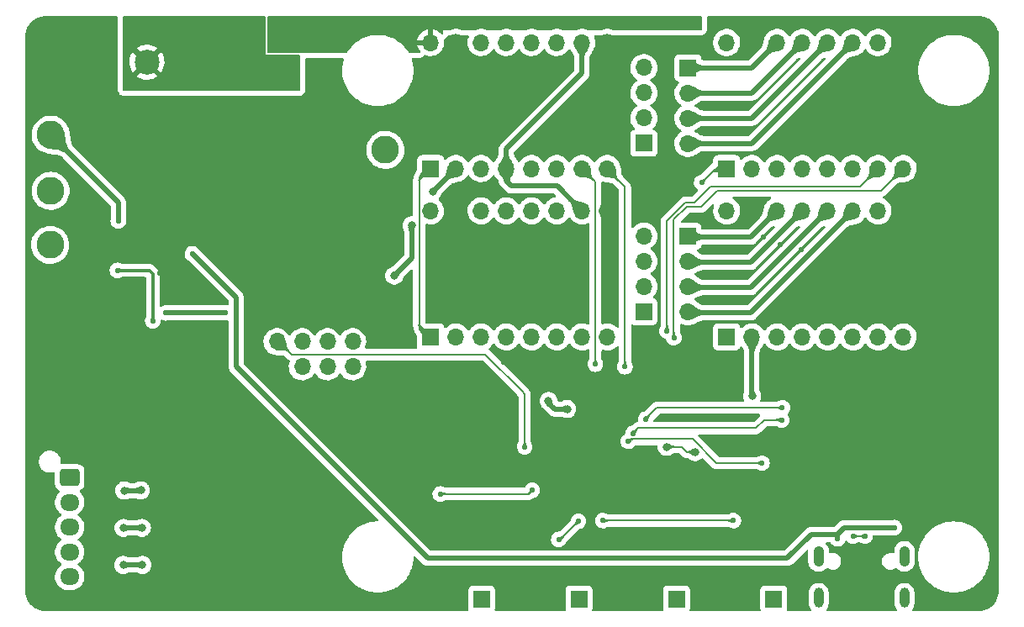
<source format=gbr>
%TF.GenerationSoftware,KiCad,Pcbnew,(6.0.2-0)*%
%TF.CreationDate,2022-05-18T10:29:48+02:00*%
%TF.ProjectId,Huge-Stepper-Driver,48756765-2d53-4746-9570-7065722d4472,rev?*%
%TF.SameCoordinates,Original*%
%TF.FileFunction,Copper,L2,Bot*%
%TF.FilePolarity,Positive*%
%FSLAX46Y46*%
G04 Gerber Fmt 4.6, Leading zero omitted, Abs format (unit mm)*
G04 Created by KiCad (PCBNEW (6.0.2-0)) date 2022-05-18 10:29:48*
%MOMM*%
%LPD*%
G01*
G04 APERTURE LIST*
G04 Aperture macros list*
%AMRoundRect*
0 Rectangle with rounded corners*
0 $1 Rounding radius*
0 $2 $3 $4 $5 $6 $7 $8 $9 X,Y pos of 4 corners*
0 Add a 4 corners polygon primitive as box body*
4,1,4,$2,$3,$4,$5,$6,$7,$8,$9,$2,$3,0*
0 Add four circle primitives for the rounded corners*
1,1,$1+$1,$2,$3*
1,1,$1+$1,$4,$5*
1,1,$1+$1,$6,$7*
1,1,$1+$1,$8,$9*
0 Add four rect primitives between the rounded corners*
20,1,$1+$1,$2,$3,$4,$5,0*
20,1,$1+$1,$4,$5,$6,$7,0*
20,1,$1+$1,$6,$7,$8,$9,0*
20,1,$1+$1,$8,$9,$2,$3,0*%
G04 Aperture macros list end*
%TA.AperFunction,ComponentPad*%
%ADD10R,1.700000X1.700000*%
%TD*%
%TA.AperFunction,ComponentPad*%
%ADD11O,1.700000X1.700000*%
%TD*%
%TA.AperFunction,ComponentPad*%
%ADD12R,2.500000X2.500000*%
%TD*%
%TA.AperFunction,ComponentPad*%
%ADD13C,2.500000*%
%TD*%
%TA.AperFunction,ComponentPad*%
%ADD14C,2.800000*%
%TD*%
%TA.AperFunction,ComponentPad*%
%ADD15O,1.050000X2.100000*%
%TD*%
%TA.AperFunction,ComponentPad*%
%ADD16O,1.000000X2.000000*%
%TD*%
%TA.AperFunction,ComponentPad*%
%ADD17RoundRect,0.250000X-0.725000X0.600000X-0.725000X-0.600000X0.725000X-0.600000X0.725000X0.600000X0*%
%TD*%
%TA.AperFunction,ComponentPad*%
%ADD18O,1.950000X1.700000*%
%TD*%
%TA.AperFunction,ViaPad*%
%ADD19C,0.550000*%
%TD*%
%TA.AperFunction,ViaPad*%
%ADD20C,0.800000*%
%TD*%
%TA.AperFunction,Conductor*%
%ADD21C,0.500000*%
%TD*%
%TA.AperFunction,Conductor*%
%ADD22C,0.200000*%
%TD*%
%TA.AperFunction,Conductor*%
%ADD23C,0.300000*%
%TD*%
G04 APERTURE END LIST*
D10*
%TO.P,U5,1,~{ENABLE}*%
%TO.N,/MCU/EN_MOTOR*%
X131317500Y-91871800D03*
D11*
%TO.P,U5,2,MS1*%
%TO.N,+3V3*%
X133857500Y-91871800D03*
%TO.P,U5,3,MS2*%
X136397500Y-91871800D03*
%TO.P,U5,4,MS3*%
X138937500Y-91871800D03*
%TO.P,U5,5,~{RST}*%
%TO.N,Net-(U5-Pad5)*%
X141477500Y-91871800D03*
%TO.P,U5,6,~{SLEEP}*%
X144017500Y-91871800D03*
%TO.P,U5,7,STEP*%
%TO.N,/MCU/STEP_A*%
X146557500Y-91871800D03*
%TO.P,U5,8,DIR*%
%TO.N,/MCU/DIR_A*%
X149097500Y-91871800D03*
%TO.P,U5,9,GND*%
%TO.N,GND*%
X149097500Y-79171800D03*
%TO.P,U5,10,VDD*%
%TO.N,+3V3*%
X146557500Y-79171800D03*
%TO.P,U5,11,1B*%
%TO.N,/Bipolar Drivers/MA_1B*%
X144017500Y-79171800D03*
%TO.P,U5,12,1A*%
%TO.N,/Bipolar Drivers/MA_1A*%
X141477500Y-79171800D03*
%TO.P,U5,13,2A*%
%TO.N,/Bipolar Drivers/MA_2A*%
X138937500Y-79171800D03*
%TO.P,U5,14,2B*%
%TO.N,/Bipolar Drivers/MA_2B*%
X136397500Y-79171800D03*
%TO.P,U5,15,GND*%
%TO.N,GND*%
X133857500Y-79171800D03*
%TO.P,U5,16,VMOT*%
%TO.N,+12V*%
X131317500Y-79171800D03*
%TD*%
D10*
%TO.P,J4,1,Pin_1*%
%TO.N,/Bipolar Drivers/LS1*%
X136460000Y-135240000D03*
D11*
%TO.P,J4,2,Pin_2*%
%TO.N,GND*%
X133920000Y-135240000D03*
%TD*%
D12*
%TO.P,J1,1,Pin_1*%
%TO.N,GND*%
X97750000Y-81150000D03*
D13*
%TO.P,J1,2,Pin_2*%
%TO.N,/Power Management/12V_IN*%
X102750000Y-81150000D03*
%TD*%
D14*
%TO.P,TP4,1,1*%
%TO.N,+3V3*%
X93000000Y-99560000D03*
%TD*%
D10*
%TO.P,J6,1,Pin_1*%
%TO.N,/Bipolar Drivers/LS3*%
X156069840Y-135240000D03*
D11*
%TO.P,J6,2,Pin_2*%
%TO.N,GND*%
X153529840Y-135240000D03*
%TD*%
D10*
%TO.P,J14,1,Pin_1*%
%TO.N,/Bipolar Drivers/MD_2B*%
X157227500Y-98680000D03*
D11*
%TO.P,J14,2,Pin_2*%
%TO.N,/Bipolar Drivers/MD_2A*%
X157227500Y-101220000D03*
%TO.P,J14,3,Pin_3*%
%TO.N,/Bipolar Drivers/MD_1A*%
X157227500Y-103760000D03*
%TO.P,J14,4,Pin_4*%
%TO.N,/Bipolar Drivers/MD_1B*%
X157227500Y-106300000D03*
%TD*%
D15*
%TO.P,J2,S1,SHIELD*%
%TO.N,Net-(J2-PadS1)*%
X170390000Y-130940000D03*
D16*
%TO.P,J2,S2*%
%TO.N,N/C*%
X170390000Y-135120000D03*
%TO.P,J2,S3*%
X179030000Y-135120000D03*
D15*
%TO.P,J2,S4*%
X179030000Y-130940000D03*
%TD*%
D10*
%TO.P,J5,1,Pin_1*%
%TO.N,/Bipolar Drivers/LS2*%
X146264920Y-135240000D03*
D11*
%TO.P,J5,2,Pin_2*%
%TO.N,GND*%
X143724920Y-135240000D03*
%TD*%
D14*
%TO.P,TP1,1,1*%
%TO.N,+12V*%
X126760000Y-89980000D03*
%TD*%
D10*
%TO.P,J8,1,Pin_1*%
%TO.N,/Bipolar Drivers/MC_2B*%
X157227500Y-81721800D03*
D11*
%TO.P,J8,2,Pin_2*%
%TO.N,/Bipolar Drivers/MC_2A*%
X157227500Y-84261800D03*
%TO.P,J8,3,Pin_3*%
%TO.N,/Bipolar Drivers/MC_1A*%
X157227500Y-86801800D03*
%TO.P,J8,4,Pin_4*%
%TO.N,/Bipolar Drivers/MC_1B*%
X157227500Y-89341800D03*
%TD*%
D10*
%TO.P,J9,1,Pin_1*%
%TO.N,/Bipolar Drivers/LS4*%
X165874760Y-135240000D03*
D11*
%TO.P,J9,2,Pin_2*%
%TO.N,GND*%
X163334760Y-135240000D03*
%TD*%
D10*
%TO.P,U8,1,~{ENABLE}*%
%TO.N,/MCU/EN_MOTOR*%
X161134200Y-108830000D03*
D11*
%TO.P,U8,2,MS1*%
%TO.N,+3V3*%
X163674200Y-108830000D03*
%TO.P,U8,3,MS2*%
X166214200Y-108830000D03*
%TO.P,U8,4,MS3*%
X168754200Y-108830000D03*
%TO.P,U8,5,~{RST}*%
%TO.N,Net-(U8-Pad5)*%
X171294200Y-108830000D03*
%TO.P,U8,6,~{SLEEP}*%
X173834200Y-108830000D03*
%TO.P,U8,7,STEP*%
%TO.N,/MCU/STEP_D*%
X176374200Y-108830000D03*
%TO.P,U8,8,DIR*%
%TO.N,/MCU/DIR_D*%
X178914200Y-108830000D03*
%TO.P,U8,9,GND*%
%TO.N,GND*%
X178914200Y-96130000D03*
%TO.P,U8,10,VDD*%
%TO.N,+3V3*%
X176374200Y-96130000D03*
%TO.P,U8,11,1B*%
%TO.N,/Bipolar Drivers/MD_1B*%
X173834200Y-96130000D03*
%TO.P,U8,12,1A*%
%TO.N,/Bipolar Drivers/MD_1A*%
X171294200Y-96130000D03*
%TO.P,U8,13,2A*%
%TO.N,/Bipolar Drivers/MD_2A*%
X168754200Y-96130000D03*
%TO.P,U8,14,2B*%
%TO.N,/Bipolar Drivers/MD_2B*%
X166214200Y-96130000D03*
%TO.P,U8,15,GND*%
%TO.N,GND*%
X163674200Y-96130000D03*
%TO.P,U8,16,VMOT*%
%TO.N,+12V*%
X161134200Y-96130000D03*
%TD*%
D10*
%TO.P,U6,1,~{ENABLE}*%
%TO.N,/MCU/EN_MOTOR*%
X161134200Y-91871800D03*
D11*
%TO.P,U6,2,MS1*%
%TO.N,+3V3*%
X163674200Y-91871800D03*
%TO.P,U6,3,MS2*%
X166214200Y-91871800D03*
%TO.P,U6,4,MS3*%
X168754200Y-91871800D03*
%TO.P,U6,5,~{RST}*%
%TO.N,Net-(U6-Pad5)*%
X171294200Y-91871800D03*
%TO.P,U6,6,~{SLEEP}*%
X173834200Y-91871800D03*
%TO.P,U6,7,STEP*%
%TO.N,/MCU/STEP_C*%
X176374200Y-91871800D03*
%TO.P,U6,8,DIR*%
%TO.N,/MCU/DIR_C*%
X178914200Y-91871800D03*
%TO.P,U6,9,GND*%
%TO.N,GND*%
X178914200Y-79171800D03*
%TO.P,U6,10,VDD*%
%TO.N,+3V3*%
X176374200Y-79171800D03*
%TO.P,U6,11,1B*%
%TO.N,/Bipolar Drivers/MC_1B*%
X173834200Y-79171800D03*
%TO.P,U6,12,1A*%
%TO.N,/Bipolar Drivers/MC_1A*%
X171294200Y-79171800D03*
%TO.P,U6,13,2A*%
%TO.N,/Bipolar Drivers/MC_2A*%
X168754200Y-79171800D03*
%TO.P,U6,14,2B*%
%TO.N,/Bipolar Drivers/MC_2B*%
X166214200Y-79171800D03*
%TO.P,U6,15,GND*%
%TO.N,GND*%
X163674200Y-79171800D03*
%TO.P,U6,16,VMOT*%
%TO.N,+12V*%
X161134200Y-79171800D03*
%TD*%
D10*
%TO.P,J13,1,Pin_1*%
%TO.N,/Bipolar Drivers/MB_2B*%
X152790000Y-106280000D03*
D11*
%TO.P,J13,2,Pin_2*%
%TO.N,/Bipolar Drivers/MB_2A*%
X152790000Y-103740000D03*
%TO.P,J13,3,Pin_3*%
%TO.N,/Bipolar Drivers/MB_1A*%
X152790000Y-101200000D03*
%TO.P,J13,4,Pin_4*%
%TO.N,/Bipolar Drivers/MB_1B*%
X152790000Y-98660000D03*
%TD*%
D14*
%TO.P,TP2,1,1*%
%TO.N,+5V*%
X93050000Y-94120000D03*
%TD*%
D10*
%TO.P,J7,1,Pin_1*%
%TO.N,/Bipolar Drivers/MA_2B*%
X152790000Y-89321800D03*
D11*
%TO.P,J7,2,Pin_2*%
%TO.N,/Bipolar Drivers/MA_2A*%
X152790000Y-86781800D03*
%TO.P,J7,3,Pin_3*%
%TO.N,/Bipolar Drivers/MA_1A*%
X152790000Y-84241800D03*
%TO.P,J7,4,Pin_4*%
%TO.N,/Bipolar Drivers/MA_1B*%
X152790000Y-81701800D03*
%TD*%
D10*
%TO.P,J3,1,Pin_1*%
%TO.N,GND*%
X115850000Y-111850000D03*
D11*
%TO.P,J3,2,Pin_2*%
%TO.N,/MCU/MCU_UART0_RX*%
X115850000Y-109310000D03*
%TO.P,J3,3,Pin_3*%
%TO.N,/MCU/ESP_IO2*%
X118390000Y-111850000D03*
%TO.P,J3,4,Pin_4*%
%TO.N,/MCU/EN*%
X118390000Y-109310000D03*
%TO.P,J3,5,Pin_5*%
%TO.N,/MCU/ESP_IO0*%
X120930000Y-111850000D03*
%TO.P,J3,6,Pin_6*%
%TO.N,/MCU/ESP_RST*%
X120930000Y-109310000D03*
%TO.P,J3,7,Pin_7*%
%TO.N,/MCU/ESP_RX*%
X123470000Y-111850000D03*
%TO.P,J3,8,Pin_8*%
%TO.N,/MCU/EN*%
X123470000Y-109310000D03*
%TD*%
D14*
%TO.P,TP3,1,1*%
%TO.N,/Power Management/SW_VIN*%
X93050000Y-88450000D03*
%TD*%
D10*
%TO.P,U7,1,~{ENABLE}*%
%TO.N,/MCU/EN_MOTOR*%
X131317500Y-108830000D03*
D11*
%TO.P,U7,2,MS1*%
%TO.N,+3V3*%
X133857500Y-108830000D03*
%TO.P,U7,3,MS2*%
X136397500Y-108830000D03*
%TO.P,U7,4,MS3*%
X138937500Y-108830000D03*
%TO.P,U7,5,~{RST}*%
%TO.N,Net-(U7-Pad5)*%
X141477500Y-108830000D03*
%TO.P,U7,6,~{SLEEP}*%
X144017500Y-108830000D03*
%TO.P,U7,7,STEP*%
%TO.N,/MCU/STEP_B*%
X146557500Y-108830000D03*
%TO.P,U7,8,DIR*%
%TO.N,/MCU/DIR_B*%
X149097500Y-108830000D03*
%TO.P,U7,9,GND*%
%TO.N,GND*%
X149097500Y-96130000D03*
%TO.P,U7,10,VDD*%
%TO.N,+3V3*%
X146557500Y-96130000D03*
%TO.P,U7,11,1B*%
%TO.N,/Bipolar Drivers/MB_1B*%
X144017500Y-96130000D03*
%TO.P,U7,12,1A*%
%TO.N,/Bipolar Drivers/MB_1A*%
X141477500Y-96130000D03*
%TO.P,U7,13,2A*%
%TO.N,/Bipolar Drivers/MB_2A*%
X138937500Y-96130000D03*
%TO.P,U7,14,2B*%
%TO.N,/Bipolar Drivers/MB_2B*%
X136397500Y-96130000D03*
%TO.P,U7,15,GND*%
%TO.N,GND*%
X133857500Y-96130000D03*
%TO.P,U7,16,VMOT*%
%TO.N,+12V*%
X131317500Y-96130000D03*
%TD*%
D17*
%TO.P,J21,1,Pin_1*%
%TO.N,+5V*%
X94972600Y-122992000D03*
D18*
%TO.P,J21,2,Pin_2*%
%TO.N,/Unipolar Driver /M1_OUT1*%
X94972600Y-125492000D03*
%TO.P,J21,3,Pin_3*%
%TO.N,/Unipolar Driver /M1_OUT2*%
X94972600Y-127992000D03*
%TO.P,J21,4,Pin_4*%
%TO.N,/Unipolar Driver /M1_OUT3*%
X94972600Y-130492000D03*
%TO.P,J21,5,Pin_5*%
%TO.N,/Unipolar Driver /M1_OUT4*%
X94972600Y-132992000D03*
%TD*%
D19*
%TO.N,/Power Management/SW_VIN*%
X99870000Y-97150000D03*
%TO.N,GND*%
X130940000Y-88570000D03*
X101230000Y-94100000D03*
X179230000Y-83500000D03*
X142680000Y-105290000D03*
X140540000Y-82110000D03*
X177450000Y-113040000D03*
X180670000Y-116350000D03*
X137900000Y-113140000D03*
X102360000Y-112980000D03*
X128730000Y-94830000D03*
X140580000Y-121890000D03*
X103040000Y-117700000D03*
X104920000Y-110700000D03*
X144780000Y-81100000D03*
X140880000Y-99260000D03*
X106970000Y-128220000D03*
X121890000Y-93450000D03*
X130630000Y-116160000D03*
X145590000Y-112080000D03*
X134540000Y-88430000D03*
X145710000Y-101470000D03*
X148650000Y-120570000D03*
X144880000Y-120420000D03*
X145910000Y-99310000D03*
X93980000Y-113260000D03*
X149920000Y-99870000D03*
X130040000Y-84290000D03*
X154850000Y-79270000D03*
X145500000Y-104090000D03*
X149410000Y-82940000D03*
X107010000Y-132040000D03*
X122360000Y-117950000D03*
X132010000Y-127580000D03*
X149350000Y-104860000D03*
X184590000Y-97130000D03*
X142920000Y-88770000D03*
X161350000Y-122730000D03*
X124410000Y-86610000D03*
X185940000Y-89870000D03*
X160710000Y-85500000D03*
X123400000Y-98350000D03*
X148640000Y-124570000D03*
X142930000Y-117420000D03*
X91970000Y-131100000D03*
X137090000Y-83150000D03*
X96310000Y-116590000D03*
X161670000Y-129480000D03*
X121070000Y-83390000D03*
X155530000Y-112130000D03*
X97600000Y-96210000D03*
X121600000Y-90160000D03*
X177540000Y-87840000D03*
X168120000Y-88310000D03*
X154850000Y-91950000D03*
X110410000Y-100010000D03*
X179760000Y-128330000D03*
X120490000Y-107160000D03*
X151120000Y-128550000D03*
X120450000Y-130620000D03*
X118990000Y-89260000D03*
X176520000Y-121700000D03*
X148190000Y-88140000D03*
X104000000Y-102390000D03*
X107760000Y-120080000D03*
X183970000Y-123220000D03*
X176710000Y-101930000D03*
X110570000Y-112670000D03*
X145190000Y-133560000D03*
X128590000Y-120390000D03*
X97650000Y-101550000D03*
X163730000Y-117010000D03*
X140840000Y-113240000D03*
X127000000Y-106230000D03*
X116750000Y-129530000D03*
X147970000Y-85430000D03*
X105980000Y-126250000D03*
X117630000Y-119740000D03*
X150220000Y-134810000D03*
X164840000Y-98790000D03*
X119280000Y-99270000D03*
X109080000Y-104010000D03*
X113230000Y-131720000D03*
X113310000Y-109990000D03*
X138700000Y-111370000D03*
X111430000Y-124760000D03*
X143030000Y-82150000D03*
X183120000Y-105100000D03*
X167260000Y-105100000D03*
X115030000Y-133400000D03*
X168240000Y-133040000D03*
X153270000Y-95570000D03*
X148990000Y-102800000D03*
X140340000Y-134100000D03*
X168610000Y-100010000D03*
X97920000Y-90560000D03*
X172720000Y-83850000D03*
X111330000Y-102570000D03*
X168090000Y-125980000D03*
X186110000Y-112370000D03*
X110430000Y-118690000D03*
X120680000Y-104430000D03*
X120630000Y-114630000D03*
X161070000Y-105320000D03*
X98240000Y-124530000D03*
X154760000Y-114690000D03*
X105600000Y-135860000D03*
X172510000Y-100370000D03*
X170390000Y-126970000D03*
X164910000Y-113320000D03*
X166540000Y-99530000D03*
X161870000Y-88180000D03*
X142770000Y-111570000D03*
X174910000Y-133710000D03*
X144690000Y-124530000D03*
X111320000Y-128280000D03*
X93010000Y-80850000D03*
D20*
%TO.N,+3V3*%
X163700000Y-114790000D03*
X155090000Y-119900000D03*
X143190000Y-115290000D03*
X129400000Y-97600000D03*
X127660000Y-102660000D03*
X145070000Y-116100000D03*
D19*
X104670000Y-106410000D03*
X110680000Y-106390000D03*
D20*
X157950000Y-120430000D03*
X131520000Y-94200000D03*
D19*
%TO.N,+12V*%
X157550000Y-76910000D03*
X129020000Y-77350000D03*
X117900000Y-77220000D03*
X122430000Y-79150000D03*
X144917711Y-77372289D03*
%TO.N,/MCU/~{RESET}*%
X141550000Y-124260000D03*
X132300000Y-124650000D03*
%TO.N,/Power Management/VBUS*%
X178020000Y-128040000D03*
X172300000Y-129180000D03*
X107330000Y-100450000D03*
D20*
%TO.N,/Unipolar Driver /M1_OUT1*%
X102143000Y-124283600D03*
X100466600Y-124309000D03*
%TO.N,/Unipolar Driver /M1_OUT2*%
X102244600Y-128068200D03*
X100390400Y-128068200D03*
%TO.N,/Unipolar Driver /M1_OUT3*%
X100365000Y-131802000D03*
X102295400Y-131802000D03*
D19*
%TO.N,/Power Management/12V_IN*%
X103690000Y-77380000D03*
X114240000Y-83160000D03*
X109690000Y-82170000D03*
X104630000Y-83240000D03*
%TO.N,/MCU/USB_D+*%
X175060000Y-128910000D03*
X173860000Y-128900000D03*
%TO.N,/MCU/~{FLASH_CS}*%
X151225500Y-119350000D03*
X164692600Y-121545800D03*
%TO.N,/MCU/ME_W22*%
X144220000Y-129230000D03*
X146204500Y-127400000D03*
%TO.N,/MCU/EN_MOTOR*%
X158610189Y-93280000D03*
%TO.N,/MCU/STEP_A*%
X147910000Y-111580000D03*
%TO.N,/MCU/DIR_A*%
X150890000Y-111830000D03*
%TO.N,/MCU/STEP_C*%
X155120000Y-108220000D03*
%TO.N,/MCU/DIR_C*%
X155815178Y-108909854D03*
%TO.N,/MCU/FLASH_D2*%
X166732600Y-115965800D03*
X152970459Y-117117075D03*
%TO.N,/MCU/FLASH_D1*%
X151690931Y-118555500D03*
X166662600Y-117195800D03*
%TO.N,Net-(C7-Pad1)*%
X99780000Y-102130000D03*
X103340000Y-107210000D03*
%TO.N,/MCU/MCU_UART0_RX*%
X140790000Y-119900000D03*
%TO.N,Net-(D6-Pad2)*%
X161800000Y-127340000D03*
X148650000Y-127340000D03*
%TD*%
D21*
%TO.N,/Power Management/SW_VIN*%
X99870000Y-97150000D02*
X99870000Y-95270000D01*
X99870000Y-95270000D02*
X93050000Y-88450000D01*
%TO.N,+3V3*%
X163674200Y-114764200D02*
X163700000Y-114790000D01*
X143190000Y-115500000D02*
X143730000Y-116040000D01*
X138937500Y-89922500D02*
X138937500Y-91871800D01*
X143190000Y-115290000D02*
X143190000Y-115500000D01*
X138937500Y-93097500D02*
X139460000Y-93620000D01*
X146557500Y-82302500D02*
X138937500Y-89922500D01*
X133848200Y-91871800D02*
X131520000Y-94200000D01*
D22*
X157110000Y-120430000D02*
X156580000Y-119900000D01*
D21*
X163674200Y-108830000D02*
X163674200Y-114764200D01*
X138937500Y-91871800D02*
X138937500Y-93097500D01*
X143730000Y-116040000D02*
X143790000Y-116100000D01*
D22*
X156580000Y-119900000D02*
X155090000Y-119900000D01*
D21*
X104690000Y-106390000D02*
X104670000Y-106410000D01*
D22*
X157950000Y-120430000D02*
X157110000Y-120430000D01*
D21*
X144047500Y-93620000D02*
X146557500Y-96130000D01*
X129400000Y-97600000D02*
X129400000Y-100920000D01*
X129400000Y-100920000D02*
X127660000Y-102660000D01*
X143790000Y-116100000D02*
X145070000Y-116100000D01*
X139460000Y-93620000D02*
X144047500Y-93620000D01*
X146557500Y-79171800D02*
X146557500Y-82302500D01*
X133857500Y-91871800D02*
X133848200Y-91871800D01*
X110680000Y-106390000D02*
X104690000Y-106390000D01*
D22*
%TO.N,/MCU/~{RESET}*%
X141550000Y-124260000D02*
X141160000Y-124650000D01*
X141160000Y-124650000D02*
X132300000Y-124650000D01*
D21*
%TO.N,/Power Management/VBUS*%
X172300000Y-128730000D02*
X172530000Y-128500000D01*
X172530000Y-128500000D02*
X172990000Y-128040000D01*
X172990000Y-128040000D02*
X178020000Y-128040000D01*
X172300000Y-129180000D02*
X172300000Y-128730000D01*
X131060000Y-131150000D02*
X111740000Y-111830000D01*
X111740000Y-111830000D02*
X111740000Y-104860000D01*
X172300000Y-128730000D02*
X169650000Y-128730000D01*
X167230000Y-131150000D02*
X131060000Y-131150000D01*
X111740000Y-104860000D02*
X107330000Y-100450000D01*
X169650000Y-128730000D02*
X167230000Y-131150000D01*
%TO.N,/Unipolar Driver /M1_OUT1*%
X102117600Y-124309000D02*
X102143000Y-124283600D01*
X100466600Y-124309000D02*
X102117600Y-124309000D01*
%TO.N,/Unipolar Driver /M1_OUT2*%
X100390400Y-128068200D02*
X102244600Y-128068200D01*
%TO.N,/Unipolar Driver /M1_OUT3*%
X100365000Y-131802000D02*
X102295400Y-131802000D01*
D22*
%TO.N,/MCU/USB_D+*%
X175060000Y-128910000D02*
X173870000Y-128910000D01*
X173870000Y-128910000D02*
X173860000Y-128900000D01*
D21*
%TO.N,/Bipolar Drivers/MC_2B*%
X163664200Y-81721800D02*
X157530800Y-81721800D01*
X166214200Y-79171800D02*
X163664200Y-81721800D01*
%TO.N,/Bipolar Drivers/MC_2A*%
X168754200Y-79171800D02*
X163664200Y-84261800D01*
X163664200Y-84261800D02*
X157530800Y-84261800D01*
%TO.N,/Bipolar Drivers/MC_1A*%
X163664200Y-86801800D02*
X157530800Y-86801800D01*
X171294200Y-79171800D02*
X163664200Y-86801800D01*
%TO.N,/Bipolar Drivers/MC_1B*%
X173834200Y-79171800D02*
X163664200Y-89341800D01*
X163664200Y-89341800D02*
X157530800Y-89341800D01*
%TO.N,/Bipolar Drivers/MD_2B*%
X163556700Y-98780000D02*
X157423300Y-98780000D01*
X166106700Y-96230000D02*
X163556700Y-98780000D01*
%TO.N,/Bipolar Drivers/MD_2A*%
X163556700Y-101320000D02*
X157423300Y-101320000D01*
X168646700Y-96230000D02*
X163556700Y-101320000D01*
%TO.N,/Bipolar Drivers/MD_1A*%
X171186700Y-96230000D02*
X163556700Y-103860000D01*
X163556700Y-103860000D02*
X157423300Y-103860000D01*
%TO.N,/Bipolar Drivers/MD_1B*%
X173726700Y-96230000D02*
X163556700Y-106400000D01*
X163556700Y-106400000D02*
X157423300Y-106400000D01*
D22*
%TO.N,/MCU/~{FLASH_CS}*%
X151225500Y-119350000D02*
X151445500Y-119130000D01*
X151445500Y-119130000D02*
X157680000Y-119130000D01*
X157680000Y-119130000D02*
X160095800Y-121545800D01*
X160095800Y-121545800D02*
X164692600Y-121545800D01*
%TO.N,/MCU/ME_W22*%
X144374500Y-129230000D02*
X144220000Y-129230000D01*
X146204500Y-127400000D02*
X144374500Y-129230000D01*
%TO.N,/MCU/EN_MOTOR*%
X160018389Y-91871800D02*
X161134200Y-91871800D01*
X131317500Y-91871800D02*
X130167989Y-93021311D01*
X130167989Y-107680489D02*
X131317500Y-108830000D01*
X130167989Y-93021311D02*
X130167989Y-107680489D01*
X158610189Y-93280000D02*
X160018389Y-91871800D01*
%TO.N,/MCU/STEP_A*%
X146557500Y-91871800D02*
X147910000Y-93224300D01*
X147910000Y-93224300D02*
X147910000Y-93580000D01*
X147910000Y-93580000D02*
X147910000Y-111580000D01*
%TO.N,/MCU/DIR_A*%
X150890000Y-93730000D02*
X150890000Y-111830000D01*
X149097500Y-91937500D02*
X149190000Y-92030000D01*
X149097500Y-91871800D02*
X149097500Y-91937500D01*
X149190000Y-92030000D02*
X150890000Y-93730000D01*
%TO.N,/MCU/STEP_C*%
X156944514Y-95320480D02*
X157899520Y-95320480D01*
X155120000Y-108220000D02*
X155120000Y-97144994D01*
X159519520Y-93700480D02*
X174545520Y-93700480D01*
X157899520Y-95320480D02*
X159519520Y-93700480D01*
X155120000Y-97144994D02*
X156944514Y-95320480D01*
X174545520Y-93700480D02*
X176374200Y-91871800D01*
%TO.N,/MCU/DIR_C*%
X157110000Y-95720000D02*
X158580000Y-95720000D01*
X160200000Y-94100000D02*
X176686000Y-94100000D01*
X176686000Y-94100000D02*
X178914200Y-91871800D01*
X155810000Y-108904676D02*
X155810000Y-97020000D01*
X155815178Y-108909854D02*
X155810000Y-108904676D01*
X158580000Y-95720000D02*
X160200000Y-94100000D01*
X155810000Y-97020000D02*
X157110000Y-95720000D01*
%TO.N,/MCU/FLASH_D2*%
X152970459Y-117099541D02*
X154104200Y-115965800D01*
X154104200Y-115965800D02*
X166732600Y-115965800D01*
X152970459Y-117117075D02*
X152970459Y-117099541D01*
%TO.N,/MCU/FLASH_D1*%
X164090000Y-118020000D02*
X164914200Y-117195800D01*
X164914200Y-117195800D02*
X166662600Y-117195800D01*
X152226431Y-118020000D02*
X164090000Y-118020000D01*
X151690931Y-118555500D02*
X152226431Y-118020000D01*
D23*
%TO.N,Net-(C7-Pad1)*%
X99780000Y-102130000D02*
X102950000Y-102130000D01*
X102950000Y-102130000D02*
X102990000Y-102170000D01*
X102980000Y-102130000D02*
X103340000Y-102490000D01*
X103340000Y-102490000D02*
X103340000Y-107210000D01*
X102950000Y-102130000D02*
X102980000Y-102130000D01*
X103250000Y-107300000D02*
X103340000Y-107210000D01*
D22*
%TO.N,/MCU/MCU_UART0_RX*%
X117340000Y-110610000D02*
X130400000Y-110610000D01*
X130400000Y-110610000D02*
X136830000Y-110610000D01*
X115850000Y-109310000D02*
X116040000Y-109310000D01*
X117280000Y-110550000D02*
X117340000Y-110610000D01*
X136830000Y-110610000D02*
X140510000Y-114290000D01*
X116040000Y-109310000D02*
X117280000Y-110550000D01*
X140510000Y-114290000D02*
X140790000Y-114570000D01*
X140790000Y-114570000D02*
X140790000Y-119900000D01*
%TO.N,Net-(D6-Pad2)*%
X161800000Y-127340000D02*
X148650000Y-127340000D01*
%TD*%
%TA.AperFunction,Conductor*%
%TO.N,/Power Management/12V_IN*%
G36*
X114642121Y-76528002D02*
G01*
X114688614Y-76581658D01*
X114700000Y-76634000D01*
X114700000Y-80440000D01*
X118084000Y-80440000D01*
X118152121Y-80460002D01*
X118198614Y-80513658D01*
X118210000Y-80566000D01*
X118210000Y-83894000D01*
X118189998Y-83962121D01*
X118136342Y-84008614D01*
X118084000Y-84020000D01*
X100436000Y-84020000D01*
X100367879Y-83999998D01*
X100321386Y-83946342D01*
X100310000Y-83894000D01*
X100310000Y-82559133D01*
X101705612Y-82559133D01*
X101714325Y-82570653D01*
X101812018Y-82642284D01*
X101819928Y-82647227D01*
X102042890Y-82764533D01*
X102051453Y-82768256D01*
X102289304Y-82851318D01*
X102298313Y-82853732D01*
X102545842Y-82900727D01*
X102555098Y-82901781D01*
X102806857Y-82911673D01*
X102816171Y-82911347D01*
X103066615Y-82883920D01*
X103075792Y-82882219D01*
X103319431Y-82818074D01*
X103328251Y-82815037D01*
X103559736Y-82715583D01*
X103568008Y-82711276D01*
X103782249Y-82578700D01*
X103789188Y-82573658D01*
X103797518Y-82561019D01*
X103791456Y-82550666D01*
X102762812Y-81522022D01*
X102748868Y-81514408D01*
X102747035Y-81514539D01*
X102740420Y-81518790D01*
X101712270Y-82546940D01*
X101705612Y-82559133D01*
X100310000Y-82559133D01*
X100310000Y-81108523D01*
X100987898Y-81108523D01*
X100999987Y-81360175D01*
X101001124Y-81369435D01*
X101050274Y-81616535D01*
X101052768Y-81625528D01*
X101137900Y-81862639D01*
X101141700Y-81871174D01*
X101260946Y-82093101D01*
X101265957Y-82100968D01*
X101329446Y-82185990D01*
X101340704Y-82194439D01*
X101353123Y-82187667D01*
X102377978Y-81162812D01*
X102384356Y-81151132D01*
X103114408Y-81151132D01*
X103114539Y-81152965D01*
X103118790Y-81159580D01*
X104149913Y-82190703D01*
X104162293Y-82197463D01*
X104170634Y-82191219D01*
X104296765Y-81995127D01*
X104301212Y-81986936D01*
X104404691Y-81757222D01*
X104407882Y-81748455D01*
X104476269Y-81505976D01*
X104478129Y-81496834D01*
X104510116Y-81245396D01*
X104510597Y-81239108D01*
X104512847Y-81153160D01*
X104512696Y-81146851D01*
X104493912Y-80894074D01*
X104492536Y-80884868D01*
X104436929Y-80639126D01*
X104434205Y-80630215D01*
X104342888Y-80395392D01*
X104338877Y-80386983D01*
X104213854Y-80168240D01*
X104208643Y-80160514D01*
X104171391Y-80113261D01*
X104159466Y-80104790D01*
X104147934Y-80111276D01*
X103122022Y-81137188D01*
X103114408Y-81151132D01*
X102384356Y-81151132D01*
X102385592Y-81148868D01*
X102385461Y-81147035D01*
X102381210Y-81140420D01*
X101351321Y-80110531D01*
X101338013Y-80103264D01*
X101327974Y-80110386D01*
X101317761Y-80122666D01*
X101312346Y-80130258D01*
X101181646Y-80345646D01*
X101177408Y-80353963D01*
X101079981Y-80586299D01*
X101077020Y-80595149D01*
X101015006Y-80839331D01*
X101013384Y-80848528D01*
X100988143Y-81099198D01*
X100987898Y-81108523D01*
X100310000Y-81108523D01*
X100310000Y-79738803D01*
X101703216Y-79738803D01*
X101707789Y-79748579D01*
X102737188Y-80777978D01*
X102751132Y-80785592D01*
X102752965Y-80785461D01*
X102759580Y-80781210D01*
X103788419Y-79752371D01*
X103794803Y-79740681D01*
X103785391Y-79728570D01*
X103648593Y-79633670D01*
X103640565Y-79628942D01*
X103414593Y-79517505D01*
X103405960Y-79514017D01*
X103165998Y-79437205D01*
X103156938Y-79435029D01*
X102908260Y-79394529D01*
X102898973Y-79393717D01*
X102647053Y-79390419D01*
X102637742Y-79390989D01*
X102388097Y-79424964D01*
X102378978Y-79426902D01*
X102137098Y-79497404D01*
X102128367Y-79500667D01*
X101899558Y-79606151D01*
X101891406Y-79610670D01*
X101712353Y-79728062D01*
X101703216Y-79738803D01*
X100310000Y-79738803D01*
X100310000Y-76634000D01*
X100330002Y-76565879D01*
X100383658Y-76519386D01*
X100436000Y-76508000D01*
X114574000Y-76508000D01*
X114642121Y-76528002D01*
G37*
%TD.AperFunction*%
%TD*%
%TA.AperFunction,Conductor*%
%TO.N,GND*%
G36*
X99744121Y-76528002D02*
G01*
X99790614Y-76581658D01*
X99802000Y-76634000D01*
X99802000Y-83894000D01*
X99813609Y-84001980D01*
X99814323Y-84005264D01*
X99814324Y-84005268D01*
X99817346Y-84019161D01*
X99824995Y-84054322D01*
X99859293Y-84157372D01*
X99937465Y-84279010D01*
X99940407Y-84282405D01*
X99940409Y-84282408D01*
X99954530Y-84298704D01*
X99983958Y-84332666D01*
X99987352Y-84335607D01*
X100010786Y-84355913D01*
X100093234Y-84427355D01*
X100224760Y-84487421D01*
X100248514Y-84494396D01*
X100288558Y-84506154D01*
X100288562Y-84506155D01*
X100292881Y-84507423D01*
X100297329Y-84508063D01*
X100297336Y-84508064D01*
X100431552Y-84527361D01*
X100431559Y-84527362D01*
X100436000Y-84528000D01*
X118084000Y-84528000D01*
X118191980Y-84516391D01*
X118195264Y-84515677D01*
X118195268Y-84515676D01*
X118220339Y-84510222D01*
X118244322Y-84505005D01*
X118347372Y-84470707D01*
X118469010Y-84392535D01*
X118489036Y-84375183D01*
X118519273Y-84348982D01*
X118522666Y-84346042D01*
X118534257Y-84332666D01*
X118611453Y-84243577D01*
X118617355Y-84236766D01*
X118677421Y-84105240D01*
X118697423Y-84037119D01*
X118698064Y-84032664D01*
X118717361Y-83898448D01*
X118717362Y-83898441D01*
X118718000Y-83894000D01*
X118718000Y-80854000D01*
X118738002Y-80785879D01*
X118791658Y-80739386D01*
X118844000Y-80728000D01*
X122467496Y-80728000D01*
X122535617Y-80748002D01*
X122582110Y-80801658D01*
X122592214Y-80871932D01*
X122587757Y-80891094D01*
X122587688Y-80891273D01*
X122586839Y-80894443D01*
X122586837Y-80894448D01*
X122554332Y-81015759D01*
X122490488Y-81254030D01*
X122468734Y-81391378D01*
X122442587Y-81556466D01*
X122431738Y-81624961D01*
X122412083Y-82000000D01*
X122431738Y-82375039D01*
X122432251Y-82378279D01*
X122432252Y-82378287D01*
X122452621Y-82506888D01*
X122490488Y-82745970D01*
X122587688Y-83108727D01*
X122588873Y-83111815D01*
X122588874Y-83111817D01*
X122626374Y-83209508D01*
X122722275Y-83459337D01*
X122723773Y-83462277D01*
X122881129Y-83771105D01*
X122892773Y-83793958D01*
X122894569Y-83796724D01*
X122894571Y-83796727D01*
X122986081Y-83937641D01*
X123097314Y-84108925D01*
X123333658Y-84400785D01*
X123599215Y-84666342D01*
X123891075Y-84902686D01*
X123893850Y-84904488D01*
X124167480Y-85082185D01*
X124206041Y-85107227D01*
X124208975Y-85108722D01*
X124208982Y-85108726D01*
X124464739Y-85239040D01*
X124540663Y-85277725D01*
X124607640Y-85303435D01*
X124854336Y-85398133D01*
X124891273Y-85412312D01*
X125254030Y-85509512D01*
X125436661Y-85538438D01*
X125621713Y-85567748D01*
X125621721Y-85567749D01*
X125624961Y-85568262D01*
X126000000Y-85587917D01*
X126375039Y-85568262D01*
X126378279Y-85567749D01*
X126378287Y-85567748D01*
X126563339Y-85538438D01*
X126745970Y-85509512D01*
X127108727Y-85412312D01*
X127145665Y-85398133D01*
X127392360Y-85303435D01*
X127459337Y-85277725D01*
X127535261Y-85239040D01*
X127791018Y-85108726D01*
X127791025Y-85108722D01*
X127793959Y-85107227D01*
X127832521Y-85082185D01*
X128106150Y-84904488D01*
X128108925Y-84902686D01*
X128400785Y-84666342D01*
X128666342Y-84400785D01*
X128902686Y-84108925D01*
X129013919Y-83937641D01*
X129105429Y-83796727D01*
X129105431Y-83796724D01*
X129107227Y-83793958D01*
X129118872Y-83771105D01*
X129276227Y-83462277D01*
X129277725Y-83459337D01*
X129373626Y-83209508D01*
X129411126Y-83111817D01*
X129411127Y-83111815D01*
X129412312Y-83108727D01*
X129509512Y-82745970D01*
X129547379Y-82506888D01*
X129567748Y-82378287D01*
X129567749Y-82378279D01*
X129568262Y-82375039D01*
X129587917Y-82000000D01*
X129568262Y-81624961D01*
X129557414Y-81556466D01*
X129531266Y-81391378D01*
X129509512Y-81254030D01*
X129445668Y-81015759D01*
X129413163Y-80894448D01*
X129413161Y-80894443D01*
X129412312Y-80891273D01*
X129412623Y-80891190D01*
X129410642Y-80821974D01*
X129447302Y-80761174D01*
X129511013Y-80729846D01*
X129532504Y-80728000D01*
X130152897Y-80728000D01*
X130157349Y-80727360D01*
X130157350Y-80727360D01*
X130291525Y-80708073D01*
X130291527Y-80708072D01*
X130295983Y-80707432D01*
X130354668Y-80690205D01*
X130359768Y-80688708D01*
X130359770Y-80688707D01*
X130364087Y-80687440D01*
X130368182Y-80685571D01*
X130368186Y-80685569D01*
X130487379Y-80631153D01*
X130487380Y-80631152D01*
X130495575Y-80627411D01*
X130541796Y-80587374D01*
X130601460Y-80535693D01*
X130601465Y-80535688D01*
X130604866Y-80532742D01*
X130643013Y-80488733D01*
X130648418Y-80482498D01*
X130648422Y-80482493D01*
X130651368Y-80479094D01*
X130653805Y-80475304D01*
X130656497Y-80471708D01*
X130658262Y-80473030D01*
X130705204Y-80432417D01*
X130775486Y-80422367D01*
X130802407Y-80429361D01*
X130896592Y-80465326D01*
X130937192Y-80480830D01*
X130942260Y-80481861D01*
X130942263Y-80481862D01*
X130999029Y-80493411D01*
X131156097Y-80525367D01*
X131161272Y-80525557D01*
X131161274Y-80525557D01*
X131374173Y-80533364D01*
X131374177Y-80533364D01*
X131379337Y-80533553D01*
X131384457Y-80532897D01*
X131384459Y-80532897D01*
X131595788Y-80505825D01*
X131595789Y-80505825D01*
X131600916Y-80505168D01*
X131636931Y-80494363D01*
X131809929Y-80442461D01*
X131809934Y-80442459D01*
X131814884Y-80440974D01*
X132015494Y-80342696D01*
X132197360Y-80212973D01*
X132204036Y-80206321D01*
X132351935Y-80058937D01*
X132355596Y-80055289D01*
X132415094Y-79972489D01*
X132482935Y-79878077D01*
X132485953Y-79873877D01*
X132506820Y-79831657D01*
X132582636Y-79678253D01*
X132582637Y-79678251D01*
X132584930Y-79673611D01*
X132622188Y-79550980D01*
X132648365Y-79464823D01*
X132648365Y-79464821D01*
X132649870Y-79459869D01*
X132679029Y-79238390D01*
X132680656Y-79171800D01*
X132662352Y-78949161D01*
X132657923Y-78931529D01*
X132660727Y-78860589D01*
X132701439Y-78802425D01*
X132717483Y-78792558D01*
X132717372Y-78792386D01*
X132817941Y-78727754D01*
X132839010Y-78714214D01*
X132892666Y-78667721D01*
X132987355Y-78558445D01*
X132996980Y-78537369D01*
X133008722Y-78511658D01*
X133055215Y-78458002D01*
X133123336Y-78438000D01*
X133269911Y-78438000D01*
X133390662Y-78423440D01*
X133394332Y-78422542D01*
X133394337Y-78422541D01*
X133427212Y-78414496D01*
X133427213Y-78414495D01*
X133439973Y-78411373D01*
X133439500Y-78409440D01*
X133449011Y-78405526D01*
X133474975Y-78398754D01*
X133481449Y-78398390D01*
X133486782Y-78397145D01*
X133487069Y-78398023D01*
X133491986Y-78396416D01*
X133492000Y-78396410D01*
X133492000Y-78396411D01*
X133551357Y-78377010D01*
X133551360Y-78377008D01*
X133553083Y-78376445D01*
X133649869Y-78344811D01*
X133669954Y-78340026D01*
X133787724Y-78322005D01*
X133808322Y-78320564D01*
X133905745Y-78321754D01*
X133906365Y-78321762D01*
X133927465Y-78322019D01*
X133948013Y-78323962D01*
X134032653Y-78339039D01*
X134065310Y-78344856D01*
X134085273Y-78350130D01*
X134159584Y-78376445D01*
X134164845Y-78378308D01*
X134164849Y-78378310D01*
X134164864Y-78378315D01*
X134164871Y-78378318D01*
X134214212Y-78395790D01*
X134218965Y-78397473D01*
X134230709Y-78401632D01*
X134233294Y-78402307D01*
X134233302Y-78402309D01*
X134284703Y-78415722D01*
X134314264Y-78423436D01*
X134329023Y-78425972D01*
X134353686Y-78430210D01*
X134353692Y-78430211D01*
X134356324Y-78430663D01*
X134358981Y-78430890D01*
X134358992Y-78430891D01*
X134439674Y-78437772D01*
X134439681Y-78437772D01*
X134442351Y-78438000D01*
X135042917Y-78438000D01*
X135111038Y-78458002D01*
X135157531Y-78511658D01*
X135167635Y-78581932D01*
X135157205Y-78617050D01*
X135132320Y-78670661D01*
X135118188Y-78701105D01*
X135058489Y-78916370D01*
X135034751Y-79138495D01*
X135035048Y-79143648D01*
X135035048Y-79143651D01*
X135040511Y-79238390D01*
X135047610Y-79361515D01*
X135048747Y-79366561D01*
X135048748Y-79366567D01*
X135061983Y-79425293D01*
X135096722Y-79579439D01*
X135180766Y-79786416D01*
X135219218Y-79849164D01*
X135294791Y-79972488D01*
X135297487Y-79976888D01*
X135443750Y-80145738D01*
X135615626Y-80288432D01*
X135808500Y-80401138D01*
X136017192Y-80480830D01*
X136022260Y-80481861D01*
X136022263Y-80481862D01*
X136079029Y-80493411D01*
X136236097Y-80525367D01*
X136241272Y-80525557D01*
X136241274Y-80525557D01*
X136454173Y-80533364D01*
X136454177Y-80533364D01*
X136459337Y-80533553D01*
X136464457Y-80532897D01*
X136464459Y-80532897D01*
X136675788Y-80505825D01*
X136675789Y-80505825D01*
X136680916Y-80505168D01*
X136716931Y-80494363D01*
X136889929Y-80442461D01*
X136889934Y-80442459D01*
X136894884Y-80440974D01*
X137095494Y-80342696D01*
X137277360Y-80212973D01*
X137284036Y-80206321D01*
X137431935Y-80058937D01*
X137435596Y-80055289D01*
X137495094Y-79972489D01*
X137565953Y-79873877D01*
X137567276Y-79874828D01*
X137614145Y-79831657D01*
X137684080Y-79819425D01*
X137749526Y-79846944D01*
X137777375Y-79878794D01*
X137786601Y-79893850D01*
X137837487Y-79976888D01*
X137983750Y-80145738D01*
X138155626Y-80288432D01*
X138348500Y-80401138D01*
X138557192Y-80480830D01*
X138562260Y-80481861D01*
X138562263Y-80481862D01*
X138619029Y-80493411D01*
X138776097Y-80525367D01*
X138781272Y-80525557D01*
X138781274Y-80525557D01*
X138994173Y-80533364D01*
X138994177Y-80533364D01*
X138999337Y-80533553D01*
X139004457Y-80532897D01*
X139004459Y-80532897D01*
X139215788Y-80505825D01*
X139215789Y-80505825D01*
X139220916Y-80505168D01*
X139256931Y-80494363D01*
X139429929Y-80442461D01*
X139429934Y-80442459D01*
X139434884Y-80440974D01*
X139635494Y-80342696D01*
X139817360Y-80212973D01*
X139824036Y-80206321D01*
X139971935Y-80058937D01*
X139975596Y-80055289D01*
X140035094Y-79972489D01*
X140105953Y-79873877D01*
X140107276Y-79874828D01*
X140154145Y-79831657D01*
X140224080Y-79819425D01*
X140289526Y-79846944D01*
X140317375Y-79878794D01*
X140326601Y-79893850D01*
X140377487Y-79976888D01*
X140523750Y-80145738D01*
X140695626Y-80288432D01*
X140888500Y-80401138D01*
X141097192Y-80480830D01*
X141102260Y-80481861D01*
X141102263Y-80481862D01*
X141159029Y-80493411D01*
X141316097Y-80525367D01*
X141321272Y-80525557D01*
X141321274Y-80525557D01*
X141534173Y-80533364D01*
X141534177Y-80533364D01*
X141539337Y-80533553D01*
X141544457Y-80532897D01*
X141544459Y-80532897D01*
X141755788Y-80505825D01*
X141755789Y-80505825D01*
X141760916Y-80505168D01*
X141796931Y-80494363D01*
X141969929Y-80442461D01*
X141969934Y-80442459D01*
X141974884Y-80440974D01*
X142175494Y-80342696D01*
X142357360Y-80212973D01*
X142364036Y-80206321D01*
X142511935Y-80058937D01*
X142515596Y-80055289D01*
X142575094Y-79972489D01*
X142645953Y-79873877D01*
X142647276Y-79874828D01*
X142694145Y-79831657D01*
X142764080Y-79819425D01*
X142829526Y-79846944D01*
X142857375Y-79878794D01*
X142866601Y-79893850D01*
X142917487Y-79976888D01*
X143063750Y-80145738D01*
X143235626Y-80288432D01*
X143428500Y-80401138D01*
X143637192Y-80480830D01*
X143642260Y-80481861D01*
X143642263Y-80481862D01*
X143699029Y-80493411D01*
X143856097Y-80525367D01*
X143861272Y-80525557D01*
X143861274Y-80525557D01*
X144074173Y-80533364D01*
X144074177Y-80533364D01*
X144079337Y-80533553D01*
X144084457Y-80532897D01*
X144084459Y-80532897D01*
X144295788Y-80505825D01*
X144295789Y-80505825D01*
X144300916Y-80505168D01*
X144336931Y-80494363D01*
X144509929Y-80442461D01*
X144509934Y-80442459D01*
X144514884Y-80440974D01*
X144715494Y-80342696D01*
X144897360Y-80212973D01*
X144904036Y-80206321D01*
X145051935Y-80058937D01*
X145055596Y-80055289D01*
X145115094Y-79972489D01*
X145185953Y-79873877D01*
X145187900Y-79875276D01*
X145232743Y-79833934D01*
X145302673Y-79821673D01*
X145368131Y-79849164D01*
X145400253Y-79888515D01*
X145420957Y-79928124D01*
X145421154Y-79928489D01*
X145421181Y-79928539D01*
X145427627Y-79940454D01*
X145427836Y-79940840D01*
X145428151Y-79941403D01*
X145434927Y-79953143D01*
X145435174Y-79953558D01*
X145504043Y-80069288D01*
X145511148Y-80081228D01*
X145515526Y-80088448D01*
X145515741Y-80088796D01*
X145520722Y-80096695D01*
X145593400Y-80209635D01*
X145594264Y-80210972D01*
X145594400Y-80211182D01*
X145594482Y-80211310D01*
X145655512Y-80305500D01*
X145657987Y-80309480D01*
X145700417Y-80380630D01*
X145705103Y-80389231D01*
X145732259Y-80444046D01*
X145737587Y-80456423D01*
X145756843Y-80508692D01*
X145761113Y-80522764D01*
X145776339Y-80586023D01*
X145777430Y-80590557D01*
X145779901Y-80603990D01*
X145792721Y-80703803D01*
X145792721Y-80703805D01*
X145793659Y-80715141D01*
X145796305Y-80785879D01*
X145798912Y-80855570D01*
X145799000Y-80860279D01*
X145799000Y-81936129D01*
X145778998Y-82004250D01*
X145762095Y-82025224D01*
X138448589Y-89338730D01*
X138434177Y-89351116D01*
X138422582Y-89359649D01*
X138422577Y-89359654D01*
X138416682Y-89363992D01*
X138411943Y-89369570D01*
X138411940Y-89369573D01*
X138382465Y-89404268D01*
X138375535Y-89411784D01*
X138369840Y-89417479D01*
X138367560Y-89420361D01*
X138352219Y-89439751D01*
X138349428Y-89443155D01*
X138346854Y-89446185D01*
X138302167Y-89498785D01*
X138298839Y-89505301D01*
X138295472Y-89510350D01*
X138292305Y-89515479D01*
X138287766Y-89521216D01*
X138256845Y-89587375D01*
X138254942Y-89591269D01*
X138221731Y-89656308D01*
X138219992Y-89663416D01*
X138217893Y-89669059D01*
X138215976Y-89674822D01*
X138212878Y-89681450D01*
X138211388Y-89688612D01*
X138211388Y-89688613D01*
X138198014Y-89752912D01*
X138197044Y-89757196D01*
X138179692Y-89828110D01*
X138179000Y-89839264D01*
X138178964Y-89839262D01*
X138178725Y-89843255D01*
X138178351Y-89847447D01*
X138176860Y-89854615D01*
X138177282Y-89870202D01*
X138178954Y-89932021D01*
X138179000Y-89935428D01*
X138179000Y-90183322D01*
X138178912Y-90188032D01*
X138173660Y-90328438D01*
X138172722Y-90339778D01*
X138159900Y-90439616D01*
X138157430Y-90453042D01*
X138146457Y-90498632D01*
X138141113Y-90520835D01*
X138136843Y-90534907D01*
X138117587Y-90587176D01*
X138112259Y-90599553D01*
X138085103Y-90654368D01*
X138080417Y-90662969D01*
X138037987Y-90734119D01*
X138035512Y-90738099D01*
X137974377Y-90832451D01*
X137974285Y-90832595D01*
X137974264Y-90832627D01*
X137973721Y-90833466D01*
X137973701Y-90833497D01*
X137973380Y-90833995D01*
X137900722Y-90946904D01*
X137895741Y-90954803D01*
X137895526Y-90955151D01*
X137891148Y-90962371D01*
X137890925Y-90962745D01*
X137890893Y-90962799D01*
X137882393Y-90977083D01*
X137814927Y-91090456D01*
X137808151Y-91102196D01*
X137807836Y-91102759D01*
X137800956Y-91115477D01*
X137800773Y-91115827D01*
X137800727Y-91115914D01*
X137778455Y-91158525D01*
X137770738Y-91171368D01*
X137770564Y-91171622D01*
X137715564Y-91216517D01*
X137645023Y-91224549D01*
X137581338Y-91193169D01*
X137560823Y-91168853D01*
X137480322Y-91044417D01*
X137480320Y-91044414D01*
X137477514Y-91040077D01*
X137327170Y-90874851D01*
X137323119Y-90871652D01*
X137323115Y-90871648D01*
X137155914Y-90739600D01*
X137155910Y-90739598D01*
X137151859Y-90736398D01*
X136956289Y-90628438D01*
X136951420Y-90626714D01*
X136951416Y-90626712D01*
X136750587Y-90555595D01*
X136750583Y-90555594D01*
X136745712Y-90553869D01*
X136740619Y-90552962D01*
X136740616Y-90552961D01*
X136530873Y-90515600D01*
X136530867Y-90515599D01*
X136525784Y-90514694D01*
X136451952Y-90513792D01*
X136307581Y-90512028D01*
X136307579Y-90512028D01*
X136302411Y-90511965D01*
X136081591Y-90545755D01*
X135869256Y-90615157D01*
X135838943Y-90630937D01*
X135690930Y-90707988D01*
X135671107Y-90718307D01*
X135666974Y-90721410D01*
X135666971Y-90721412D01*
X135496600Y-90849330D01*
X135492465Y-90852435D01*
X135488893Y-90856173D01*
X135381229Y-90968837D01*
X135338129Y-91013938D01*
X135230701Y-91171421D01*
X135175793Y-91216421D01*
X135105268Y-91224592D01*
X135041521Y-91193338D01*
X135020824Y-91168854D01*
X134940322Y-91044417D01*
X134940320Y-91044414D01*
X134937514Y-91040077D01*
X134787170Y-90874851D01*
X134783119Y-90871652D01*
X134783115Y-90871648D01*
X134615914Y-90739600D01*
X134615910Y-90739598D01*
X134611859Y-90736398D01*
X134416289Y-90628438D01*
X134411420Y-90626714D01*
X134411416Y-90626712D01*
X134210587Y-90555595D01*
X134210583Y-90555594D01*
X134205712Y-90553869D01*
X134200619Y-90552962D01*
X134200616Y-90552961D01*
X133990873Y-90515600D01*
X133990867Y-90515599D01*
X133985784Y-90514694D01*
X133911952Y-90513792D01*
X133767581Y-90512028D01*
X133767579Y-90512028D01*
X133762411Y-90511965D01*
X133541591Y-90545755D01*
X133329256Y-90615157D01*
X133298943Y-90630937D01*
X133150930Y-90707988D01*
X133131107Y-90718307D01*
X133126974Y-90721410D01*
X133126971Y-90721412D01*
X132956600Y-90849330D01*
X132952465Y-90852435D01*
X132896037Y-90911484D01*
X132871783Y-90936864D01*
X132810259Y-90972294D01*
X132739346Y-90968837D01*
X132681560Y-90927591D01*
X132662707Y-90894043D01*
X132621267Y-90783503D01*
X132618115Y-90775095D01*
X132530761Y-90658539D01*
X132414205Y-90571185D01*
X132277816Y-90520055D01*
X132215634Y-90513300D01*
X130419366Y-90513300D01*
X130357184Y-90520055D01*
X130220795Y-90571185D01*
X130104239Y-90658539D01*
X130016885Y-90775095D01*
X129965755Y-90911484D01*
X129959000Y-90973666D01*
X129959000Y-91855981D01*
X129958676Y-91865018D01*
X129954570Y-91922127D01*
X129953249Y-91940493D01*
X129950225Y-91960307D01*
X129942805Y-91991851D01*
X129936828Y-92010568D01*
X129925831Y-92037539D01*
X129925288Y-92038871D01*
X129918701Y-92052590D01*
X129892329Y-92099955D01*
X129888448Y-92106458D01*
X129839659Y-92182861D01*
X129838891Y-92184067D01*
X129838825Y-92184171D01*
X129836732Y-92187498D01*
X129777840Y-92281904D01*
X129767715Y-92298859D01*
X129767269Y-92299640D01*
X129767016Y-92300104D01*
X129767010Y-92300114D01*
X129758292Y-92316076D01*
X129758265Y-92316126D01*
X129758013Y-92316588D01*
X129757759Y-92317075D01*
X129757752Y-92317088D01*
X129750357Y-92331263D01*
X129704230Y-92419680D01*
X129690307Y-92448555D01*
X129689710Y-92449900D01*
X129677711Y-92479392D01*
X129677372Y-92480306D01*
X129677369Y-92480314D01*
X129633914Y-92597516D01*
X129633905Y-92597543D01*
X129633526Y-92598564D01*
X129621856Y-92633977D01*
X129621376Y-92635636D01*
X129621098Y-92636750D01*
X129621093Y-92636769D01*
X129612522Y-92671129D01*
X129612233Y-92672289D01*
X129611988Y-92673455D01*
X129611983Y-92673476D01*
X129602712Y-92717568D01*
X129582219Y-92815023D01*
X129582030Y-92816118D01*
X129576340Y-92849036D01*
X129575974Y-92851151D01*
X129575748Y-92852814D01*
X129575642Y-92853881D01*
X129575634Y-92853945D01*
X129573838Y-92871948D01*
X129573383Y-92875883D01*
X129563883Y-92948048D01*
X129559489Y-92981426D01*
X129559489Y-92981431D01*
X129554239Y-93021311D01*
X129555317Y-93029499D01*
X129558411Y-93053001D01*
X129559489Y-93069447D01*
X129559489Y-96565500D01*
X129539487Y-96633621D01*
X129485831Y-96680114D01*
X129433489Y-96691500D01*
X129304513Y-96691500D01*
X129298061Y-96692872D01*
X129298056Y-96692872D01*
X129212740Y-96711007D01*
X129117712Y-96731206D01*
X129111682Y-96733891D01*
X129111681Y-96733891D01*
X128949278Y-96806197D01*
X128949276Y-96806198D01*
X128943248Y-96808882D01*
X128937907Y-96812762D01*
X128937906Y-96812763D01*
X128887843Y-96849136D01*
X128788747Y-96921134D01*
X128784326Y-96926044D01*
X128784325Y-96926045D01*
X128702306Y-97017137D01*
X128660960Y-97063056D01*
X128635450Y-97107240D01*
X128585862Y-97193130D01*
X128565473Y-97228444D01*
X128506458Y-97410072D01*
X128505768Y-97416633D01*
X128505768Y-97416635D01*
X128495274Y-97516478D01*
X128486496Y-97600000D01*
X128487186Y-97606565D01*
X128505611Y-97781866D01*
X128506458Y-97789928D01*
X128565473Y-97971556D01*
X128573001Y-97984595D01*
X128593320Y-98019789D01*
X128598476Y-98029713D01*
X128600899Y-98034930D01*
X128603064Y-98039865D01*
X128613544Y-98065214D01*
X128616060Y-98071820D01*
X128620007Y-98083131D01*
X128621277Y-98086770D01*
X128623762Y-98094734D01*
X128626384Y-98104228D01*
X128628412Y-98112703D01*
X128630592Y-98123442D01*
X128631944Y-98131403D01*
X128634502Y-98150070D01*
X128635230Y-98156661D01*
X128637877Y-98188270D01*
X128638190Y-98193152D01*
X128640300Y-98240305D01*
X128640403Y-98243533D01*
X128641477Y-98299798D01*
X128641500Y-98302203D01*
X128641500Y-100553629D01*
X128621498Y-100621750D01*
X128604595Y-100642724D01*
X127620207Y-101627112D01*
X127618577Y-101628713D01*
X127577868Y-101667898D01*
X127575585Y-101670038D01*
X127551059Y-101692462D01*
X127540732Y-101701904D01*
X127537066Y-101705128D01*
X127522746Y-101717236D01*
X127522743Y-101717239D01*
X127512871Y-101725586D01*
X127507689Y-101729738D01*
X127492641Y-101741158D01*
X127486075Y-101745818D01*
X127476961Y-101751858D01*
X127469531Y-101756420D01*
X127460948Y-101761288D01*
X127453567Y-101765156D01*
X127447202Y-101768229D01*
X127447111Y-101768273D01*
X127447092Y-101768282D01*
X127439314Y-101772036D01*
X127432856Y-101774932D01*
X127421108Y-101779808D01*
X127399012Y-101786678D01*
X127377712Y-101791206D01*
X127371685Y-101793889D01*
X127371686Y-101793889D01*
X127209278Y-101866197D01*
X127209276Y-101866198D01*
X127203248Y-101868882D01*
X127048747Y-101981134D01*
X127044326Y-101986044D01*
X127044325Y-101986045D01*
X126930918Y-102111997D01*
X126920960Y-102123056D01*
X126889123Y-102178199D01*
X126829206Y-102281979D01*
X126825473Y-102288444D01*
X126766458Y-102470072D01*
X126765768Y-102476633D01*
X126765768Y-102476635D01*
X126758407Y-102546669D01*
X126746496Y-102660000D01*
X126747186Y-102666565D01*
X126764776Y-102833920D01*
X126766458Y-102849928D01*
X126825473Y-103031556D01*
X126828776Y-103037278D01*
X126828777Y-103037279D01*
X126842284Y-103060673D01*
X126920960Y-103196944D01*
X127048747Y-103338866D01*
X127203248Y-103451118D01*
X127209276Y-103453802D01*
X127209278Y-103453803D01*
X127371681Y-103526109D01*
X127377712Y-103528794D01*
X127471113Y-103548647D01*
X127558056Y-103567128D01*
X127558061Y-103567128D01*
X127564513Y-103568500D01*
X127755487Y-103568500D01*
X127761939Y-103567128D01*
X127761944Y-103567128D01*
X127848887Y-103548647D01*
X127942288Y-103528794D01*
X127948319Y-103526109D01*
X128110722Y-103453803D01*
X128110724Y-103453802D01*
X128116752Y-103451118D01*
X128271253Y-103338866D01*
X128399040Y-103196944D01*
X128477716Y-103060673D01*
X128491223Y-103037279D01*
X128491224Y-103037278D01*
X128494527Y-103031556D01*
X128522886Y-102944276D01*
X128524369Y-102939980D01*
X128532599Y-102917483D01*
X128534551Y-102912480D01*
X128545062Y-102887152D01*
X128547953Y-102880704D01*
X128551717Y-102872907D01*
X128551741Y-102872919D01*
X128551751Y-102872908D01*
X128551723Y-102872895D01*
X128554830Y-102866456D01*
X128558713Y-102859048D01*
X128563578Y-102850471D01*
X128568146Y-102843031D01*
X128574184Y-102833920D01*
X128578841Y-102827358D01*
X128590257Y-102812314D01*
X128594396Y-102807148D01*
X128602762Y-102797254D01*
X128602767Y-102797248D01*
X128602772Y-102797243D01*
X128614871Y-102782933D01*
X128618095Y-102779267D01*
X128647715Y-102746870D01*
X128649961Y-102744414D01*
X128652101Y-102742131D01*
X128691199Y-102701512D01*
X128692835Y-102699846D01*
X129344394Y-102048287D01*
X129406706Y-102014261D01*
X129477521Y-102019326D01*
X129534357Y-102061873D01*
X129559168Y-102128393D01*
X129559489Y-102137382D01*
X129559489Y-107632353D01*
X129558411Y-107648796D01*
X129554239Y-107680489D01*
X129555317Y-107688678D01*
X129556518Y-107697800D01*
X129559489Y-107720369D01*
X129559489Y-107720374D01*
X129571727Y-107813328D01*
X129572374Y-107818240D01*
X129573385Y-107825923D01*
X129573839Y-107829848D01*
X129575748Y-107848985D01*
X129575974Y-107850648D01*
X129576166Y-107851760D01*
X129576169Y-107851778D01*
X129578196Y-107863502D01*
X129582219Y-107886776D01*
X129592419Y-107935283D01*
X129611911Y-108027977D01*
X129612233Y-108029510D01*
X129612518Y-108030652D01*
X129612522Y-108030670D01*
X129618778Y-108055747D01*
X129621376Y-108066163D01*
X129621856Y-108067822D01*
X129633526Y-108103235D01*
X129633905Y-108104256D01*
X129633914Y-108104283D01*
X129672737Y-108208991D01*
X129677711Y-108222407D01*
X129689710Y-108251899D01*
X129690307Y-108253244D01*
X129704230Y-108282119D01*
X129704675Y-108282971D01*
X129704676Y-108282974D01*
X129722360Y-108316870D01*
X129758013Y-108385211D01*
X129758265Y-108385673D01*
X129758292Y-108385723D01*
X129763752Y-108395720D01*
X129767269Y-108402159D01*
X129767715Y-108402940D01*
X129777841Y-108419897D01*
X129827225Y-108499060D01*
X129836645Y-108514161D01*
X129836716Y-108514275D01*
X129838748Y-108517504D01*
X129838874Y-108517704D01*
X129839640Y-108518907D01*
X129839722Y-108519036D01*
X129839809Y-108519173D01*
X129888436Y-108595324D01*
X129892327Y-108601841D01*
X129918703Y-108649212D01*
X129925291Y-108662935D01*
X129936827Y-108691228D01*
X129942805Y-108709949D01*
X129950225Y-108741493D01*
X129953248Y-108761306D01*
X129958675Y-108836771D01*
X129959000Y-108845809D01*
X129959000Y-109728134D01*
X129965755Y-109790316D01*
X129968529Y-109797715D01*
X129981108Y-109831270D01*
X129986291Y-109902078D01*
X129952370Y-109964447D01*
X129890115Y-109998576D01*
X129863126Y-110001500D01*
X124846501Y-110001500D01*
X124778380Y-109981498D01*
X124731887Y-109927842D01*
X124721783Y-109857568D01*
X124733546Y-109819669D01*
X124735137Y-109816450D01*
X124737430Y-109811811D01*
X124802370Y-109598069D01*
X124831529Y-109376590D01*
X124832744Y-109326857D01*
X124833074Y-109313365D01*
X124833074Y-109313361D01*
X124833156Y-109310000D01*
X124814852Y-109087361D01*
X124760431Y-108870702D01*
X124671354Y-108665840D01*
X124600777Y-108556744D01*
X124552822Y-108482617D01*
X124552820Y-108482614D01*
X124550014Y-108478277D01*
X124399670Y-108313051D01*
X124395619Y-108309852D01*
X124395615Y-108309848D01*
X124228414Y-108177800D01*
X124228410Y-108177798D01*
X124224359Y-108174598D01*
X124191901Y-108156680D01*
X124172136Y-108145769D01*
X124028789Y-108066638D01*
X124023920Y-108064914D01*
X124023916Y-108064912D01*
X123823087Y-107993795D01*
X123823083Y-107993794D01*
X123818212Y-107992069D01*
X123813119Y-107991162D01*
X123813116Y-107991161D01*
X123603373Y-107953800D01*
X123603367Y-107953799D01*
X123598284Y-107952894D01*
X123524452Y-107951992D01*
X123380081Y-107950228D01*
X123380079Y-107950228D01*
X123374911Y-107950165D01*
X123154091Y-107983955D01*
X122941756Y-108053357D01*
X122915537Y-108067006D01*
X122800186Y-108127054D01*
X122743607Y-108156507D01*
X122739474Y-108159610D01*
X122739471Y-108159612D01*
X122569100Y-108287530D01*
X122564965Y-108290635D01*
X122561393Y-108294373D01*
X122419404Y-108442956D01*
X122410629Y-108452138D01*
X122303201Y-108609621D01*
X122248293Y-108654621D01*
X122177768Y-108662792D01*
X122114021Y-108631538D01*
X122093324Y-108607054D01*
X122012822Y-108482617D01*
X122012820Y-108482614D01*
X122010014Y-108478277D01*
X121859670Y-108313051D01*
X121855619Y-108309852D01*
X121855615Y-108309848D01*
X121688414Y-108177800D01*
X121688410Y-108177798D01*
X121684359Y-108174598D01*
X121651901Y-108156680D01*
X121632136Y-108145769D01*
X121488789Y-108066638D01*
X121483920Y-108064914D01*
X121483916Y-108064912D01*
X121283087Y-107993795D01*
X121283083Y-107993794D01*
X121278212Y-107992069D01*
X121273119Y-107991162D01*
X121273116Y-107991161D01*
X121063373Y-107953800D01*
X121063367Y-107953799D01*
X121058284Y-107952894D01*
X120984452Y-107951992D01*
X120840081Y-107950228D01*
X120840079Y-107950228D01*
X120834911Y-107950165D01*
X120614091Y-107983955D01*
X120401756Y-108053357D01*
X120375537Y-108067006D01*
X120260186Y-108127054D01*
X120203607Y-108156507D01*
X120199474Y-108159610D01*
X120199471Y-108159612D01*
X120029100Y-108287530D01*
X120024965Y-108290635D01*
X120021393Y-108294373D01*
X119879404Y-108442956D01*
X119870629Y-108452138D01*
X119763201Y-108609621D01*
X119708293Y-108654621D01*
X119637768Y-108662792D01*
X119574021Y-108631538D01*
X119553324Y-108607054D01*
X119472822Y-108482617D01*
X119472820Y-108482614D01*
X119470014Y-108478277D01*
X119319670Y-108313051D01*
X119315619Y-108309852D01*
X119315615Y-108309848D01*
X119148414Y-108177800D01*
X119148410Y-108177798D01*
X119144359Y-108174598D01*
X119111901Y-108156680D01*
X119092136Y-108145769D01*
X118948789Y-108066638D01*
X118943920Y-108064914D01*
X118943916Y-108064912D01*
X118743087Y-107993795D01*
X118743083Y-107993794D01*
X118738212Y-107992069D01*
X118733119Y-107991162D01*
X118733116Y-107991161D01*
X118523373Y-107953800D01*
X118523367Y-107953799D01*
X118518284Y-107952894D01*
X118444452Y-107951992D01*
X118300081Y-107950228D01*
X118300079Y-107950228D01*
X118294911Y-107950165D01*
X118074091Y-107983955D01*
X117861756Y-108053357D01*
X117835537Y-108067006D01*
X117720186Y-108127054D01*
X117663607Y-108156507D01*
X117659474Y-108159610D01*
X117659471Y-108159612D01*
X117489100Y-108287530D01*
X117484965Y-108290635D01*
X117481393Y-108294373D01*
X117339404Y-108442956D01*
X117330629Y-108452138D01*
X117223201Y-108609621D01*
X117168293Y-108654621D01*
X117097768Y-108662792D01*
X117034021Y-108631538D01*
X117013324Y-108607054D01*
X116932822Y-108482617D01*
X116932820Y-108482614D01*
X116930014Y-108478277D01*
X116779670Y-108313051D01*
X116775619Y-108309852D01*
X116775615Y-108309848D01*
X116608414Y-108177800D01*
X116608410Y-108177798D01*
X116604359Y-108174598D01*
X116571901Y-108156680D01*
X116552136Y-108145769D01*
X116408789Y-108066638D01*
X116403920Y-108064914D01*
X116403916Y-108064912D01*
X116203087Y-107993795D01*
X116203083Y-107993794D01*
X116198212Y-107992069D01*
X116193119Y-107991162D01*
X116193116Y-107991161D01*
X115983373Y-107953800D01*
X115983367Y-107953799D01*
X115978284Y-107952894D01*
X115904452Y-107951992D01*
X115760081Y-107950228D01*
X115760079Y-107950228D01*
X115754911Y-107950165D01*
X115534091Y-107983955D01*
X115321756Y-108053357D01*
X115295537Y-108067006D01*
X115180186Y-108127054D01*
X115123607Y-108156507D01*
X115119474Y-108159610D01*
X115119471Y-108159612D01*
X114949100Y-108287530D01*
X114944965Y-108290635D01*
X114941393Y-108294373D01*
X114799404Y-108442956D01*
X114790629Y-108452138D01*
X114787720Y-108456403D01*
X114787714Y-108456411D01*
X114748320Y-108514161D01*
X114664743Y-108636680D01*
X114632502Y-108706138D01*
X114576160Y-108827517D01*
X114570688Y-108839305D01*
X114510989Y-109054570D01*
X114487251Y-109276695D01*
X114487548Y-109281848D01*
X114487548Y-109281851D01*
X114494129Y-109395992D01*
X114500110Y-109499715D01*
X114501247Y-109504761D01*
X114501248Y-109504767D01*
X114523392Y-109603023D01*
X114549222Y-109717639D01*
X114633266Y-109924616D01*
X114658415Y-109965655D01*
X114713309Y-110055234D01*
X114749987Y-110115088D01*
X114896250Y-110283938D01*
X115068126Y-110426632D01*
X115261000Y-110539338D01*
X115469692Y-110619030D01*
X115474760Y-110620061D01*
X115474763Y-110620062D01*
X115582379Y-110641957D01*
X115688597Y-110663567D01*
X115693771Y-110663757D01*
X115693773Y-110663757D01*
X115725347Y-110664915D01*
X115748163Y-110665751D01*
X115759760Y-110666714D01*
X115809528Y-110673174D01*
X115831567Y-110675548D01*
X115832571Y-110675634D01*
X115854343Y-110677028D01*
X115854965Y-110677054D01*
X115854994Y-110677056D01*
X115943815Y-110680833D01*
X115943816Y-110680833D01*
X116010184Y-110683656D01*
X116018890Y-110683898D01*
X116024805Y-110684062D01*
X116024847Y-110684063D01*
X116025214Y-110684073D01*
X116025911Y-110684082D01*
X116026390Y-110684081D01*
X116026391Y-110684081D01*
X116040736Y-110684051D01*
X116040756Y-110684051D01*
X116041135Y-110684050D01*
X116182986Y-110681630D01*
X116186501Y-110681558D01*
X116186529Y-110681557D01*
X116186636Y-110681554D01*
X116186711Y-110681553D01*
X116186737Y-110681552D01*
X116192169Y-110681393D01*
X116192253Y-110681390D01*
X116192257Y-110681390D01*
X116192294Y-110681389D01*
X116192402Y-110681385D01*
X116199535Y-110681136D01*
X116246812Y-110679485D01*
X116246816Y-110679484D01*
X116246821Y-110679484D01*
X116312246Y-110677199D01*
X116316803Y-110677122D01*
X116332627Y-110677142D01*
X116332631Y-110677142D01*
X116399217Y-110677228D01*
X116411330Y-110677828D01*
X116423147Y-110678985D01*
X116433382Y-110679988D01*
X116433385Y-110679988D01*
X116454783Y-110682084D01*
X116473241Y-110685291D01*
X116482468Y-110687613D01*
X116494403Y-110690616D01*
X116515232Y-110697846D01*
X116540449Y-110709161D01*
X116558940Y-110719402D01*
X116597665Y-110745323D01*
X116597670Y-110745326D01*
X116609985Y-110753569D01*
X116623826Y-110764299D01*
X116714023Y-110844855D01*
X116719187Y-110849736D01*
X116875685Y-111006234D01*
X116886552Y-111018625D01*
X116906013Y-111043987D01*
X116912563Y-111049013D01*
X116937921Y-111068471D01*
X116937937Y-111068485D01*
X116987305Y-111106366D01*
X117033124Y-111141524D01*
X117069364Y-111156535D01*
X117124645Y-111201083D01*
X117147066Y-111268446D01*
X117135434Y-111325994D01*
X117113231Y-111373827D01*
X117110688Y-111379305D01*
X117050989Y-111594570D01*
X117027251Y-111816695D01*
X117027548Y-111821848D01*
X117027548Y-111821851D01*
X117037391Y-111992560D01*
X117040110Y-112039715D01*
X117041247Y-112044761D01*
X117041248Y-112044767D01*
X117061119Y-112132939D01*
X117089222Y-112257639D01*
X117173266Y-112464616D01*
X117213276Y-112529906D01*
X117287291Y-112650688D01*
X117289987Y-112655088D01*
X117436250Y-112823938D01*
X117608126Y-112966632D01*
X117801000Y-113079338D01*
X118009692Y-113159030D01*
X118014760Y-113160061D01*
X118014763Y-113160062D01*
X118122017Y-113181883D01*
X118228597Y-113203567D01*
X118233772Y-113203757D01*
X118233774Y-113203757D01*
X118446673Y-113211564D01*
X118446677Y-113211564D01*
X118451837Y-113211753D01*
X118456957Y-113211097D01*
X118456959Y-113211097D01*
X118668288Y-113184025D01*
X118668289Y-113184025D01*
X118673416Y-113183368D01*
X118678366Y-113181883D01*
X118882429Y-113120661D01*
X118882434Y-113120659D01*
X118887384Y-113119174D01*
X119087994Y-113020896D01*
X119269860Y-112891173D01*
X119428096Y-112733489D01*
X119487594Y-112650689D01*
X119558453Y-112552077D01*
X119559776Y-112553028D01*
X119606645Y-112509857D01*
X119676580Y-112497625D01*
X119742026Y-112525144D01*
X119769875Y-112556994D01*
X119829987Y-112655088D01*
X119976250Y-112823938D01*
X120148126Y-112966632D01*
X120341000Y-113079338D01*
X120549692Y-113159030D01*
X120554760Y-113160061D01*
X120554763Y-113160062D01*
X120662017Y-113181883D01*
X120768597Y-113203567D01*
X120773772Y-113203757D01*
X120773774Y-113203757D01*
X120986673Y-113211564D01*
X120986677Y-113211564D01*
X120991837Y-113211753D01*
X120996957Y-113211097D01*
X120996959Y-113211097D01*
X121208288Y-113184025D01*
X121208289Y-113184025D01*
X121213416Y-113183368D01*
X121218366Y-113181883D01*
X121422429Y-113120661D01*
X121422434Y-113120659D01*
X121427384Y-113119174D01*
X121627994Y-113020896D01*
X121809860Y-112891173D01*
X121968096Y-112733489D01*
X122027594Y-112650689D01*
X122098453Y-112552077D01*
X122099776Y-112553028D01*
X122146645Y-112509857D01*
X122216580Y-112497625D01*
X122282026Y-112525144D01*
X122309875Y-112556994D01*
X122369987Y-112655088D01*
X122516250Y-112823938D01*
X122688126Y-112966632D01*
X122881000Y-113079338D01*
X123089692Y-113159030D01*
X123094760Y-113160061D01*
X123094763Y-113160062D01*
X123202017Y-113181883D01*
X123308597Y-113203567D01*
X123313772Y-113203757D01*
X123313774Y-113203757D01*
X123526673Y-113211564D01*
X123526677Y-113211564D01*
X123531837Y-113211753D01*
X123536957Y-113211097D01*
X123536959Y-113211097D01*
X123748288Y-113184025D01*
X123748289Y-113184025D01*
X123753416Y-113183368D01*
X123758366Y-113181883D01*
X123962429Y-113120661D01*
X123962434Y-113120659D01*
X123967384Y-113119174D01*
X124167994Y-113020896D01*
X124349860Y-112891173D01*
X124508096Y-112733489D01*
X124567594Y-112650689D01*
X124635435Y-112556277D01*
X124638453Y-112552077D01*
X124642233Y-112544430D01*
X124735136Y-112356453D01*
X124735137Y-112356451D01*
X124737430Y-112351811D01*
X124786470Y-112190403D01*
X124800865Y-112143023D01*
X124800865Y-112143021D01*
X124802370Y-112138069D01*
X124831529Y-111916590D01*
X124831611Y-111913240D01*
X124833074Y-111853365D01*
X124833074Y-111853361D01*
X124833156Y-111850000D01*
X124814852Y-111627361D01*
X124760431Y-111410702D01*
X124753492Y-111394743D01*
X124744671Y-111324298D01*
X124775336Y-111260266D01*
X124835752Y-111222977D01*
X124869041Y-111218500D01*
X136525761Y-111218500D01*
X136593882Y-111238502D01*
X136614856Y-111255405D01*
X140051520Y-114692068D01*
X140051523Y-114692072D01*
X140144595Y-114785144D01*
X140178621Y-114847456D01*
X140181500Y-114874239D01*
X140181500Y-119349274D01*
X140164352Y-119412735D01*
X140150767Y-119436035D01*
X140148255Y-119440392D01*
X140148153Y-119440571D01*
X140146234Y-119443968D01*
X140123537Y-119484520D01*
X140119209Y-119492416D01*
X140119004Y-119492798D01*
X140118526Y-119493710D01*
X140116152Y-119498240D01*
X140110467Y-119507997D01*
X140083769Y-119549424D01*
X140081358Y-119556047D01*
X140081357Y-119556050D01*
X140026060Y-119707977D01*
X140026059Y-119707982D01*
X140023650Y-119714600D01*
X140001619Y-119888991D01*
X140018772Y-120063930D01*
X140074256Y-120230720D01*
X140077903Y-120236742D01*
X140077904Y-120236744D01*
X140153057Y-120360836D01*
X140165313Y-120381074D01*
X140170202Y-120386137D01*
X140170203Y-120386138D01*
X140186854Y-120403380D01*
X140287418Y-120507517D01*
X140434502Y-120603766D01*
X140441106Y-120606222D01*
X140592653Y-120662582D01*
X140592655Y-120662583D01*
X140599255Y-120665037D01*
X140606236Y-120665968D01*
X140606238Y-120665969D01*
X140766507Y-120687354D01*
X140766511Y-120687354D01*
X140773488Y-120688285D01*
X140780499Y-120687647D01*
X140780503Y-120687647D01*
X140941520Y-120672993D01*
X140948541Y-120672354D01*
X140955243Y-120670176D01*
X140955245Y-120670176D01*
X141109016Y-120620213D01*
X141109019Y-120620212D01*
X141115715Y-120618036D01*
X141266701Y-120528030D01*
X141271795Y-120523179D01*
X141271799Y-120523176D01*
X141362351Y-120436944D01*
X141393994Y-120406811D01*
X141491267Y-120260403D01*
X141538009Y-120137354D01*
X141551187Y-120102664D01*
X141551188Y-120102662D01*
X141553687Y-120096082D01*
X141557629Y-120068036D01*
X141577600Y-119925938D01*
X141577600Y-119925932D01*
X141578151Y-119922015D01*
X141578302Y-119911210D01*
X141578403Y-119903962D01*
X141578403Y-119903958D01*
X141578458Y-119900000D01*
X141558864Y-119725318D01*
X141501057Y-119559319D01*
X141491174Y-119543502D01*
X141471250Y-119511618D01*
X141465952Y-119502274D01*
X141465560Y-119501509D01*
X141461481Y-119493710D01*
X141461277Y-119493328D01*
X141456462Y-119484520D01*
X141433765Y-119443968D01*
X141431846Y-119440571D01*
X141431744Y-119440392D01*
X141429232Y-119436035D01*
X141415649Y-119412737D01*
X141398500Y-119349275D01*
X141398500Y-119338991D01*
X150437119Y-119338991D01*
X150454272Y-119513930D01*
X150456496Y-119520615D01*
X150456496Y-119520616D01*
X150481844Y-119596813D01*
X150509756Y-119680720D01*
X150513403Y-119686742D01*
X150513404Y-119686744D01*
X150544749Y-119738500D01*
X150600813Y-119831074D01*
X150722918Y-119957517D01*
X150870002Y-120053766D01*
X150876606Y-120056222D01*
X151028153Y-120112582D01*
X151028155Y-120112583D01*
X151034755Y-120115037D01*
X151041736Y-120115968D01*
X151041738Y-120115969D01*
X151202007Y-120137354D01*
X151202011Y-120137354D01*
X151208988Y-120138285D01*
X151215999Y-120137647D01*
X151216003Y-120137647D01*
X151377020Y-120122993D01*
X151384041Y-120122354D01*
X151390743Y-120120176D01*
X151390745Y-120120176D01*
X151544516Y-120070213D01*
X151544519Y-120070212D01*
X151551215Y-120068036D01*
X151702201Y-119978030D01*
X151707295Y-119973179D01*
X151707299Y-119973176D01*
X151791034Y-119893436D01*
X151829494Y-119856811D01*
X151843229Y-119836138D01*
X151870712Y-119794773D01*
X151925070Y-119749102D01*
X151975660Y-119738500D01*
X154053533Y-119738500D01*
X154121654Y-119758502D01*
X154168147Y-119812158D01*
X154178843Y-119877670D01*
X154176496Y-119900000D01*
X154177186Y-119906565D01*
X154193726Y-120063930D01*
X154196458Y-120089928D01*
X154255473Y-120271556D01*
X154350960Y-120436944D01*
X154355378Y-120441851D01*
X154355379Y-120441852D01*
X154465060Y-120563665D01*
X154478747Y-120578866D01*
X154529841Y-120615988D01*
X154598634Y-120665969D01*
X154633248Y-120691118D01*
X154639276Y-120693802D01*
X154639278Y-120693803D01*
X154782033Y-120757361D01*
X154807712Y-120768794D01*
X154901112Y-120788647D01*
X154988056Y-120807128D01*
X154988061Y-120807128D01*
X154994513Y-120808500D01*
X155185487Y-120808500D01*
X155191939Y-120807128D01*
X155191944Y-120807128D01*
X155278888Y-120788647D01*
X155372288Y-120768794D01*
X155397967Y-120757361D01*
X155540722Y-120693803D01*
X155540724Y-120693802D01*
X155546752Y-120691118D01*
X155570836Y-120673620D01*
X155583873Y-120665320D01*
X155589399Y-120662262D01*
X155590082Y-120661868D01*
X155604233Y-120653396D01*
X155664148Y-120616190D01*
X155664406Y-120616026D01*
X155664466Y-120615988D01*
X155673512Y-120610227D01*
X155673589Y-120610177D01*
X155673913Y-120609971D01*
X155674377Y-120609668D01*
X155683177Y-120603766D01*
X155684358Y-120602974D01*
X155684405Y-120602942D01*
X155684748Y-120602712D01*
X155737212Y-120566582D01*
X155741275Y-120563755D01*
X155741403Y-120563665D01*
X155742908Y-120562602D01*
X155783119Y-120534110D01*
X155786297Y-120531932D01*
X155788488Y-120530480D01*
X155852783Y-120509608D01*
X155869010Y-120508921D01*
X155876288Y-120508613D01*
X155881617Y-120508500D01*
X156275761Y-120508500D01*
X156343882Y-120528502D01*
X156364856Y-120545405D01*
X156645685Y-120826234D01*
X156656552Y-120838625D01*
X156676013Y-120863987D01*
X156682563Y-120869013D01*
X156707925Y-120888474D01*
X156707928Y-120888477D01*
X156760027Y-120928454D01*
X156803124Y-120961524D01*
X156845738Y-120979175D01*
X156951150Y-121022838D01*
X157070115Y-121038500D01*
X157070120Y-121038500D01*
X157070129Y-121038501D01*
X157101812Y-121042672D01*
X157110000Y-121043750D01*
X157141693Y-121039578D01*
X157158136Y-121038500D01*
X157158383Y-121038500D01*
X157163712Y-121038613D01*
X157172600Y-121038989D01*
X157187216Y-121039608D01*
X157251512Y-121060480D01*
X157253702Y-121061932D01*
X157256880Y-121064110D01*
X157297091Y-121092602D01*
X157298596Y-121093665D01*
X157298724Y-121093755D01*
X157302787Y-121096582D01*
X157355251Y-121132712D01*
X157355594Y-121132942D01*
X157355641Y-121132974D01*
X157357481Y-121134208D01*
X157365622Y-121139668D01*
X157366086Y-121139971D01*
X157366410Y-121140177D01*
X157366487Y-121140227D01*
X157375533Y-121145988D01*
X157375593Y-121146026D01*
X157375851Y-121146190D01*
X157435766Y-121183396D01*
X157449917Y-121191868D01*
X157450600Y-121192262D01*
X157450992Y-121192479D01*
X157451008Y-121192488D01*
X157456129Y-121195322D01*
X157469175Y-121203628D01*
X157493248Y-121221118D01*
X157499276Y-121223802D01*
X157499278Y-121223803D01*
X157524654Y-121235101D01*
X157667712Y-121298794D01*
X157761113Y-121318647D01*
X157848056Y-121337128D01*
X157848061Y-121337128D01*
X157854513Y-121338500D01*
X158045487Y-121338500D01*
X158051939Y-121337128D01*
X158051944Y-121337128D01*
X158138887Y-121318647D01*
X158232288Y-121298794D01*
X158375346Y-121235101D01*
X158400722Y-121223803D01*
X158400724Y-121223802D01*
X158406752Y-121221118D01*
X158458357Y-121183625D01*
X158518088Y-121140227D01*
X158561253Y-121108866D01*
X158584730Y-121082792D01*
X158645177Y-121045553D01*
X158716160Y-121046906D01*
X158767460Y-121078009D01*
X159631485Y-121942034D01*
X159642352Y-121954425D01*
X159661813Y-121979787D01*
X159668363Y-121984813D01*
X159693725Y-122004274D01*
X159693728Y-122004277D01*
X159756718Y-122052611D01*
X159788924Y-122077324D01*
X159936949Y-122138638D01*
X159945136Y-122139716D01*
X159945137Y-122139716D01*
X159956342Y-122141191D01*
X159987538Y-122145298D01*
X160055915Y-122154300D01*
X160055918Y-122154300D01*
X160055926Y-122154301D01*
X160087611Y-122158472D01*
X160095800Y-122159550D01*
X160127493Y-122155378D01*
X160143936Y-122154300D01*
X164141874Y-122154300D01*
X164205335Y-122171448D01*
X164228559Y-122184988D01*
X164228606Y-122185015D01*
X164228671Y-122185053D01*
X164233970Y-122188100D01*
X164234067Y-122188155D01*
X164236518Y-122189536D01*
X164266042Y-122206061D01*
X164266050Y-122206066D01*
X164266068Y-122206076D01*
X164276766Y-122212064D01*
X164276815Y-122212091D01*
X164277124Y-122212264D01*
X164285928Y-122217077D01*
X164286310Y-122217281D01*
X164288114Y-122218225D01*
X164298699Y-122224436D01*
X164337102Y-122249566D01*
X164343694Y-122252018D01*
X164343697Y-122252019D01*
X164495253Y-122308382D01*
X164495255Y-122308383D01*
X164501855Y-122310837D01*
X164508836Y-122311768D01*
X164508838Y-122311769D01*
X164669107Y-122333154D01*
X164669111Y-122333154D01*
X164676088Y-122334085D01*
X164683099Y-122333447D01*
X164683103Y-122333447D01*
X164844120Y-122318793D01*
X164851141Y-122318154D01*
X164857843Y-122315976D01*
X164857845Y-122315976D01*
X165011616Y-122266013D01*
X165011619Y-122266012D01*
X165018315Y-122263836D01*
X165169301Y-122173830D01*
X165174395Y-122168979D01*
X165174399Y-122168976D01*
X165267324Y-122080484D01*
X165296594Y-122052611D01*
X165393867Y-121906203D01*
X165456287Y-121741882D01*
X165461650Y-121703725D01*
X165480200Y-121571738D01*
X165480200Y-121571732D01*
X165480751Y-121567815D01*
X165481058Y-121545800D01*
X165461464Y-121371118D01*
X165449628Y-121337128D01*
X165405975Y-121211776D01*
X165403657Y-121205119D01*
X165310509Y-121056051D01*
X165301465Y-121046943D01*
X165192005Y-120936717D01*
X165186651Y-120931325D01*
X165173940Y-120923258D01*
X165104734Y-120879339D01*
X165038237Y-120837139D01*
X164953957Y-120807128D01*
X164879279Y-120780536D01*
X164879277Y-120780535D01*
X164872645Y-120778174D01*
X164865657Y-120777341D01*
X164865654Y-120777340D01*
X164746244Y-120763101D01*
X164698104Y-120757361D01*
X164691101Y-120758097D01*
X164691100Y-120758097D01*
X164642287Y-120763228D01*
X164523290Y-120775735D01*
X164516624Y-120778004D01*
X164516621Y-120778005D01*
X164363558Y-120830112D01*
X164363555Y-120830113D01*
X164356891Y-120832382D01*
X164350889Y-120836074D01*
X164350890Y-120836074D01*
X164305742Y-120863849D01*
X164297144Y-120868684D01*
X164294110Y-120870238D01*
X164285398Y-120874804D01*
X164285016Y-120875009D01*
X164284751Y-120875154D01*
X164284746Y-120875157D01*
X164277469Y-120879146D01*
X164277374Y-120879198D01*
X164277118Y-120879339D01*
X164276837Y-120879496D01*
X164276796Y-120879519D01*
X164260792Y-120888477D01*
X164236520Y-120902062D01*
X164234067Y-120903444D01*
X164233970Y-120903499D01*
X164228671Y-120906546D01*
X164228528Y-120906629D01*
X164228406Y-120906700D01*
X164205332Y-120920152D01*
X164141872Y-120937300D01*
X160400039Y-120937300D01*
X160331918Y-120917298D01*
X160310944Y-120900395D01*
X158254144Y-118843595D01*
X158220118Y-118781283D01*
X158225183Y-118710468D01*
X158267730Y-118653632D01*
X158334250Y-118628821D01*
X158343239Y-118628500D01*
X164041864Y-118628500D01*
X164058307Y-118629578D01*
X164090000Y-118633750D01*
X164098189Y-118632672D01*
X164129874Y-118628501D01*
X164129884Y-118628500D01*
X164129885Y-118628500D01*
X164229457Y-118615391D01*
X164229860Y-118615338D01*
X164240664Y-118613916D01*
X164240666Y-118613915D01*
X164248851Y-118612838D01*
X164396876Y-118551524D01*
X164415157Y-118537497D01*
X164492072Y-118478477D01*
X164492075Y-118478474D01*
X164517437Y-118459013D01*
X164523987Y-118453987D01*
X164543458Y-118428613D01*
X164554316Y-118416233D01*
X165129344Y-117841205D01*
X165191656Y-117807179D01*
X165218439Y-117804300D01*
X166111874Y-117804300D01*
X166175335Y-117821448D01*
X166198559Y-117834988D01*
X166198606Y-117835015D01*
X166198671Y-117835053D01*
X166203970Y-117838100D01*
X166204067Y-117838155D01*
X166206518Y-117839536D01*
X166236042Y-117856061D01*
X166236050Y-117856066D01*
X166236068Y-117856076D01*
X166246766Y-117862064D01*
X166246815Y-117862091D01*
X166247124Y-117862264D01*
X166255928Y-117867077D01*
X166256310Y-117867281D01*
X166258114Y-117868225D01*
X166268699Y-117874436D01*
X166307102Y-117899566D01*
X166313694Y-117902018D01*
X166313697Y-117902019D01*
X166465253Y-117958382D01*
X166465255Y-117958383D01*
X166471855Y-117960837D01*
X166478836Y-117961768D01*
X166478838Y-117961769D01*
X166639107Y-117983154D01*
X166639111Y-117983154D01*
X166646088Y-117984085D01*
X166653099Y-117983447D01*
X166653103Y-117983447D01*
X166814120Y-117968793D01*
X166821141Y-117968154D01*
X166827843Y-117965976D01*
X166827845Y-117965976D01*
X166981616Y-117916013D01*
X166981619Y-117916012D01*
X166988315Y-117913836D01*
X167139301Y-117823830D01*
X167144395Y-117818979D01*
X167144399Y-117818976D01*
X167231739Y-117735803D01*
X167266594Y-117702611D01*
X167363867Y-117556203D01*
X167418835Y-117411500D01*
X167423787Y-117398464D01*
X167423788Y-117398462D01*
X167426287Y-117391882D01*
X167428717Y-117374595D01*
X167450200Y-117221738D01*
X167450200Y-117221732D01*
X167450751Y-117217815D01*
X167451058Y-117195800D01*
X167431464Y-117021118D01*
X167373657Y-116855119D01*
X167280509Y-116706051D01*
X167275545Y-116701053D01*
X167271169Y-116695531D01*
X167273326Y-116693821D01*
X167245475Y-116642367D01*
X167250800Y-116571571D01*
X167281801Y-116524791D01*
X167331487Y-116477475D01*
X167331490Y-116477472D01*
X167336594Y-116472611D01*
X167433867Y-116326203D01*
X167496287Y-116161882D01*
X167497267Y-116154910D01*
X167520200Y-115991738D01*
X167520200Y-115991732D01*
X167520751Y-115987815D01*
X167521058Y-115965800D01*
X167501464Y-115791118D01*
X167443657Y-115625119D01*
X167350509Y-115476051D01*
X167226651Y-115351325D01*
X167211170Y-115341500D01*
X167144734Y-115299339D01*
X167078237Y-115257139D01*
X166998287Y-115228670D01*
X166919279Y-115200536D01*
X166919277Y-115200535D01*
X166912645Y-115198174D01*
X166905657Y-115197341D01*
X166905654Y-115197340D01*
X166786244Y-115183101D01*
X166738104Y-115177361D01*
X166731101Y-115178097D01*
X166731100Y-115178097D01*
X166682287Y-115183228D01*
X166563290Y-115195735D01*
X166556624Y-115198004D01*
X166556621Y-115198005D01*
X166403558Y-115250112D01*
X166403555Y-115250113D01*
X166396891Y-115252382D01*
X166390889Y-115256074D01*
X166390890Y-115256074D01*
X166345742Y-115283849D01*
X166337144Y-115288684D01*
X166334110Y-115290238D01*
X166325398Y-115294804D01*
X166325016Y-115295009D01*
X166324751Y-115295154D01*
X166324746Y-115295157D01*
X166317469Y-115299146D01*
X166317374Y-115299198D01*
X166317118Y-115299339D01*
X166316837Y-115299496D01*
X166316796Y-115299519D01*
X166277528Y-115321498D01*
X166276520Y-115322062D01*
X166274067Y-115323444D01*
X166273970Y-115323499D01*
X166268671Y-115326546D01*
X166268528Y-115326629D01*
X166268406Y-115326700D01*
X166245332Y-115340152D01*
X166181872Y-115357300D01*
X164639752Y-115357300D01*
X164571631Y-115337298D01*
X164525138Y-115283642D01*
X164515034Y-115213368D01*
X164528852Y-115173446D01*
X164528539Y-115173307D01*
X164530163Y-115169659D01*
X164530634Y-115168299D01*
X164534527Y-115161556D01*
X164593542Y-114979928D01*
X164613504Y-114790000D01*
X164609105Y-114748148D01*
X164594232Y-114606635D01*
X164594232Y-114606633D01*
X164593542Y-114600072D01*
X164534527Y-114418444D01*
X164483909Y-114330770D01*
X164482205Y-114327720D01*
X164471899Y-114308643D01*
X164469071Y-114303083D01*
X164459452Y-114282955D01*
X164456177Y-114275492D01*
X164452434Y-114266151D01*
X164449233Y-114257196D01*
X164448083Y-114253551D01*
X164445472Y-114243976D01*
X164444282Y-114238820D01*
X164442558Y-114229897D01*
X164440395Y-114216022D01*
X164439464Y-114208602D01*
X164436818Y-114180875D01*
X164436413Y-114175361D01*
X164434173Y-114131699D01*
X164434174Y-114131699D01*
X164434142Y-114131082D01*
X164434004Y-114127350D01*
X164432731Y-114069727D01*
X164432700Y-114066944D01*
X164432700Y-110518474D01*
X164432788Y-110513765D01*
X164435949Y-110429242D01*
X164438040Y-110373339D01*
X164438978Y-110362003D01*
X164451798Y-110262191D01*
X164454269Y-110248759D01*
X164470586Y-110180965D01*
X164474856Y-110166892D01*
X164494112Y-110114623D01*
X164499440Y-110102246D01*
X164526596Y-110047431D01*
X164531282Y-110038830D01*
X164573712Y-109967680D01*
X164576187Y-109963700D01*
X164637217Y-109869510D01*
X164637299Y-109869382D01*
X164637435Y-109869172D01*
X164638299Y-109867835D01*
X164710977Y-109754895D01*
X164715958Y-109746996D01*
X164716173Y-109746648D01*
X164720551Y-109739428D01*
X164725251Y-109731531D01*
X164796525Y-109611758D01*
X164796772Y-109611343D01*
X164803548Y-109599603D01*
X164803863Y-109599040D01*
X164810741Y-109586326D01*
X164825476Y-109558136D01*
X164834821Y-109542976D01*
X164842653Y-109532077D01*
X164843971Y-109533024D01*
X164890869Y-109489845D01*
X164960807Y-109477628D01*
X165026247Y-109505161D01*
X165054075Y-109536994D01*
X165067031Y-109558136D01*
X165114187Y-109635088D01*
X165260450Y-109803938D01*
X165432326Y-109946632D01*
X165625200Y-110059338D01*
X165833892Y-110139030D01*
X165838960Y-110140061D01*
X165838963Y-110140062D01*
X165895311Y-110151526D01*
X166052797Y-110183567D01*
X166057972Y-110183757D01*
X166057974Y-110183757D01*
X166270873Y-110191564D01*
X166270877Y-110191564D01*
X166276037Y-110191753D01*
X166281157Y-110191097D01*
X166281159Y-110191097D01*
X166492488Y-110164025D01*
X166492489Y-110164025D01*
X166497616Y-110163368D01*
X166502566Y-110161883D01*
X166706629Y-110100661D01*
X166706634Y-110100659D01*
X166711584Y-110099174D01*
X166912194Y-110000896D01*
X167094060Y-109871173D01*
X167102497Y-109862766D01*
X167183260Y-109782284D01*
X167252296Y-109713489D01*
X167263785Y-109697501D01*
X167382653Y-109532077D01*
X167383976Y-109533028D01*
X167430845Y-109489857D01*
X167500780Y-109477625D01*
X167566226Y-109505144D01*
X167594075Y-109536994D01*
X167607031Y-109558136D01*
X167654187Y-109635088D01*
X167800450Y-109803938D01*
X167972326Y-109946632D01*
X168165200Y-110059338D01*
X168373892Y-110139030D01*
X168378960Y-110140061D01*
X168378963Y-110140062D01*
X168435311Y-110151526D01*
X168592797Y-110183567D01*
X168597972Y-110183757D01*
X168597974Y-110183757D01*
X168810873Y-110191564D01*
X168810877Y-110191564D01*
X168816037Y-110191753D01*
X168821157Y-110191097D01*
X168821159Y-110191097D01*
X169032488Y-110164025D01*
X169032489Y-110164025D01*
X169037616Y-110163368D01*
X169042566Y-110161883D01*
X169246629Y-110100661D01*
X169246634Y-110100659D01*
X169251584Y-110099174D01*
X169452194Y-110000896D01*
X169634060Y-109871173D01*
X169642497Y-109862766D01*
X169723260Y-109782284D01*
X169792296Y-109713489D01*
X169803785Y-109697501D01*
X169922653Y-109532077D01*
X169923976Y-109533028D01*
X169970845Y-109489857D01*
X170040780Y-109477625D01*
X170106226Y-109505144D01*
X170134075Y-109536994D01*
X170147031Y-109558136D01*
X170194187Y-109635088D01*
X170340450Y-109803938D01*
X170512326Y-109946632D01*
X170705200Y-110059338D01*
X170913892Y-110139030D01*
X170918960Y-110140061D01*
X170918963Y-110140062D01*
X170975311Y-110151526D01*
X171132797Y-110183567D01*
X171137972Y-110183757D01*
X171137974Y-110183757D01*
X171350873Y-110191564D01*
X171350877Y-110191564D01*
X171356037Y-110191753D01*
X171361157Y-110191097D01*
X171361159Y-110191097D01*
X171572488Y-110164025D01*
X171572489Y-110164025D01*
X171577616Y-110163368D01*
X171582566Y-110161883D01*
X171786629Y-110100661D01*
X171786634Y-110100659D01*
X171791584Y-110099174D01*
X171992194Y-110000896D01*
X172174060Y-109871173D01*
X172182497Y-109862766D01*
X172263260Y-109782284D01*
X172332296Y-109713489D01*
X172343785Y-109697501D01*
X172462653Y-109532077D01*
X172463976Y-109533028D01*
X172510845Y-109489857D01*
X172580780Y-109477625D01*
X172646226Y-109505144D01*
X172674075Y-109536994D01*
X172687031Y-109558136D01*
X172734187Y-109635088D01*
X172880450Y-109803938D01*
X173052326Y-109946632D01*
X173245200Y-110059338D01*
X173453892Y-110139030D01*
X173458960Y-110140061D01*
X173458963Y-110140062D01*
X173515311Y-110151526D01*
X173672797Y-110183567D01*
X173677972Y-110183757D01*
X173677974Y-110183757D01*
X173890873Y-110191564D01*
X173890877Y-110191564D01*
X173896037Y-110191753D01*
X173901157Y-110191097D01*
X173901159Y-110191097D01*
X174112488Y-110164025D01*
X174112489Y-110164025D01*
X174117616Y-110163368D01*
X174122566Y-110161883D01*
X174326629Y-110100661D01*
X174326634Y-110100659D01*
X174331584Y-110099174D01*
X174532194Y-110000896D01*
X174714060Y-109871173D01*
X174722497Y-109862766D01*
X174803260Y-109782284D01*
X174872296Y-109713489D01*
X174883785Y-109697501D01*
X175002653Y-109532077D01*
X175003976Y-109533028D01*
X175050845Y-109489857D01*
X175120780Y-109477625D01*
X175186226Y-109505144D01*
X175214075Y-109536994D01*
X175227031Y-109558136D01*
X175274187Y-109635088D01*
X175420450Y-109803938D01*
X175592326Y-109946632D01*
X175785200Y-110059338D01*
X175993892Y-110139030D01*
X175998960Y-110140061D01*
X175998963Y-110140062D01*
X176055311Y-110151526D01*
X176212797Y-110183567D01*
X176217972Y-110183757D01*
X176217974Y-110183757D01*
X176430873Y-110191564D01*
X176430877Y-110191564D01*
X176436037Y-110191753D01*
X176441157Y-110191097D01*
X176441159Y-110191097D01*
X176652488Y-110164025D01*
X176652489Y-110164025D01*
X176657616Y-110163368D01*
X176662566Y-110161883D01*
X176866629Y-110100661D01*
X176866634Y-110100659D01*
X176871584Y-110099174D01*
X177072194Y-110000896D01*
X177254060Y-109871173D01*
X177262497Y-109862766D01*
X177343260Y-109782284D01*
X177412296Y-109713489D01*
X177423785Y-109697501D01*
X177542653Y-109532077D01*
X177543976Y-109533028D01*
X177590845Y-109489857D01*
X177660780Y-109477625D01*
X177726226Y-109505144D01*
X177754075Y-109536994D01*
X177767031Y-109558136D01*
X177814187Y-109635088D01*
X177960450Y-109803938D01*
X178132326Y-109946632D01*
X178325200Y-110059338D01*
X178533892Y-110139030D01*
X178538960Y-110140061D01*
X178538963Y-110140062D01*
X178595311Y-110151526D01*
X178752797Y-110183567D01*
X178757972Y-110183757D01*
X178757974Y-110183757D01*
X178970873Y-110191564D01*
X178970877Y-110191564D01*
X178976037Y-110191753D01*
X178981157Y-110191097D01*
X178981159Y-110191097D01*
X179192488Y-110164025D01*
X179192489Y-110164025D01*
X179197616Y-110163368D01*
X179202566Y-110161883D01*
X179406629Y-110100661D01*
X179406634Y-110100659D01*
X179411584Y-110099174D01*
X179612194Y-110000896D01*
X179794060Y-109871173D01*
X179802497Y-109862766D01*
X179883260Y-109782284D01*
X179952296Y-109713489D01*
X179963785Y-109697501D01*
X180079635Y-109536277D01*
X180082653Y-109532077D01*
X180088015Y-109521229D01*
X180179336Y-109336453D01*
X180179337Y-109336451D01*
X180181630Y-109331811D01*
X180246570Y-109118069D01*
X180275729Y-108896590D01*
X180277191Y-108836771D01*
X180277274Y-108833365D01*
X180277274Y-108833361D01*
X180277356Y-108830000D01*
X180259052Y-108607361D01*
X180204631Y-108390702D01*
X180115554Y-108185840D01*
X180062114Y-108103235D01*
X179997022Y-108002617D01*
X179997020Y-108002614D01*
X179994214Y-107998277D01*
X179843870Y-107833051D01*
X179839819Y-107829852D01*
X179839815Y-107829848D01*
X179672614Y-107697800D01*
X179672610Y-107697798D01*
X179668559Y-107694598D01*
X179662176Y-107691074D01*
X179585594Y-107648799D01*
X179472989Y-107586638D01*
X179468120Y-107584914D01*
X179468116Y-107584912D01*
X179267287Y-107513795D01*
X179267283Y-107513794D01*
X179262412Y-107512069D01*
X179257319Y-107511162D01*
X179257316Y-107511161D01*
X179047573Y-107473800D01*
X179047567Y-107473799D01*
X179042484Y-107472894D01*
X178968652Y-107471992D01*
X178824281Y-107470228D01*
X178824279Y-107470228D01*
X178819111Y-107470165D01*
X178598291Y-107503955D01*
X178385956Y-107573357D01*
X178335200Y-107599779D01*
X178195887Y-107672301D01*
X178187807Y-107676507D01*
X178183674Y-107679610D01*
X178183671Y-107679612D01*
X178013300Y-107807530D01*
X178009165Y-107810635D01*
X177972540Y-107848961D01*
X177897929Y-107927037D01*
X177854829Y-107972138D01*
X177747401Y-108129621D01*
X177692493Y-108174621D01*
X177621968Y-108182792D01*
X177558221Y-108151538D01*
X177537524Y-108127054D01*
X177457022Y-108002617D01*
X177457020Y-108002614D01*
X177454214Y-107998277D01*
X177303870Y-107833051D01*
X177299819Y-107829852D01*
X177299815Y-107829848D01*
X177132614Y-107697800D01*
X177132610Y-107697798D01*
X177128559Y-107694598D01*
X177122176Y-107691074D01*
X177045594Y-107648799D01*
X176932989Y-107586638D01*
X176928120Y-107584914D01*
X176928116Y-107584912D01*
X176727287Y-107513795D01*
X176727283Y-107513794D01*
X176722412Y-107512069D01*
X176717319Y-107511162D01*
X176717316Y-107511161D01*
X176507573Y-107473800D01*
X176507567Y-107473799D01*
X176502484Y-107472894D01*
X176428652Y-107471992D01*
X176284281Y-107470228D01*
X176284279Y-107470228D01*
X176279111Y-107470165D01*
X176058291Y-107503955D01*
X175845956Y-107573357D01*
X175795200Y-107599779D01*
X175655887Y-107672301D01*
X175647807Y-107676507D01*
X175643674Y-107679610D01*
X175643671Y-107679612D01*
X175473300Y-107807530D01*
X175469165Y-107810635D01*
X175432540Y-107848961D01*
X175357929Y-107927037D01*
X175314829Y-107972138D01*
X175207401Y-108129621D01*
X175152493Y-108174621D01*
X175081968Y-108182792D01*
X175018221Y-108151538D01*
X174997524Y-108127054D01*
X174917022Y-108002617D01*
X174917020Y-108002614D01*
X174914214Y-107998277D01*
X174763870Y-107833051D01*
X174759819Y-107829852D01*
X174759815Y-107829848D01*
X174592614Y-107697800D01*
X174592610Y-107697798D01*
X174588559Y-107694598D01*
X174582176Y-107691074D01*
X174505594Y-107648799D01*
X174392989Y-107586638D01*
X174388120Y-107584914D01*
X174388116Y-107584912D01*
X174187287Y-107513795D01*
X174187283Y-107513794D01*
X174182412Y-107512069D01*
X174177319Y-107511162D01*
X174177316Y-107511161D01*
X173967573Y-107473800D01*
X173967567Y-107473799D01*
X173962484Y-107472894D01*
X173888652Y-107471992D01*
X173744281Y-107470228D01*
X173744279Y-107470228D01*
X173739111Y-107470165D01*
X173518291Y-107503955D01*
X173305956Y-107573357D01*
X173255200Y-107599779D01*
X173115887Y-107672301D01*
X173107807Y-107676507D01*
X173103674Y-107679610D01*
X173103671Y-107679612D01*
X172933300Y-107807530D01*
X172929165Y-107810635D01*
X172892540Y-107848961D01*
X172817929Y-107927037D01*
X172774829Y-107972138D01*
X172667401Y-108129621D01*
X172612493Y-108174621D01*
X172541968Y-108182792D01*
X172478221Y-108151538D01*
X172457524Y-108127054D01*
X172377022Y-108002617D01*
X172377020Y-108002614D01*
X172374214Y-107998277D01*
X172223870Y-107833051D01*
X172219819Y-107829852D01*
X172219815Y-107829848D01*
X172052614Y-107697800D01*
X172052610Y-107697798D01*
X172048559Y-107694598D01*
X172042176Y-107691074D01*
X171965594Y-107648799D01*
X171852989Y-107586638D01*
X171848120Y-107584914D01*
X171848116Y-107584912D01*
X171647287Y-107513795D01*
X171647283Y-107513794D01*
X171642412Y-107512069D01*
X171637319Y-107511162D01*
X171637316Y-107511161D01*
X171427573Y-107473800D01*
X171427567Y-107473799D01*
X171422484Y-107472894D01*
X171348652Y-107471992D01*
X171204281Y-107470228D01*
X171204279Y-107470228D01*
X171199111Y-107470165D01*
X170978291Y-107503955D01*
X170765956Y-107573357D01*
X170715200Y-107599779D01*
X170575887Y-107672301D01*
X170567807Y-107676507D01*
X170563674Y-107679610D01*
X170563671Y-107679612D01*
X170393300Y-107807530D01*
X170389165Y-107810635D01*
X170352540Y-107848961D01*
X170277929Y-107927037D01*
X170234829Y-107972138D01*
X170127401Y-108129621D01*
X170072493Y-108174621D01*
X170001968Y-108182792D01*
X169938221Y-108151538D01*
X169917524Y-108127054D01*
X169837022Y-108002617D01*
X169837020Y-108002614D01*
X169834214Y-107998277D01*
X169683870Y-107833051D01*
X169679819Y-107829852D01*
X169679815Y-107829848D01*
X169512614Y-107697800D01*
X169512610Y-107697798D01*
X169508559Y-107694598D01*
X169502176Y-107691074D01*
X169425594Y-107648799D01*
X169312989Y-107586638D01*
X169308120Y-107584914D01*
X169308116Y-107584912D01*
X169107287Y-107513795D01*
X169107283Y-107513794D01*
X169102412Y-107512069D01*
X169097319Y-107511162D01*
X169097316Y-107511161D01*
X168887573Y-107473800D01*
X168887567Y-107473799D01*
X168882484Y-107472894D01*
X168808652Y-107471992D01*
X168664281Y-107470228D01*
X168664279Y-107470228D01*
X168659111Y-107470165D01*
X168438291Y-107503955D01*
X168225956Y-107573357D01*
X168175200Y-107599779D01*
X168035887Y-107672301D01*
X168027807Y-107676507D01*
X168023674Y-107679610D01*
X168023671Y-107679612D01*
X167853300Y-107807530D01*
X167849165Y-107810635D01*
X167812540Y-107848961D01*
X167737929Y-107927037D01*
X167694829Y-107972138D01*
X167587401Y-108129621D01*
X167532493Y-108174621D01*
X167461968Y-108182792D01*
X167398221Y-108151538D01*
X167377524Y-108127054D01*
X167297022Y-108002617D01*
X167297020Y-108002614D01*
X167294214Y-107998277D01*
X167143870Y-107833051D01*
X167139819Y-107829852D01*
X167139815Y-107829848D01*
X166972614Y-107697800D01*
X166972610Y-107697798D01*
X166968559Y-107694598D01*
X166962176Y-107691074D01*
X166885594Y-107648799D01*
X166772989Y-107586638D01*
X166768120Y-107584914D01*
X166768116Y-107584912D01*
X166567287Y-107513795D01*
X166567283Y-107513794D01*
X166562412Y-107512069D01*
X166557319Y-107511162D01*
X166557316Y-107511161D01*
X166347573Y-107473800D01*
X166347567Y-107473799D01*
X166342484Y-107472894D01*
X166268652Y-107471992D01*
X166124281Y-107470228D01*
X166124279Y-107470228D01*
X166119111Y-107470165D01*
X165898291Y-107503955D01*
X165685956Y-107573357D01*
X165635200Y-107599779D01*
X165495887Y-107672301D01*
X165487807Y-107676507D01*
X165483674Y-107679610D01*
X165483671Y-107679612D01*
X165313300Y-107807530D01*
X165309165Y-107810635D01*
X165272540Y-107848961D01*
X165197929Y-107927037D01*
X165154829Y-107972138D01*
X165047401Y-108129621D01*
X164992493Y-108174621D01*
X164921968Y-108182792D01*
X164858221Y-108151538D01*
X164837524Y-108127054D01*
X164757022Y-108002617D01*
X164757020Y-108002614D01*
X164754214Y-107998277D01*
X164603870Y-107833051D01*
X164599819Y-107829852D01*
X164599815Y-107829848D01*
X164432614Y-107697800D01*
X164432610Y-107697798D01*
X164428559Y-107694598D01*
X164422176Y-107691074D01*
X164345594Y-107648799D01*
X164232989Y-107586638D01*
X164228120Y-107584914D01*
X164228116Y-107584912D01*
X164027287Y-107513795D01*
X164027283Y-107513794D01*
X164022412Y-107512069D01*
X164017319Y-107511162D01*
X164017316Y-107511161D01*
X163807573Y-107473800D01*
X163807567Y-107473799D01*
X163802484Y-107472894D01*
X163728652Y-107471992D01*
X163584281Y-107470228D01*
X163584279Y-107470228D01*
X163579111Y-107470165D01*
X163358291Y-107503955D01*
X163145956Y-107573357D01*
X163095200Y-107599779D01*
X162955887Y-107672301D01*
X162947807Y-107676507D01*
X162943674Y-107679610D01*
X162943671Y-107679612D01*
X162773300Y-107807530D01*
X162769165Y-107810635D01*
X162697450Y-107885681D01*
X162688483Y-107895064D01*
X162626959Y-107930494D01*
X162556046Y-107927037D01*
X162498260Y-107885791D01*
X162479407Y-107852243D01*
X162437967Y-107741703D01*
X162434815Y-107733295D01*
X162347461Y-107616739D01*
X162230905Y-107529385D01*
X162094516Y-107478255D01*
X162032334Y-107471500D01*
X160236066Y-107471500D01*
X160173884Y-107478255D01*
X160037495Y-107529385D01*
X159920939Y-107616739D01*
X159833585Y-107733295D01*
X159782455Y-107869684D01*
X159775700Y-107931866D01*
X159775700Y-109728134D01*
X159782455Y-109790316D01*
X159833585Y-109926705D01*
X159920939Y-110043261D01*
X160037495Y-110130615D01*
X160173884Y-110181745D01*
X160236066Y-110188500D01*
X162032334Y-110188500D01*
X162094516Y-110181745D01*
X162230905Y-110130615D01*
X162347461Y-110043261D01*
X162434815Y-109926705D01*
X162456257Y-109869510D01*
X162461987Y-109854224D01*
X162504628Y-109797459D01*
X162571190Y-109772759D01*
X162640538Y-109787966D01*
X162685926Y-109830269D01*
X162710100Y-109867835D01*
X162710964Y-109869172D01*
X162711100Y-109869382D01*
X162711182Y-109869510D01*
X162772212Y-109963700D01*
X162774687Y-109967680D01*
X162817117Y-110038830D01*
X162821803Y-110047431D01*
X162848959Y-110102246D01*
X162854287Y-110114623D01*
X162873543Y-110166892D01*
X162877813Y-110180964D01*
X162893502Y-110246146D01*
X162894130Y-110248757D01*
X162896601Y-110262190D01*
X162909421Y-110362003D01*
X162909421Y-110362005D01*
X162910359Y-110373341D01*
X162915160Y-110501689D01*
X162915612Y-110513770D01*
X162915700Y-110518479D01*
X162915700Y-114104157D01*
X162915693Y-114105499D01*
X162915256Y-114146533D01*
X162915210Y-114148837D01*
X162913593Y-114204690D01*
X162913425Y-114208500D01*
X162911020Y-114249070D01*
X162910580Y-114254506D01*
X162907742Y-114282097D01*
X162906849Y-114288933D01*
X162903820Y-114308040D01*
X162902390Y-114315571D01*
X162900725Y-114323085D01*
X162900719Y-114323110D01*
X162898663Y-114332385D01*
X162896808Y-114339704D01*
X162895645Y-114343776D01*
X162895639Y-114343798D01*
X162895638Y-114343798D01*
X162890780Y-114360806D01*
X162888805Y-114367093D01*
X162883862Y-114381500D01*
X162883512Y-114382519D01*
X162873453Y-114404622D01*
X162865473Y-114418444D01*
X162806458Y-114600072D01*
X162805768Y-114606633D01*
X162805768Y-114606635D01*
X162790895Y-114748148D01*
X162786496Y-114790000D01*
X162806458Y-114979928D01*
X162865473Y-115161556D01*
X162869365Y-115168298D01*
X162869527Y-115168963D01*
X162871461Y-115173307D01*
X162870667Y-115173661D01*
X162886106Y-115237290D01*
X162862887Y-115304383D01*
X162807082Y-115348273D01*
X162760248Y-115357300D01*
X154152336Y-115357300D01*
X154135893Y-115356222D01*
X154104200Y-115352050D01*
X154096011Y-115353128D01*
X154064326Y-115357299D01*
X154064317Y-115357300D01*
X154064315Y-115357300D01*
X154064309Y-115357301D01*
X154064307Y-115357301D01*
X153971115Y-115369570D01*
X153953537Y-115371884D01*
X153953536Y-115371884D01*
X153945349Y-115372962D01*
X153797324Y-115434276D01*
X153751505Y-115469434D01*
X153702137Y-115507315D01*
X153702121Y-115507329D01*
X153676766Y-115526784D01*
X153676763Y-115526787D01*
X153670213Y-115531813D01*
X153665183Y-115538368D01*
X153650748Y-115557179D01*
X153639881Y-115569570D01*
X152919174Y-116290277D01*
X152916658Y-116292724D01*
X152910645Y-116298411D01*
X152863110Y-116326667D01*
X152857425Y-116328520D01*
X152857419Y-116328522D01*
X152857345Y-116328546D01*
X152857345Y-116328545D01*
X152853970Y-116329646D01*
X152853007Y-116329955D01*
X152814105Y-116342228D01*
X152812313Y-116342800D01*
X152811168Y-116343165D01*
X152810981Y-116343225D01*
X152810919Y-116343245D01*
X152810729Y-116343307D01*
X152810690Y-116343320D01*
X152805836Y-116344914D01*
X152805664Y-116344971D01*
X152761525Y-116359731D01*
X152759898Y-116360275D01*
X152751795Y-116363061D01*
X152751410Y-116363197D01*
X152751155Y-116363290D01*
X152751073Y-116363319D01*
X152746138Y-116365113D01*
X152742778Y-116366334D01*
X152742583Y-116366407D01*
X152742449Y-116366456D01*
X152728078Y-116371827D01*
X152724575Y-116373078D01*
X152641414Y-116401388D01*
X152641411Y-116401389D01*
X152634750Y-116403657D01*
X152628752Y-116407347D01*
X152628750Y-116407348D01*
X152491038Y-116492069D01*
X152491035Y-116492072D01*
X152485036Y-116495762D01*
X152359448Y-116618746D01*
X152264228Y-116766499D01*
X152261817Y-116773122D01*
X152261816Y-116773125D01*
X152206519Y-116925052D01*
X152206518Y-116925057D01*
X152204109Y-116931675D01*
X152182078Y-117106066D01*
X152198362Y-117272142D01*
X152199231Y-117281005D01*
X152197676Y-117281157D01*
X152192911Y-117343674D01*
X152150100Y-117400310D01*
X152091508Y-117424012D01*
X152067581Y-117427162D01*
X151919556Y-117488476D01*
X151913002Y-117493505D01*
X151903431Y-117500849D01*
X151824359Y-117561523D01*
X151824352Y-117561529D01*
X151798997Y-117580984D01*
X151798994Y-117580987D01*
X151792444Y-117586013D01*
X151787414Y-117592568D01*
X151772979Y-117611379D01*
X151762112Y-117623770D01*
X151650079Y-117735803D01*
X151593083Y-117768551D01*
X151566975Y-117775429D01*
X151562098Y-117776740D01*
X151561901Y-117776794D01*
X151561822Y-117776816D01*
X151558358Y-117777779D01*
X151558264Y-117777805D01*
X151558205Y-117777822D01*
X151547282Y-117780905D01*
X151535498Y-117783170D01*
X151535502Y-117783187D01*
X151528626Y-117784698D01*
X151521621Y-117785435D01*
X151514957Y-117787703D01*
X151514955Y-117787704D01*
X151361886Y-117839813D01*
X151361883Y-117839814D01*
X151355222Y-117842082D01*
X151349224Y-117845772D01*
X151349222Y-117845773D01*
X151211510Y-117930494D01*
X151211507Y-117930497D01*
X151205508Y-117934187D01*
X151079920Y-118057171D01*
X150984700Y-118204924D01*
X150982289Y-118211547D01*
X150982288Y-118211550D01*
X150926991Y-118363477D01*
X150926990Y-118363482D01*
X150924581Y-118370100D01*
X150902550Y-118544491D01*
X150903238Y-118551505D01*
X150903139Y-118558550D01*
X150900201Y-118558509D01*
X150889394Y-118615338D01*
X150843282Y-118665194D01*
X150740077Y-118728687D01*
X150614489Y-118851671D01*
X150519269Y-118999424D01*
X150516858Y-119006047D01*
X150516857Y-119006050D01*
X150461560Y-119157977D01*
X150461559Y-119157982D01*
X150459150Y-119164600D01*
X150437119Y-119338991D01*
X141398500Y-119338991D01*
X141398500Y-115290000D01*
X142276496Y-115290000D01*
X142277186Y-115296565D01*
X142290279Y-115421134D01*
X142296458Y-115479928D01*
X142355473Y-115661556D01*
X142450960Y-115826944D01*
X142455378Y-115831851D01*
X142455379Y-115831852D01*
X142574325Y-115963955D01*
X142578747Y-115968866D01*
X142584089Y-115972747D01*
X142584092Y-115972750D01*
X142588954Y-115976282D01*
X142603833Y-115990180D01*
X142604144Y-115989852D01*
X142660383Y-116043128D01*
X142662825Y-116045506D01*
X143206230Y-116588911D01*
X143218616Y-116603323D01*
X143227149Y-116614918D01*
X143227154Y-116614923D01*
X143231492Y-116620818D01*
X143237070Y-116625557D01*
X143237073Y-116625560D01*
X143271768Y-116655035D01*
X143279284Y-116661965D01*
X143284980Y-116667661D01*
X143287841Y-116669924D01*
X143287846Y-116669929D01*
X143307266Y-116685293D01*
X143310667Y-116688082D01*
X143366285Y-116735333D01*
X143372798Y-116738659D01*
X143377837Y-116742020D01*
X143382979Y-116745196D01*
X143388716Y-116749734D01*
X143454875Y-116780655D01*
X143458769Y-116782558D01*
X143523808Y-116815769D01*
X143530917Y-116817508D01*
X143536551Y-116819604D01*
X143542321Y-116821523D01*
X143548950Y-116824622D01*
X143556113Y-116826112D01*
X143556116Y-116826113D01*
X143606830Y-116836661D01*
X143620435Y-116839491D01*
X143624701Y-116840457D01*
X143695610Y-116857808D01*
X143701212Y-116858156D01*
X143701215Y-116858156D01*
X143706764Y-116858500D01*
X143706762Y-116858535D01*
X143710734Y-116858775D01*
X143714955Y-116859152D01*
X143722115Y-116860641D01*
X143799542Y-116858546D01*
X143802950Y-116858500D01*
X144367849Y-116858500D01*
X144370253Y-116858523D01*
X144426479Y-116859597D01*
X144429674Y-116859698D01*
X144476876Y-116861810D01*
X144481746Y-116862123D01*
X144500768Y-116863716D01*
X144513312Y-116864767D01*
X144519901Y-116865493D01*
X144538599Y-116868055D01*
X144546554Y-116869406D01*
X144557286Y-116871584D01*
X144565766Y-116873613D01*
X144575268Y-116876237D01*
X144583243Y-116878727D01*
X144597121Y-116883570D01*
X144612659Y-116890690D01*
X144613248Y-116891118D01*
X144619275Y-116893801D01*
X144619276Y-116893802D01*
X144689465Y-116925052D01*
X144787712Y-116968794D01*
X144881112Y-116988647D01*
X144968056Y-117007128D01*
X144968061Y-117007128D01*
X144974513Y-117008500D01*
X145165487Y-117008500D01*
X145171939Y-117007128D01*
X145171944Y-117007128D01*
X145258888Y-116988647D01*
X145352288Y-116968794D01*
X145419955Y-116938667D01*
X145520722Y-116893803D01*
X145520724Y-116893802D01*
X145526752Y-116891118D01*
X145550846Y-116873613D01*
X145597200Y-116839934D01*
X145681253Y-116778866D01*
X145764282Y-116686653D01*
X145804621Y-116641852D01*
X145804622Y-116641851D01*
X145809040Y-116636944D01*
X145904527Y-116471556D01*
X145963542Y-116289928D01*
X145983504Y-116100000D01*
X145969816Y-115969762D01*
X145964232Y-115916635D01*
X145964232Y-115916633D01*
X145963542Y-115910072D01*
X145904527Y-115728444D01*
X145809040Y-115563056D01*
X145803749Y-115557179D01*
X145685675Y-115426045D01*
X145685674Y-115426044D01*
X145681253Y-115421134D01*
X145568810Y-115339439D01*
X145532094Y-115312763D01*
X145532093Y-115312762D01*
X145526752Y-115308882D01*
X145520724Y-115306198D01*
X145520722Y-115306197D01*
X145358319Y-115233891D01*
X145358318Y-115233891D01*
X145352288Y-115231206D01*
X145258887Y-115211353D01*
X145171944Y-115192872D01*
X145171939Y-115192872D01*
X145165487Y-115191500D01*
X144974513Y-115191500D01*
X144968061Y-115192872D01*
X144968056Y-115192872D01*
X144881113Y-115211353D01*
X144787712Y-115231206D01*
X144781682Y-115233891D01*
X144781681Y-115233891D01*
X144619280Y-115306196D01*
X144619277Y-115306198D01*
X144613248Y-115308882D01*
X144612660Y-115309309D01*
X144597122Y-115316429D01*
X144583226Y-115321278D01*
X144575279Y-115323759D01*
X144565755Y-115326389D01*
X144557313Y-115328409D01*
X144546535Y-115330597D01*
X144538598Y-115331944D01*
X144519934Y-115334502D01*
X144513340Y-115335229D01*
X144485172Y-115337588D01*
X144485155Y-115337590D01*
X144481736Y-115337876D01*
X144476866Y-115338189D01*
X144453399Y-115339239D01*
X144429667Y-115340301D01*
X144426484Y-115340402D01*
X144370200Y-115341477D01*
X144367795Y-115341500D01*
X144222368Y-115341500D01*
X144154247Y-115321498D01*
X144107754Y-115267842D01*
X144097058Y-115228670D01*
X144084232Y-115106635D01*
X144084232Y-115106633D01*
X144083542Y-115100072D01*
X144024527Y-114918444D01*
X143929040Y-114753056D01*
X143801253Y-114611134D01*
X143646752Y-114498882D01*
X143640724Y-114496198D01*
X143640722Y-114496197D01*
X143478319Y-114423891D01*
X143478318Y-114423891D01*
X143472288Y-114421206D01*
X143344582Y-114394061D01*
X143291944Y-114382872D01*
X143291939Y-114382872D01*
X143285487Y-114381500D01*
X143094513Y-114381500D01*
X143088061Y-114382872D01*
X143088056Y-114382872D01*
X143035418Y-114394061D01*
X142907712Y-114421206D01*
X142901682Y-114423891D01*
X142901681Y-114423891D01*
X142739278Y-114496197D01*
X142739276Y-114496198D01*
X142733248Y-114498882D01*
X142578747Y-114611134D01*
X142450960Y-114753056D01*
X142355473Y-114918444D01*
X142296458Y-115100072D01*
X142295768Y-115106633D01*
X142295768Y-115106635D01*
X142286235Y-115197340D01*
X142276496Y-115290000D01*
X141398500Y-115290000D01*
X141398500Y-114618136D01*
X141399578Y-114601690D01*
X141400618Y-114593794D01*
X141403750Y-114570000D01*
X141398500Y-114530120D01*
X141398500Y-114530115D01*
X141384626Y-114424729D01*
X141383916Y-114419336D01*
X141383915Y-114419334D01*
X141382838Y-114411150D01*
X141378282Y-114400150D01*
X141321524Y-114263124D01*
X141248478Y-114167929D01*
X141248474Y-114167925D01*
X141248471Y-114167921D01*
X141229016Y-114142566D01*
X141229013Y-114142563D01*
X141223987Y-114136013D01*
X141215110Y-114129201D01*
X141198621Y-114116548D01*
X141186230Y-114105681D01*
X140912072Y-113831523D01*
X140912068Y-113831520D01*
X137294315Y-110213766D01*
X137283448Y-110201375D01*
X137269013Y-110182563D01*
X137263987Y-110176013D01*
X137232075Y-110151526D01*
X137232072Y-110151523D01*
X137199633Y-110126632D01*
X137157767Y-110069297D01*
X137153545Y-109998426D01*
X137188308Y-109936523D01*
X137203170Y-109924092D01*
X137211992Y-109917800D01*
X137277360Y-109871173D01*
X137285797Y-109862766D01*
X137366560Y-109782284D01*
X137435596Y-109713489D01*
X137447085Y-109697501D01*
X137565953Y-109532077D01*
X137567276Y-109533028D01*
X137614145Y-109489857D01*
X137684080Y-109477625D01*
X137749526Y-109505144D01*
X137777375Y-109536994D01*
X137790331Y-109558136D01*
X137837487Y-109635088D01*
X137983750Y-109803938D01*
X138155626Y-109946632D01*
X138348500Y-110059338D01*
X138557192Y-110139030D01*
X138562260Y-110140061D01*
X138562263Y-110140062D01*
X138618611Y-110151526D01*
X138776097Y-110183567D01*
X138781272Y-110183757D01*
X138781274Y-110183757D01*
X138994173Y-110191564D01*
X138994177Y-110191564D01*
X138999337Y-110191753D01*
X139004457Y-110191097D01*
X139004459Y-110191097D01*
X139215788Y-110164025D01*
X139215789Y-110164025D01*
X139220916Y-110163368D01*
X139225866Y-110161883D01*
X139429929Y-110100661D01*
X139429934Y-110100659D01*
X139434884Y-110099174D01*
X139635494Y-110000896D01*
X139817360Y-109871173D01*
X139825797Y-109862766D01*
X139906560Y-109782284D01*
X139975596Y-109713489D01*
X139987085Y-109697501D01*
X140105953Y-109532077D01*
X140107276Y-109533028D01*
X140154145Y-109489857D01*
X140224080Y-109477625D01*
X140289526Y-109505144D01*
X140317375Y-109536994D01*
X140330331Y-109558136D01*
X140377487Y-109635088D01*
X140523750Y-109803938D01*
X140695626Y-109946632D01*
X140888500Y-110059338D01*
X141097192Y-110139030D01*
X141102260Y-110140061D01*
X141102263Y-110140062D01*
X141158611Y-110151526D01*
X141316097Y-110183567D01*
X141321272Y-110183757D01*
X141321274Y-110183757D01*
X141534173Y-110191564D01*
X141534177Y-110191564D01*
X141539337Y-110191753D01*
X141544457Y-110191097D01*
X141544459Y-110191097D01*
X141755788Y-110164025D01*
X141755789Y-110164025D01*
X141760916Y-110163368D01*
X141765866Y-110161883D01*
X141969929Y-110100661D01*
X141969934Y-110100659D01*
X141974884Y-110099174D01*
X142175494Y-110000896D01*
X142357360Y-109871173D01*
X142365797Y-109862766D01*
X142446560Y-109782284D01*
X142515596Y-109713489D01*
X142527085Y-109697501D01*
X142645953Y-109532077D01*
X142647276Y-109533028D01*
X142694145Y-109489857D01*
X142764080Y-109477625D01*
X142829526Y-109505144D01*
X142857375Y-109536994D01*
X142870331Y-109558136D01*
X142917487Y-109635088D01*
X143063750Y-109803938D01*
X143235626Y-109946632D01*
X143428500Y-110059338D01*
X143637192Y-110139030D01*
X143642260Y-110140061D01*
X143642263Y-110140062D01*
X143698611Y-110151526D01*
X143856097Y-110183567D01*
X143861272Y-110183757D01*
X143861274Y-110183757D01*
X144074173Y-110191564D01*
X144074177Y-110191564D01*
X144079337Y-110191753D01*
X144084457Y-110191097D01*
X144084459Y-110191097D01*
X144295788Y-110164025D01*
X144295789Y-110164025D01*
X144300916Y-110163368D01*
X144305866Y-110161883D01*
X144509929Y-110100661D01*
X144509934Y-110100659D01*
X144514884Y-110099174D01*
X144715494Y-110000896D01*
X144897360Y-109871173D01*
X144905797Y-109862766D01*
X144986560Y-109782284D01*
X145055596Y-109713489D01*
X145067085Y-109697501D01*
X145185953Y-109532077D01*
X145187276Y-109533028D01*
X145234145Y-109489857D01*
X145304080Y-109477625D01*
X145369526Y-109505144D01*
X145397375Y-109536994D01*
X145410331Y-109558136D01*
X145457487Y-109635088D01*
X145603750Y-109803938D01*
X145775626Y-109946632D01*
X145968500Y-110059338D01*
X146177192Y-110139030D01*
X146182260Y-110140061D01*
X146182263Y-110140062D01*
X146238611Y-110151526D01*
X146396097Y-110183567D01*
X146401272Y-110183757D01*
X146401274Y-110183757D01*
X146614173Y-110191564D01*
X146614177Y-110191564D01*
X146619337Y-110191753D01*
X146624457Y-110191097D01*
X146624459Y-110191097D01*
X146835788Y-110164025D01*
X146835789Y-110164025D01*
X146840916Y-110163368D01*
X146845866Y-110161883D01*
X147049929Y-110100661D01*
X147049934Y-110100659D01*
X147054884Y-110099174D01*
X147120070Y-110067240D01*
X147190042Y-110055234D01*
X147255399Y-110082964D01*
X147295389Y-110141627D01*
X147301500Y-110180392D01*
X147301500Y-111029274D01*
X147284352Y-111092735D01*
X147270767Y-111116035D01*
X147268255Y-111120392D01*
X147268153Y-111120571D01*
X147266234Y-111123968D01*
X147266141Y-111124135D01*
X147266069Y-111124262D01*
X147256408Y-111141524D01*
X147243537Y-111164520D01*
X147239209Y-111172416D01*
X147239004Y-111172798D01*
X147238526Y-111173710D01*
X147236152Y-111178240D01*
X147230467Y-111187997D01*
X147203769Y-111229424D01*
X147201358Y-111236047D01*
X147201357Y-111236050D01*
X147146060Y-111387977D01*
X147146059Y-111387982D01*
X147143650Y-111394600D01*
X147121619Y-111568991D01*
X147138772Y-111743930D01*
X147194256Y-111910720D01*
X147197903Y-111916742D01*
X147197904Y-111916744D01*
X147272378Y-112039715D01*
X147285313Y-112061074D01*
X147290202Y-112066137D01*
X147290203Y-112066138D01*
X147304497Y-112080940D01*
X147407418Y-112187517D01*
X147554502Y-112283766D01*
X147561106Y-112286222D01*
X147712653Y-112342582D01*
X147712655Y-112342583D01*
X147719255Y-112345037D01*
X147726236Y-112345968D01*
X147726238Y-112345969D01*
X147886507Y-112367354D01*
X147886511Y-112367354D01*
X147893488Y-112368285D01*
X147900499Y-112367647D01*
X147900503Y-112367647D01*
X148061520Y-112352993D01*
X148068541Y-112352354D01*
X148075243Y-112350176D01*
X148075245Y-112350176D01*
X148229016Y-112300213D01*
X148229019Y-112300212D01*
X148235715Y-112298036D01*
X148386701Y-112208030D01*
X148391795Y-112203179D01*
X148391799Y-112203176D01*
X148465555Y-112132939D01*
X148513994Y-112086811D01*
X148611267Y-111940403D01*
X148657387Y-111818991D01*
X148671187Y-111782664D01*
X148671188Y-111782662D01*
X148673687Y-111776082D01*
X148674667Y-111769110D01*
X148697600Y-111605938D01*
X148697600Y-111605932D01*
X148698151Y-111602015D01*
X148698458Y-111580000D01*
X148678864Y-111405318D01*
X148666702Y-111370392D01*
X148631200Y-111268446D01*
X148621057Y-111239319D01*
X148611174Y-111223502D01*
X148598261Y-111202838D01*
X148591249Y-111191615D01*
X148585952Y-111182274D01*
X148585560Y-111181509D01*
X148581481Y-111173710D01*
X148581277Y-111173328D01*
X148576462Y-111164520D01*
X148563591Y-111141524D01*
X148553930Y-111124262D01*
X148553858Y-111124135D01*
X148553765Y-111123968D01*
X148551846Y-111120571D01*
X148551744Y-111120392D01*
X148549232Y-111116035D01*
X148535649Y-111092737D01*
X148518500Y-111029275D01*
X148518500Y-110246146D01*
X148538502Y-110178025D01*
X148592158Y-110131532D01*
X148662432Y-110121428D01*
X148689449Y-110128436D01*
X148717192Y-110139030D01*
X148722260Y-110140061D01*
X148722263Y-110140062D01*
X148778611Y-110151526D01*
X148936097Y-110183567D01*
X148941272Y-110183757D01*
X148941274Y-110183757D01*
X149154173Y-110191564D01*
X149154177Y-110191564D01*
X149159337Y-110191753D01*
X149164457Y-110191097D01*
X149164459Y-110191097D01*
X149375788Y-110164025D01*
X149375789Y-110164025D01*
X149380916Y-110163368D01*
X149385866Y-110161883D01*
X149589929Y-110100661D01*
X149589934Y-110100659D01*
X149594884Y-110099174D01*
X149795494Y-110000896D01*
X149977360Y-109871173D01*
X150066560Y-109782284D01*
X150128932Y-109748368D01*
X150199739Y-109753556D01*
X150256500Y-109796202D01*
X150281194Y-109862766D01*
X150281500Y-109871535D01*
X150281500Y-111279274D01*
X150264352Y-111342735D01*
X150250767Y-111366035D01*
X150248255Y-111370392D01*
X150248153Y-111370571D01*
X150246234Y-111373968D01*
X150246141Y-111374135D01*
X150246069Y-111374262D01*
X150225674Y-111410702D01*
X150223537Y-111414520D01*
X150219209Y-111422416D01*
X150219004Y-111422798D01*
X150218526Y-111423710D01*
X150216152Y-111428240D01*
X150210467Y-111437997D01*
X150183769Y-111479424D01*
X150181358Y-111486047D01*
X150181357Y-111486050D01*
X150126060Y-111637977D01*
X150126059Y-111637982D01*
X150123650Y-111644600D01*
X150101619Y-111818991D01*
X150118772Y-111993930D01*
X150120996Y-112000615D01*
X150120996Y-112000616D01*
X150134003Y-112039715D01*
X150174256Y-112160720D01*
X150177903Y-112166742D01*
X150177904Y-112166744D01*
X150260615Y-112303316D01*
X150265313Y-112311074D01*
X150270202Y-112316137D01*
X150270203Y-112316138D01*
X150327534Y-112375506D01*
X150387418Y-112437517D01*
X150534502Y-112533766D01*
X150541106Y-112536222D01*
X150692653Y-112592582D01*
X150692655Y-112592583D01*
X150699255Y-112595037D01*
X150706236Y-112595968D01*
X150706238Y-112595969D01*
X150866507Y-112617354D01*
X150866511Y-112617354D01*
X150873488Y-112618285D01*
X150880499Y-112617647D01*
X150880503Y-112617647D01*
X151041520Y-112602993D01*
X151048541Y-112602354D01*
X151055243Y-112600176D01*
X151055245Y-112600176D01*
X151209016Y-112550213D01*
X151209019Y-112550212D01*
X151215715Y-112548036D01*
X151366701Y-112458030D01*
X151371795Y-112453179D01*
X151371799Y-112453176D01*
X151453360Y-112375506D01*
X151493994Y-112336811D01*
X151591267Y-112190403D01*
X151646589Y-112044767D01*
X151651187Y-112032664D01*
X151651188Y-112032662D01*
X151653687Y-112026082D01*
X151654667Y-112019110D01*
X151677600Y-111855938D01*
X151677600Y-111855932D01*
X151678151Y-111852015D01*
X151678458Y-111830000D01*
X151658864Y-111655318D01*
X151601057Y-111489319D01*
X151591174Y-111473502D01*
X151571250Y-111441618D01*
X151565952Y-111432274D01*
X151565560Y-111431509D01*
X151561481Y-111423710D01*
X151561277Y-111423328D01*
X151556462Y-111414520D01*
X151549226Y-111401592D01*
X151533930Y-111374262D01*
X151533858Y-111374135D01*
X151533765Y-111373968D01*
X151531846Y-111370571D01*
X151531744Y-111370392D01*
X151529232Y-111366035D01*
X151515649Y-111342737D01*
X151498500Y-111279275D01*
X151498500Y-108208991D01*
X154331619Y-108208991D01*
X154348772Y-108383930D01*
X154404256Y-108550720D01*
X154407903Y-108556742D01*
X154407904Y-108556744D01*
X154473975Y-108665840D01*
X154495313Y-108701074D01*
X154500202Y-108706137D01*
X154500203Y-108706138D01*
X154576031Y-108784660D01*
X154617418Y-108827517D01*
X154764502Y-108923766D01*
X154929255Y-108985037D01*
X154940612Y-108986552D01*
X155005487Y-109015390D01*
X155043872Y-109073810D01*
X155043950Y-109073784D01*
X155099434Y-109240574D01*
X155103081Y-109246596D01*
X155103082Y-109246598D01*
X155181808Y-109376590D01*
X155190491Y-109390928D01*
X155312596Y-109517371D01*
X155459680Y-109613620D01*
X155466284Y-109616076D01*
X155617831Y-109672436D01*
X155617833Y-109672437D01*
X155624433Y-109674891D01*
X155631414Y-109675822D01*
X155631416Y-109675823D01*
X155791685Y-109697208D01*
X155791689Y-109697208D01*
X155798666Y-109698139D01*
X155805677Y-109697501D01*
X155805681Y-109697501D01*
X155966698Y-109682847D01*
X155973719Y-109682208D01*
X155980421Y-109680030D01*
X155980423Y-109680030D01*
X156134194Y-109630067D01*
X156134197Y-109630066D01*
X156140893Y-109627890D01*
X156291879Y-109537884D01*
X156296973Y-109533033D01*
X156296977Y-109533030D01*
X156389820Y-109444616D01*
X156419172Y-109416665D01*
X156516445Y-109270257D01*
X156578865Y-109105936D01*
X156586084Y-109054570D01*
X156602778Y-108935792D01*
X156602778Y-108935786D01*
X156603329Y-108931869D01*
X156603636Y-108909854D01*
X156584042Y-108735172D01*
X156575259Y-108709949D01*
X156539533Y-108607361D01*
X156526235Y-108569173D01*
X156491250Y-108513185D01*
X156486977Y-108505802D01*
X156483482Y-108499263D01*
X156483374Y-108499060D01*
X156479408Y-108491782D01*
X156479213Y-108491431D01*
X156474715Y-108483503D01*
X156455019Y-108449502D01*
X156455010Y-108449486D01*
X156455009Y-108449486D01*
X156451226Y-108442956D01*
X156447581Y-108436765D01*
X156447517Y-108436657D01*
X156436379Y-108418044D01*
X156418500Y-108353346D01*
X156418500Y-107620344D01*
X156438502Y-107552223D01*
X156492158Y-107505730D01*
X156562432Y-107495626D01*
X156608068Y-107511555D01*
X156638500Y-107529338D01*
X156643325Y-107531180D01*
X156643326Y-107531181D01*
X156679302Y-107544919D01*
X156847192Y-107609030D01*
X156852260Y-107610061D01*
X156852263Y-107610062D01*
X156952302Y-107630415D01*
X157066097Y-107653567D01*
X157071272Y-107653757D01*
X157071274Y-107653757D01*
X157284173Y-107661564D01*
X157284177Y-107661564D01*
X157289337Y-107661753D01*
X157294457Y-107661097D01*
X157294459Y-107661097D01*
X157505788Y-107634025D01*
X157505789Y-107634025D01*
X157510916Y-107633368D01*
X157588599Y-107610062D01*
X157719931Y-107570660D01*
X157724884Y-107569174D01*
X157742733Y-107560430D01*
X157774397Y-107544919D01*
X157784888Y-107540358D01*
X157852355Y-107514601D01*
X157852400Y-107514583D01*
X157852760Y-107514446D01*
X157853094Y-107514313D01*
X157853129Y-107514299D01*
X157866627Y-107508910D01*
X157866655Y-107508898D01*
X157867012Y-107508756D01*
X157867655Y-107508488D01*
X157868102Y-107508294D01*
X157880872Y-107502751D01*
X157880923Y-107502729D01*
X157881327Y-107502553D01*
X157944269Y-107474124D01*
X157944271Y-107474124D01*
X158022294Y-107438883D01*
X158032284Y-107434239D01*
X158032694Y-107434043D01*
X158042781Y-107429083D01*
X158075261Y-107412664D01*
X158127541Y-107386235D01*
X158166365Y-107366609D01*
X158166499Y-107366541D01*
X158166641Y-107366468D01*
X158166691Y-107366443D01*
X158170910Y-107364283D01*
X158170915Y-107364281D01*
X158171076Y-107364198D01*
X158171240Y-107364113D01*
X158173813Y-107362770D01*
X158234373Y-107330942D01*
X158234375Y-107330941D01*
X158281431Y-107306210D01*
X158283753Y-107305021D01*
X158371329Y-107261369D01*
X158378199Y-107258199D01*
X158449575Y-107227824D01*
X158460070Y-107223899D01*
X158529181Y-107201502D01*
X158541432Y-107198203D01*
X158625460Y-107180060D01*
X158637401Y-107178077D01*
X158742082Y-107165821D01*
X158742088Y-107165821D01*
X158742088Y-107165820D01*
X158748356Y-107165086D01*
X158752289Y-107164626D01*
X158762593Y-107163847D01*
X158915402Y-107158575D01*
X158919746Y-107158500D01*
X163489630Y-107158500D01*
X163508580Y-107159933D01*
X163522815Y-107162099D01*
X163522819Y-107162099D01*
X163530049Y-107163199D01*
X163537341Y-107162606D01*
X163537344Y-107162606D01*
X163582718Y-107158915D01*
X163592933Y-107158500D01*
X163600993Y-107158500D01*
X163614283Y-107156951D01*
X163629207Y-107155211D01*
X163633582Y-107154778D01*
X163699039Y-107149454D01*
X163699042Y-107149453D01*
X163706337Y-107148860D01*
X163713301Y-107146604D01*
X163719260Y-107145413D01*
X163725115Y-107144029D01*
X163732381Y-107143182D01*
X163801027Y-107118265D01*
X163805155Y-107116848D01*
X163867636Y-107096607D01*
X163867638Y-107096606D01*
X163874599Y-107094351D01*
X163880854Y-107090555D01*
X163886328Y-107088049D01*
X163891758Y-107085330D01*
X163898637Y-107082833D01*
X163959676Y-107042814D01*
X163963380Y-107040477D01*
X164025807Y-107002595D01*
X164034184Y-106995197D01*
X164034208Y-106995224D01*
X164037200Y-106992571D01*
X164040433Y-106989868D01*
X164046552Y-106985856D01*
X164099828Y-106929617D01*
X164102206Y-106927175D01*
X173161355Y-97868026D01*
X173164683Y-97864817D01*
X173269234Y-97767670D01*
X173277753Y-97760432D01*
X173308132Y-97736861D01*
X173308135Y-97736859D01*
X173308157Y-97736842D01*
X173308173Y-97736830D01*
X173359236Y-97697212D01*
X173370308Y-97689533D01*
X173431405Y-97651833D01*
X173444242Y-97644904D01*
X173445379Y-97644373D01*
X173496052Y-97620701D01*
X173508533Y-97615665D01*
X173567092Y-97595602D01*
X173576592Y-97592760D01*
X173656949Y-97572125D01*
X173661726Y-97570997D01*
X173772271Y-97547157D01*
X173772307Y-97547325D01*
X173772744Y-97547155D01*
X173772723Y-97547060D01*
X173905125Y-97518384D01*
X173905786Y-97518235D01*
X173907497Y-97517849D01*
X173913574Y-97516478D01*
X173913945Y-97516391D01*
X173914160Y-97516339D01*
X173914227Y-97516323D01*
X173921376Y-97514588D01*
X173921405Y-97514581D01*
X173921602Y-97514533D01*
X174067490Y-97477926D01*
X174067824Y-97477837D01*
X174067888Y-97477821D01*
X174080201Y-97474556D01*
X174080230Y-97474548D01*
X174080581Y-97474455D01*
X174081175Y-97474289D01*
X174081572Y-97474172D01*
X174081598Y-97474165D01*
X174093534Y-97470660D01*
X174093542Y-97470658D01*
X174093905Y-97470551D01*
X174115575Y-97463880D01*
X174117483Y-97463385D01*
X174117616Y-97463368D01*
X174198738Y-97439030D01*
X174326629Y-97400661D01*
X174326634Y-97400659D01*
X174331584Y-97399174D01*
X174532194Y-97300896D01*
X174714060Y-97171173D01*
X174872296Y-97013489D01*
X174894698Y-96982314D01*
X175002653Y-96832077D01*
X175003976Y-96833028D01*
X175050845Y-96789857D01*
X175120780Y-96777625D01*
X175186226Y-96805144D01*
X175214075Y-96836994D01*
X175230052Y-96863066D01*
X175274187Y-96935088D01*
X175420450Y-97103938D01*
X175592326Y-97246632D01*
X175785200Y-97359338D01*
X175993892Y-97439030D01*
X175998960Y-97440061D01*
X175998963Y-97440062D01*
X176103637Y-97461358D01*
X176212797Y-97483567D01*
X176217972Y-97483757D01*
X176217974Y-97483757D01*
X176430873Y-97491564D01*
X176430877Y-97491564D01*
X176436037Y-97491753D01*
X176441157Y-97491097D01*
X176441159Y-97491097D01*
X176652488Y-97464025D01*
X176652489Y-97464025D01*
X176657616Y-97463368D01*
X176664316Y-97461358D01*
X176866629Y-97400661D01*
X176866634Y-97400659D01*
X176871584Y-97399174D01*
X177072194Y-97300896D01*
X177254060Y-97171173D01*
X177412296Y-97013489D01*
X177434698Y-96982314D01*
X177539635Y-96836277D01*
X177542653Y-96832077D01*
X177561683Y-96793574D01*
X177639336Y-96636453D01*
X177639337Y-96636451D01*
X177641630Y-96631811D01*
X177678723Y-96509723D01*
X177705065Y-96423023D01*
X177705065Y-96423021D01*
X177706570Y-96418069D01*
X177735729Y-96196590D01*
X177736191Y-96177669D01*
X177737274Y-96133365D01*
X177737274Y-96133361D01*
X177737356Y-96130000D01*
X177719052Y-95907361D01*
X177664631Y-95690702D01*
X177575554Y-95485840D01*
X177473141Y-95327534D01*
X177457022Y-95302617D01*
X177457020Y-95302614D01*
X177454214Y-95298277D01*
X177303870Y-95133051D01*
X177299819Y-95129852D01*
X177299815Y-95129848D01*
X177132614Y-94997800D01*
X177132610Y-94997798D01*
X177128559Y-94994598D01*
X176932989Y-94886638D01*
X176931261Y-94886026D01*
X176878062Y-94840490D01*
X176857648Y-94772491D01*
X176877238Y-94704251D01*
X176935427Y-94655320D01*
X176955856Y-94646858D01*
X176992876Y-94631524D01*
X177002191Y-94624377D01*
X177088072Y-94558477D01*
X177088075Y-94558474D01*
X177113437Y-94539013D01*
X177119987Y-94533987D01*
X177139458Y-94508613D01*
X177150316Y-94496233D01*
X178143768Y-93502781D01*
X178148738Y-93498073D01*
X178247453Y-93409543D01*
X178260509Y-93399302D01*
X178322967Y-93356639D01*
X178339835Y-93346936D01*
X178342156Y-93345831D01*
X178379901Y-93327856D01*
X178398314Y-93320798D01*
X178436576Y-93309476D01*
X178452263Y-93305905D01*
X178512757Y-93296147D01*
X178522150Y-93294992D01*
X178555943Y-93292119D01*
X178620544Y-93286628D01*
X178622349Y-93286488D01*
X178718051Y-93279834D01*
X178750769Y-93277559D01*
X178750793Y-93277557D01*
X178750925Y-93277548D01*
X178756962Y-93277068D01*
X178760778Y-93276765D01*
X178760804Y-93276763D01*
X178761015Y-93276746D01*
X178761428Y-93276709D01*
X178761617Y-93276690D01*
X178761664Y-93276686D01*
X178766365Y-93276222D01*
X178770527Y-93275811D01*
X178858730Y-93266306D01*
X178858808Y-93267034D01*
X178858819Y-93267031D01*
X178858741Y-93266305D01*
X178913138Y-93260442D01*
X178913150Y-93260441D01*
X178913740Y-93260377D01*
X178914310Y-93260304D01*
X178914339Y-93260301D01*
X178922904Y-93259210D01*
X178933196Y-93257899D01*
X178934087Y-93257768D01*
X178953327Y-93254561D01*
X179110166Y-93225311D01*
X179110914Y-93225152D01*
X179110940Y-93225147D01*
X179134052Y-93220239D01*
X179134853Y-93220069D01*
X179135977Y-93219801D01*
X179160111Y-93213416D01*
X179171801Y-93210014D01*
X179191007Y-93206015D01*
X179192483Y-93205826D01*
X179192488Y-93205825D01*
X179197616Y-93205168D01*
X179215062Y-93199934D01*
X179406629Y-93142461D01*
X179406634Y-93142459D01*
X179411584Y-93140974D01*
X179612194Y-93042696D01*
X179794060Y-92912973D01*
X179952296Y-92755289D01*
X180049682Y-92619762D01*
X180079635Y-92578077D01*
X180082653Y-92573877D01*
X180086259Y-92566582D01*
X180179336Y-92378253D01*
X180179337Y-92378251D01*
X180181630Y-92373611D01*
X180239144Y-92184312D01*
X180245065Y-92164823D01*
X180245065Y-92164821D01*
X180246570Y-92159869D01*
X180275729Y-91938390D01*
X180275811Y-91935040D01*
X180277274Y-91875165D01*
X180277274Y-91875161D01*
X180277356Y-91871800D01*
X180259052Y-91649161D01*
X180204631Y-91432502D01*
X180115554Y-91227640D01*
X180075077Y-91165072D01*
X179997022Y-91044417D01*
X179997020Y-91044414D01*
X179994214Y-91040077D01*
X179843870Y-90874851D01*
X179839819Y-90871652D01*
X179839815Y-90871648D01*
X179672614Y-90739600D01*
X179672610Y-90739598D01*
X179668559Y-90736398D01*
X179472989Y-90628438D01*
X179468120Y-90626714D01*
X179468116Y-90626712D01*
X179267287Y-90555595D01*
X179267283Y-90555594D01*
X179262412Y-90553869D01*
X179257319Y-90552962D01*
X179257316Y-90552961D01*
X179047573Y-90515600D01*
X179047567Y-90515599D01*
X179042484Y-90514694D01*
X178968652Y-90513792D01*
X178824281Y-90512028D01*
X178824279Y-90512028D01*
X178819111Y-90511965D01*
X178598291Y-90545755D01*
X178385956Y-90615157D01*
X178355643Y-90630937D01*
X178207630Y-90707988D01*
X178187807Y-90718307D01*
X178183674Y-90721410D01*
X178183671Y-90721412D01*
X178013300Y-90849330D01*
X178009165Y-90852435D01*
X178005593Y-90856173D01*
X177897929Y-90968837D01*
X177854829Y-91013938D01*
X177747401Y-91171421D01*
X177692493Y-91216421D01*
X177621968Y-91224592D01*
X177558221Y-91193338D01*
X177537524Y-91168854D01*
X177457022Y-91044417D01*
X177457020Y-91044414D01*
X177454214Y-91040077D01*
X177303870Y-90874851D01*
X177299819Y-90871652D01*
X177299815Y-90871648D01*
X177132614Y-90739600D01*
X177132610Y-90739598D01*
X177128559Y-90736398D01*
X176932989Y-90628438D01*
X176928120Y-90626714D01*
X176928116Y-90626712D01*
X176727287Y-90555595D01*
X176727283Y-90555594D01*
X176722412Y-90553869D01*
X176717319Y-90552962D01*
X176717316Y-90552961D01*
X176507573Y-90515600D01*
X176507567Y-90515599D01*
X176502484Y-90514694D01*
X176428652Y-90513792D01*
X176284281Y-90512028D01*
X176284279Y-90512028D01*
X176279111Y-90511965D01*
X176058291Y-90545755D01*
X175845956Y-90615157D01*
X175815643Y-90630937D01*
X175667630Y-90707988D01*
X175647807Y-90718307D01*
X175643674Y-90721410D01*
X175643671Y-90721412D01*
X175473300Y-90849330D01*
X175469165Y-90852435D01*
X175465593Y-90856173D01*
X175357929Y-90968837D01*
X175314829Y-91013938D01*
X175207401Y-91171421D01*
X175152493Y-91216421D01*
X175081968Y-91224592D01*
X175018221Y-91193338D01*
X174997524Y-91168854D01*
X174917022Y-91044417D01*
X174917020Y-91044414D01*
X174914214Y-91040077D01*
X174763870Y-90874851D01*
X174759819Y-90871652D01*
X174759815Y-90871648D01*
X174592614Y-90739600D01*
X174592610Y-90739598D01*
X174588559Y-90736398D01*
X174392989Y-90628438D01*
X174388120Y-90626714D01*
X174388116Y-90626712D01*
X174187287Y-90555595D01*
X174187283Y-90555594D01*
X174182412Y-90553869D01*
X174177319Y-90552962D01*
X174177316Y-90552961D01*
X173967573Y-90515600D01*
X173967567Y-90515599D01*
X173962484Y-90514694D01*
X173888652Y-90513792D01*
X173744281Y-90512028D01*
X173744279Y-90512028D01*
X173739111Y-90511965D01*
X173518291Y-90545755D01*
X173305956Y-90615157D01*
X173275643Y-90630937D01*
X173127630Y-90707988D01*
X173107807Y-90718307D01*
X173103674Y-90721410D01*
X173103671Y-90721412D01*
X172933300Y-90849330D01*
X172929165Y-90852435D01*
X172925593Y-90856173D01*
X172817929Y-90968837D01*
X172774829Y-91013938D01*
X172667401Y-91171421D01*
X172612493Y-91216421D01*
X172541968Y-91224592D01*
X172478221Y-91193338D01*
X172457524Y-91168854D01*
X172377022Y-91044417D01*
X172377020Y-91044414D01*
X172374214Y-91040077D01*
X172223870Y-90874851D01*
X172219819Y-90871652D01*
X172219815Y-90871648D01*
X172052614Y-90739600D01*
X172052610Y-90739598D01*
X172048559Y-90736398D01*
X171852989Y-90628438D01*
X171848120Y-90626714D01*
X171848116Y-90626712D01*
X171647287Y-90555595D01*
X171647283Y-90555594D01*
X171642412Y-90553869D01*
X171637319Y-90552962D01*
X171637316Y-90552961D01*
X171427573Y-90515600D01*
X171427567Y-90515599D01*
X171422484Y-90514694D01*
X171348652Y-90513792D01*
X171204281Y-90512028D01*
X171204279Y-90512028D01*
X171199111Y-90511965D01*
X170978291Y-90545755D01*
X170765956Y-90615157D01*
X170735643Y-90630937D01*
X170587630Y-90707988D01*
X170567807Y-90718307D01*
X170563674Y-90721410D01*
X170563671Y-90721412D01*
X170393300Y-90849330D01*
X170389165Y-90852435D01*
X170385593Y-90856173D01*
X170277929Y-90968837D01*
X170234829Y-91013938D01*
X170127401Y-91171421D01*
X170072493Y-91216421D01*
X170001968Y-91224592D01*
X169938221Y-91193338D01*
X169917524Y-91168854D01*
X169837022Y-91044417D01*
X169837020Y-91044414D01*
X169834214Y-91040077D01*
X169683870Y-90874851D01*
X169679819Y-90871652D01*
X169679815Y-90871648D01*
X169512614Y-90739600D01*
X169512610Y-90739598D01*
X169508559Y-90736398D01*
X169312989Y-90628438D01*
X169308120Y-90626714D01*
X169308116Y-90626712D01*
X169107287Y-90555595D01*
X169107283Y-90555594D01*
X169102412Y-90553869D01*
X169097319Y-90552962D01*
X169097316Y-90552961D01*
X168887573Y-90515600D01*
X168887567Y-90515599D01*
X168882484Y-90514694D01*
X168808652Y-90513792D01*
X168664281Y-90512028D01*
X168664279Y-90512028D01*
X168659111Y-90511965D01*
X168438291Y-90545755D01*
X168225956Y-90615157D01*
X168195643Y-90630937D01*
X168047630Y-90707988D01*
X168027807Y-90718307D01*
X168023674Y-90721410D01*
X168023671Y-90721412D01*
X167853300Y-90849330D01*
X167849165Y-90852435D01*
X167845593Y-90856173D01*
X167737929Y-90968837D01*
X167694829Y-91013938D01*
X167587401Y-91171421D01*
X167532493Y-91216421D01*
X167461968Y-91224592D01*
X167398221Y-91193338D01*
X167377524Y-91168854D01*
X167297022Y-91044417D01*
X167297020Y-91044414D01*
X167294214Y-91040077D01*
X167143870Y-90874851D01*
X167139819Y-90871652D01*
X167139815Y-90871648D01*
X166972614Y-90739600D01*
X166972610Y-90739598D01*
X166968559Y-90736398D01*
X166772989Y-90628438D01*
X166768120Y-90626714D01*
X166768116Y-90626712D01*
X166567287Y-90555595D01*
X166567283Y-90555594D01*
X166562412Y-90553869D01*
X166557319Y-90552962D01*
X166557316Y-90552961D01*
X166347573Y-90515600D01*
X166347567Y-90515599D01*
X166342484Y-90514694D01*
X166268652Y-90513792D01*
X166124281Y-90512028D01*
X166124279Y-90512028D01*
X166119111Y-90511965D01*
X165898291Y-90545755D01*
X165685956Y-90615157D01*
X165655643Y-90630937D01*
X165507630Y-90707988D01*
X165487807Y-90718307D01*
X165483674Y-90721410D01*
X165483671Y-90721412D01*
X165313300Y-90849330D01*
X165309165Y-90852435D01*
X165305593Y-90856173D01*
X165197929Y-90968837D01*
X165154829Y-91013938D01*
X165047401Y-91171421D01*
X164992493Y-91216421D01*
X164921968Y-91224592D01*
X164858221Y-91193338D01*
X164837524Y-91168854D01*
X164757022Y-91044417D01*
X164757020Y-91044414D01*
X164754214Y-91040077D01*
X164603870Y-90874851D01*
X164599819Y-90871652D01*
X164599815Y-90871648D01*
X164432614Y-90739600D01*
X164432610Y-90739598D01*
X164428559Y-90736398D01*
X164232989Y-90628438D01*
X164228120Y-90626714D01*
X164228116Y-90626712D01*
X164027287Y-90555595D01*
X164027283Y-90555594D01*
X164022412Y-90553869D01*
X164017319Y-90552962D01*
X164017316Y-90552961D01*
X163807573Y-90515600D01*
X163807567Y-90515599D01*
X163802484Y-90514694D01*
X163728652Y-90513792D01*
X163584281Y-90512028D01*
X163584279Y-90512028D01*
X163579111Y-90511965D01*
X163358291Y-90545755D01*
X163145956Y-90615157D01*
X163115643Y-90630937D01*
X162967630Y-90707988D01*
X162947807Y-90718307D01*
X162943674Y-90721410D01*
X162943671Y-90721412D01*
X162773300Y-90849330D01*
X162769165Y-90852435D01*
X162712737Y-90911484D01*
X162688483Y-90936864D01*
X162626959Y-90972294D01*
X162556046Y-90968837D01*
X162498260Y-90927591D01*
X162479407Y-90894043D01*
X162437967Y-90783503D01*
X162434815Y-90775095D01*
X162347461Y-90658539D01*
X162230905Y-90571185D01*
X162094516Y-90520055D01*
X162032334Y-90513300D01*
X160236066Y-90513300D01*
X160173884Y-90520055D01*
X160037495Y-90571185D01*
X159920939Y-90658539D01*
X159833585Y-90775095D01*
X159782455Y-90911484D01*
X159775700Y-90973666D01*
X159775700Y-91231716D01*
X159755698Y-91299837D01*
X159714651Y-91338976D01*
X159711513Y-91340276D01*
X159704962Y-91345303D01*
X159704960Y-91345304D01*
X159616326Y-91413315D01*
X159616310Y-91413329D01*
X159590955Y-91432784D01*
X159590952Y-91432787D01*
X159584402Y-91437813D01*
X159579372Y-91444368D01*
X159564937Y-91463179D01*
X159554070Y-91475570D01*
X158569337Y-92460303D01*
X158512341Y-92493051D01*
X158486233Y-92499929D01*
X158481356Y-92501240D01*
X158481159Y-92501294D01*
X158481080Y-92501316D01*
X158477616Y-92502279D01*
X158477522Y-92502305D01*
X158477463Y-92502322D01*
X158466540Y-92505405D01*
X158454756Y-92507670D01*
X158454760Y-92507687D01*
X158447884Y-92509198D01*
X158440879Y-92509935D01*
X158434215Y-92512203D01*
X158434213Y-92512204D01*
X158281144Y-92564313D01*
X158281141Y-92564314D01*
X158274480Y-92566582D01*
X158268482Y-92570272D01*
X158268480Y-92570273D01*
X158130768Y-92654994D01*
X158130765Y-92654997D01*
X158124766Y-92658687D01*
X157999178Y-92781671D01*
X157903958Y-92929424D01*
X157901547Y-92936047D01*
X157901546Y-92936050D01*
X157846249Y-93087977D01*
X157846248Y-93087982D01*
X157843839Y-93094600D01*
X157821808Y-93268991D01*
X157838961Y-93443930D01*
X157841185Y-93450615D01*
X157841185Y-93450616D01*
X157866533Y-93526813D01*
X157894445Y-93610720D01*
X157898092Y-93616742D01*
X157898093Y-93616744D01*
X157971642Y-93738188D01*
X157985502Y-93761074D01*
X157990391Y-93766137D01*
X157990392Y-93766138D01*
X158010262Y-93786714D01*
X158107607Y-93887517D01*
X158198096Y-93946731D01*
X158244141Y-94000766D01*
X158253665Y-94071121D01*
X158223641Y-94135456D01*
X158218195Y-94141256D01*
X157684376Y-94675075D01*
X157622064Y-94709101D01*
X157595281Y-94711980D01*
X156992650Y-94711980D01*
X156976204Y-94710902D01*
X156962524Y-94709101D01*
X156944514Y-94706730D01*
X156926504Y-94709101D01*
X156904643Y-94711979D01*
X156904634Y-94711980D01*
X156904629Y-94711980D01*
X156785664Y-94727642D01*
X156637639Y-94788956D01*
X156618092Y-94803955D01*
X156542442Y-94862003D01*
X156542439Y-94862006D01*
X156510527Y-94886493D01*
X156505497Y-94893048D01*
X156491062Y-94911859D01*
X156480195Y-94924250D01*
X154723766Y-96680679D01*
X154711375Y-96691546D01*
X154686013Y-96711007D01*
X154661526Y-96742919D01*
X154661523Y-96742922D01*
X154661517Y-96742930D01*
X154607932Y-96812763D01*
X154588476Y-96838118D01*
X154527162Y-96986143D01*
X154526263Y-96992973D01*
X154511500Y-97105109D01*
X154511500Y-97105114D01*
X154506250Y-97144994D01*
X154507328Y-97153182D01*
X154510422Y-97176684D01*
X154511500Y-97193130D01*
X154511500Y-107669274D01*
X154494352Y-107732735D01*
X154480767Y-107756035D01*
X154478255Y-107760392D01*
X154478153Y-107760571D01*
X154476234Y-107763968D01*
X154476141Y-107764135D01*
X154476069Y-107764262D01*
X154463419Y-107786865D01*
X154453537Y-107804520D01*
X154449209Y-107812416D01*
X154449004Y-107812798D01*
X154448858Y-107813077D01*
X154446152Y-107818240D01*
X154440467Y-107827997D01*
X154413769Y-107869424D01*
X154411358Y-107876047D01*
X154411357Y-107876050D01*
X154356060Y-108027977D01*
X154356059Y-108027982D01*
X154353650Y-108034600D01*
X154331619Y-108208991D01*
X151498500Y-108208991D01*
X151498500Y-107685148D01*
X151518502Y-107617027D01*
X151572158Y-107570534D01*
X151642432Y-107560430D01*
X151685008Y-107574628D01*
X151686116Y-107575234D01*
X151693295Y-107580615D01*
X151829684Y-107631745D01*
X151891866Y-107638500D01*
X153688134Y-107638500D01*
X153750316Y-107631745D01*
X153886705Y-107580615D01*
X154003261Y-107493261D01*
X154090615Y-107376705D01*
X154141745Y-107240316D01*
X154148500Y-107178134D01*
X154148500Y-105381866D01*
X154141745Y-105319684D01*
X154090615Y-105183295D01*
X154003261Y-105066739D01*
X153886705Y-104979385D01*
X153858352Y-104968756D01*
X153768203Y-104934960D01*
X153711439Y-104892318D01*
X153686739Y-104825756D01*
X153701947Y-104756408D01*
X153723493Y-104727727D01*
X153767053Y-104684319D01*
X153828096Y-104623489D01*
X153834356Y-104614778D01*
X153955435Y-104446277D01*
X153958453Y-104442077D01*
X153989381Y-104379500D01*
X154055136Y-104246453D01*
X154055137Y-104246451D01*
X154057430Y-104241811D01*
X154122370Y-104028069D01*
X154151529Y-103806590D01*
X154153156Y-103740000D01*
X154134852Y-103517361D01*
X154080431Y-103300702D01*
X153991354Y-103095840D01*
X153949767Y-103031556D01*
X153872822Y-102912617D01*
X153872820Y-102912614D01*
X153870014Y-102908277D01*
X153719670Y-102743051D01*
X153715619Y-102739852D01*
X153715615Y-102739848D01*
X153548414Y-102607800D01*
X153548410Y-102607798D01*
X153544359Y-102604598D01*
X153503053Y-102581796D01*
X153453084Y-102531364D01*
X153438312Y-102461921D01*
X153463428Y-102395516D01*
X153490780Y-102368909D01*
X153536031Y-102336632D01*
X153669860Y-102241173D01*
X153721029Y-102190183D01*
X153765740Y-102145627D01*
X153828096Y-102083489D01*
X153834356Y-102074778D01*
X153955435Y-101906277D01*
X153958453Y-101902077D01*
X154021960Y-101773581D01*
X154055136Y-101706453D01*
X154055137Y-101706451D01*
X154057430Y-101701811D01*
X154122370Y-101488069D01*
X154151529Y-101266590D01*
X154153156Y-101200000D01*
X154134852Y-100977361D01*
X154080431Y-100760702D01*
X153991354Y-100555840D01*
X153915761Y-100438991D01*
X153872822Y-100372617D01*
X153872820Y-100372614D01*
X153870014Y-100368277D01*
X153719670Y-100203051D01*
X153715619Y-100199852D01*
X153715615Y-100199848D01*
X153548414Y-100067800D01*
X153548410Y-100067798D01*
X153544359Y-100064598D01*
X153503053Y-100041796D01*
X153453084Y-99991364D01*
X153438312Y-99921921D01*
X153463428Y-99855516D01*
X153490780Y-99828909D01*
X153553893Y-99783891D01*
X153669860Y-99701173D01*
X153687772Y-99683324D01*
X153824435Y-99547137D01*
X153828096Y-99543489D01*
X153834356Y-99534778D01*
X153955435Y-99366277D01*
X153958453Y-99362077D01*
X153991678Y-99294852D01*
X154055136Y-99166453D01*
X154055137Y-99166451D01*
X154057430Y-99161811D01*
X154097314Y-99030537D01*
X154120865Y-98953023D01*
X154120865Y-98953021D01*
X154122370Y-98948069D01*
X154151529Y-98726590D01*
X154151733Y-98718231D01*
X154153074Y-98663365D01*
X154153074Y-98663361D01*
X154153156Y-98660000D01*
X154134852Y-98437361D01*
X154080431Y-98220702D01*
X153991354Y-98015840D01*
X153934903Y-97928580D01*
X153872822Y-97832617D01*
X153872820Y-97832614D01*
X153870014Y-97828277D01*
X153719670Y-97663051D01*
X153715619Y-97659852D01*
X153715615Y-97659848D01*
X153548414Y-97527800D01*
X153548410Y-97527798D01*
X153544359Y-97524598D01*
X153533103Y-97518384D01*
X153464874Y-97480720D01*
X153348789Y-97416638D01*
X153343920Y-97414914D01*
X153343916Y-97414912D01*
X153143087Y-97343795D01*
X153143083Y-97343794D01*
X153138212Y-97342069D01*
X153133119Y-97341162D01*
X153133116Y-97341161D01*
X152923373Y-97303800D01*
X152923367Y-97303799D01*
X152918284Y-97302894D01*
X152844452Y-97301992D01*
X152700081Y-97300228D01*
X152700079Y-97300228D01*
X152694911Y-97300165D01*
X152474091Y-97333955D01*
X152261756Y-97403357D01*
X152231443Y-97419137D01*
X152092253Y-97491595D01*
X152063607Y-97506507D01*
X152059474Y-97509610D01*
X152059471Y-97509612D01*
X151897699Y-97631074D01*
X151884965Y-97640635D01*
X151730629Y-97802138D01*
X151727715Y-97806410D01*
X151724463Y-97810426D01*
X151723287Y-97809474D01*
X151673677Y-97850133D01*
X151603152Y-97858304D01*
X151539405Y-97827050D01*
X151502675Y-97766293D01*
X151498500Y-97734126D01*
X151498500Y-93778136D01*
X151499578Y-93761690D01*
X151502672Y-93738188D01*
X151503750Y-93730000D01*
X151498500Y-93690120D01*
X151498500Y-93690115D01*
X151492298Y-93643006D01*
X151484891Y-93586741D01*
X151484890Y-93586739D01*
X151482838Y-93571150D01*
X151482838Y-93571149D01*
X151421524Y-93423124D01*
X151415597Y-93415399D01*
X151353760Y-93334813D01*
X151348477Y-93327928D01*
X151348474Y-93327925D01*
X151323987Y-93296013D01*
X151312503Y-93287201D01*
X151298621Y-93276548D01*
X151286230Y-93265681D01*
X150707793Y-92687244D01*
X150703093Y-92682282D01*
X150650471Y-92623617D01*
X150615535Y-92584669D01*
X150605250Y-92571552D01*
X150563794Y-92510793D01*
X150553950Y-92493603D01*
X150536422Y-92456501D01*
X150529252Y-92437487D01*
X150519465Y-92403427D01*
X150515895Y-92386883D01*
X150507754Y-92331263D01*
X150506672Y-92320888D01*
X150500826Y-92227511D01*
X150500676Y-92224552D01*
X150497951Y-92154739D01*
X150495744Y-92098178D01*
X150495366Y-92090132D01*
X150495347Y-92089786D01*
X150494915Y-92082799D01*
X150492838Y-92052590D01*
X150485052Y-91939325D01*
X150485048Y-91939272D01*
X150485010Y-91938721D01*
X150483547Y-91921652D01*
X150483464Y-91920844D01*
X150483403Y-91920339D01*
X150483397Y-91920285D01*
X150481361Y-91903434D01*
X150481357Y-91903402D01*
X150481288Y-91902832D01*
X150478809Y-91884988D01*
X150459400Y-91745325D01*
X150459305Y-91744640D01*
X150455492Y-91721225D01*
X150455292Y-91720155D01*
X150450435Y-91697135D01*
X150447540Y-91684830D01*
X150446230Y-91679265D01*
X150443302Y-91660720D01*
X150442775Y-91654311D01*
X150442352Y-91649161D01*
X150387931Y-91432502D01*
X150298854Y-91227640D01*
X150258377Y-91165072D01*
X150180322Y-91044417D01*
X150180320Y-91044414D01*
X150177514Y-91040077D01*
X150027170Y-90874851D01*
X150023119Y-90871652D01*
X150023115Y-90871648D01*
X149855914Y-90739600D01*
X149855910Y-90739598D01*
X149851859Y-90736398D01*
X149656289Y-90628438D01*
X149651420Y-90626714D01*
X149651416Y-90626712D01*
X149450587Y-90555595D01*
X149450583Y-90555594D01*
X149445712Y-90553869D01*
X149440619Y-90552962D01*
X149440616Y-90552961D01*
X149230873Y-90515600D01*
X149230867Y-90515599D01*
X149225784Y-90514694D01*
X149151952Y-90513792D01*
X149007581Y-90512028D01*
X149007579Y-90512028D01*
X149002411Y-90511965D01*
X148781591Y-90545755D01*
X148569256Y-90615157D01*
X148538943Y-90630937D01*
X148390930Y-90707988D01*
X148371107Y-90718307D01*
X148366974Y-90721410D01*
X148366971Y-90721412D01*
X148196600Y-90849330D01*
X148192465Y-90852435D01*
X148188893Y-90856173D01*
X148081229Y-90968837D01*
X148038129Y-91013938D01*
X147930701Y-91171421D01*
X147875793Y-91216421D01*
X147805268Y-91224592D01*
X147741521Y-91193338D01*
X147720824Y-91168854D01*
X147640322Y-91044417D01*
X147640320Y-91044414D01*
X147637514Y-91040077D01*
X147487170Y-90874851D01*
X147483119Y-90871652D01*
X147483115Y-90871648D01*
X147315914Y-90739600D01*
X147315910Y-90739598D01*
X147311859Y-90736398D01*
X147116289Y-90628438D01*
X147111420Y-90626714D01*
X147111416Y-90626712D01*
X146910587Y-90555595D01*
X146910583Y-90555594D01*
X146905712Y-90553869D01*
X146900619Y-90552962D01*
X146900616Y-90552961D01*
X146690873Y-90515600D01*
X146690867Y-90515599D01*
X146685784Y-90514694D01*
X146611952Y-90513792D01*
X146467581Y-90512028D01*
X146467579Y-90512028D01*
X146462411Y-90511965D01*
X146241591Y-90545755D01*
X146029256Y-90615157D01*
X145998943Y-90630937D01*
X145850930Y-90707988D01*
X145831107Y-90718307D01*
X145826974Y-90721410D01*
X145826971Y-90721412D01*
X145656600Y-90849330D01*
X145652465Y-90852435D01*
X145648893Y-90856173D01*
X145541229Y-90968837D01*
X145498129Y-91013938D01*
X145390701Y-91171421D01*
X145335793Y-91216421D01*
X145265268Y-91224592D01*
X145201521Y-91193338D01*
X145180824Y-91168854D01*
X145100322Y-91044417D01*
X145100320Y-91044414D01*
X145097514Y-91040077D01*
X144947170Y-90874851D01*
X144943119Y-90871652D01*
X144943115Y-90871648D01*
X144775914Y-90739600D01*
X144775910Y-90739598D01*
X144771859Y-90736398D01*
X144576289Y-90628438D01*
X144571420Y-90626714D01*
X144571416Y-90626712D01*
X144370587Y-90555595D01*
X144370583Y-90555594D01*
X144365712Y-90553869D01*
X144360619Y-90552962D01*
X144360616Y-90552961D01*
X144150873Y-90515600D01*
X144150867Y-90515599D01*
X144145784Y-90514694D01*
X144071952Y-90513792D01*
X143927581Y-90512028D01*
X143927579Y-90512028D01*
X143922411Y-90511965D01*
X143701591Y-90545755D01*
X143489256Y-90615157D01*
X143458943Y-90630937D01*
X143310930Y-90707988D01*
X143291107Y-90718307D01*
X143286974Y-90721410D01*
X143286971Y-90721412D01*
X143116600Y-90849330D01*
X143112465Y-90852435D01*
X143108893Y-90856173D01*
X143001229Y-90968837D01*
X142958129Y-91013938D01*
X142850701Y-91171421D01*
X142795793Y-91216421D01*
X142725268Y-91224592D01*
X142661521Y-91193338D01*
X142640824Y-91168854D01*
X142560322Y-91044417D01*
X142560320Y-91044414D01*
X142557514Y-91040077D01*
X142407170Y-90874851D01*
X142403119Y-90871652D01*
X142403115Y-90871648D01*
X142235914Y-90739600D01*
X142235910Y-90739598D01*
X142231859Y-90736398D01*
X142036289Y-90628438D01*
X142031420Y-90626714D01*
X142031416Y-90626712D01*
X141830587Y-90555595D01*
X141830583Y-90555594D01*
X141825712Y-90553869D01*
X141820619Y-90552962D01*
X141820616Y-90552961D01*
X141610873Y-90515600D01*
X141610867Y-90515599D01*
X141605784Y-90514694D01*
X141531952Y-90513792D01*
X141387581Y-90512028D01*
X141387579Y-90512028D01*
X141382411Y-90511965D01*
X141161591Y-90545755D01*
X140949256Y-90615157D01*
X140918943Y-90630937D01*
X140770930Y-90707988D01*
X140751107Y-90718307D01*
X140746974Y-90721410D01*
X140746971Y-90721412D01*
X140576600Y-90849330D01*
X140572465Y-90852435D01*
X140568893Y-90856173D01*
X140461229Y-90968837D01*
X140418129Y-91013938D01*
X140415220Y-91018203D01*
X140415214Y-91018211D01*
X140311682Y-91169983D01*
X140256771Y-91214986D01*
X140186246Y-91223157D01*
X140122499Y-91191903D01*
X140095929Y-91157348D01*
X140095128Y-91155815D01*
X140074041Y-91115474D01*
X140067163Y-91102759D01*
X140066848Y-91102196D01*
X140060072Y-91090456D01*
X139992606Y-90977083D01*
X139984106Y-90962799D01*
X139984074Y-90962745D01*
X139983851Y-90962371D01*
X139979473Y-90955151D01*
X139979258Y-90954803D01*
X139974277Y-90946904D01*
X139901599Y-90833964D01*
X139901278Y-90833466D01*
X139901258Y-90833435D01*
X139900715Y-90832595D01*
X139840459Y-90739600D01*
X139839479Y-90738087D01*
X139837004Y-90734107D01*
X139818783Y-90703553D01*
X139794574Y-90662956D01*
X139789902Y-90654381D01*
X139762737Y-90599548D01*
X139757412Y-90587176D01*
X139738156Y-90534907D01*
X139733886Y-90520835D01*
X139728542Y-90498632D01*
X139717569Y-90453042D01*
X139715099Y-90439616D01*
X139702277Y-90339778D01*
X139701339Y-90328437D01*
X139699893Y-90289775D01*
X139717335Y-90220955D01*
X139736710Y-90195971D01*
X143184186Y-86748495D01*
X151427251Y-86748495D01*
X151427548Y-86753648D01*
X151427548Y-86753651D01*
X151433149Y-86850787D01*
X151440110Y-86971515D01*
X151441247Y-86976561D01*
X151441248Y-86976567D01*
X151461119Y-87064739D01*
X151489222Y-87189439D01*
X151573266Y-87396416D01*
X151602064Y-87443410D01*
X151686900Y-87581850D01*
X151689987Y-87586888D01*
X151836250Y-87755738D01*
X151840230Y-87759042D01*
X151844981Y-87762987D01*
X151884616Y-87821890D01*
X151886113Y-87892871D01*
X151848997Y-87953393D01*
X151808724Y-87977912D01*
X151693295Y-88021185D01*
X151576739Y-88108539D01*
X151489385Y-88225095D01*
X151438255Y-88361484D01*
X151431500Y-88423666D01*
X151431500Y-90219934D01*
X151438255Y-90282116D01*
X151489385Y-90418505D01*
X151576739Y-90535061D01*
X151693295Y-90622415D01*
X151829684Y-90673545D01*
X151891866Y-90680300D01*
X153688134Y-90680300D01*
X153750316Y-90673545D01*
X153886705Y-90622415D01*
X154003261Y-90535061D01*
X154090615Y-90418505D01*
X154141745Y-90282116D01*
X154148500Y-90219934D01*
X154148500Y-89308495D01*
X155864751Y-89308495D01*
X155865048Y-89313648D01*
X155865048Y-89313651D01*
X155877016Y-89521216D01*
X155877610Y-89531515D01*
X155878747Y-89536561D01*
X155878748Y-89536567D01*
X155902658Y-89642658D01*
X155926722Y-89749439D01*
X155976252Y-89871417D01*
X156004376Y-89940678D01*
X156010766Y-89956416D01*
X156046928Y-90015427D01*
X156123330Y-90140104D01*
X156127487Y-90146888D01*
X156130867Y-90150790D01*
X156140738Y-90162185D01*
X156273750Y-90315738D01*
X156390634Y-90412777D01*
X156439145Y-90453051D01*
X156445626Y-90458432D01*
X156638500Y-90571138D01*
X156643325Y-90572980D01*
X156643326Y-90572981D01*
X156712909Y-90599552D01*
X156847192Y-90650830D01*
X156852260Y-90651861D01*
X156852263Y-90651862D01*
X156958839Y-90673545D01*
X157066097Y-90695367D01*
X157071272Y-90695557D01*
X157071274Y-90695557D01*
X157284173Y-90703364D01*
X157284177Y-90703364D01*
X157289337Y-90703553D01*
X157294457Y-90702897D01*
X157294459Y-90702897D01*
X157505788Y-90675825D01*
X157505789Y-90675825D01*
X157510916Y-90675168D01*
X157542411Y-90665719D01*
X157719929Y-90612461D01*
X157719934Y-90612459D01*
X157724884Y-90610974D01*
X157925494Y-90512696D01*
X157938057Y-90503735D01*
X157952938Y-90494606D01*
X157984850Y-90477957D01*
X157985218Y-90477759D01*
X157985269Y-90477732D01*
X157995845Y-90472042D01*
X157995873Y-90472027D01*
X157996220Y-90471840D01*
X157996743Y-90471550D01*
X158009130Y-90464452D01*
X158023687Y-90455837D01*
X158138246Y-90388037D01*
X158138535Y-90387866D01*
X158145880Y-90383435D01*
X158146176Y-90383253D01*
X158153328Y-90378773D01*
X158267476Y-90305947D01*
X158268292Y-90305426D01*
X158268514Y-90305285D01*
X158363754Y-90244267D01*
X158367825Y-90241766D01*
X158439805Y-90199411D01*
X158448438Y-90194774D01*
X158504506Y-90167408D01*
X158516825Y-90162185D01*
X158532326Y-90156565D01*
X158570897Y-90142581D01*
X158584814Y-90138427D01*
X158654852Y-90121850D01*
X158668089Y-90119454D01*
X158681079Y-90117814D01*
X158751403Y-90108935D01*
X158751405Y-90108936D01*
X158751409Y-90108936D01*
X158767460Y-90106909D01*
X158770455Y-90106531D01*
X158781608Y-90105624D01*
X158887508Y-90101733D01*
X158924196Y-90100385D01*
X158928822Y-90100300D01*
X163597130Y-90100300D01*
X163616080Y-90101733D01*
X163630315Y-90103899D01*
X163630319Y-90103899D01*
X163637549Y-90104999D01*
X163644841Y-90104406D01*
X163644844Y-90104406D01*
X163690218Y-90100715D01*
X163700433Y-90100300D01*
X163708493Y-90100300D01*
X163721783Y-90098751D01*
X163736707Y-90097011D01*
X163741082Y-90096578D01*
X163806539Y-90091254D01*
X163806542Y-90091253D01*
X163813837Y-90090660D01*
X163820801Y-90088404D01*
X163826760Y-90087213D01*
X163832615Y-90085829D01*
X163839881Y-90084982D01*
X163908527Y-90060065D01*
X163912655Y-90058648D01*
X163975136Y-90038407D01*
X163975138Y-90038406D01*
X163982099Y-90036151D01*
X163988354Y-90032355D01*
X163993828Y-90029849D01*
X163999258Y-90027130D01*
X164006137Y-90024633D01*
X164012258Y-90020620D01*
X164067176Y-89984614D01*
X164070880Y-89982277D01*
X164133307Y-89944395D01*
X164141684Y-89936997D01*
X164141708Y-89937024D01*
X164144700Y-89934371D01*
X164147933Y-89931668D01*
X164154052Y-89927656D01*
X164207328Y-89871417D01*
X164209706Y-89868975D01*
X172078681Y-82000000D01*
X180412083Y-82000000D01*
X180431738Y-82375039D01*
X180432251Y-82378279D01*
X180432252Y-82378287D01*
X180452621Y-82506888D01*
X180490488Y-82745970D01*
X180587688Y-83108727D01*
X180588873Y-83111815D01*
X180588874Y-83111817D01*
X180626374Y-83209508D01*
X180722275Y-83459337D01*
X180723773Y-83462277D01*
X180881129Y-83771105D01*
X180892773Y-83793958D01*
X180894569Y-83796724D01*
X180894571Y-83796727D01*
X180986081Y-83937641D01*
X181097314Y-84108925D01*
X181333658Y-84400785D01*
X181599215Y-84666342D01*
X181891075Y-84902686D01*
X181893850Y-84904488D01*
X182167480Y-85082185D01*
X182206041Y-85107227D01*
X182208975Y-85108722D01*
X182208982Y-85108726D01*
X182464739Y-85239040D01*
X182540663Y-85277725D01*
X182607640Y-85303435D01*
X182854336Y-85398133D01*
X182891273Y-85412312D01*
X183254030Y-85509512D01*
X183436661Y-85538438D01*
X183621713Y-85567748D01*
X183621721Y-85567749D01*
X183624961Y-85568262D01*
X184000000Y-85587917D01*
X184375039Y-85568262D01*
X184378279Y-85567749D01*
X184378287Y-85567748D01*
X184563339Y-85538438D01*
X184745970Y-85509512D01*
X185108727Y-85412312D01*
X185145665Y-85398133D01*
X185392360Y-85303435D01*
X185459337Y-85277725D01*
X185535261Y-85239040D01*
X185791018Y-85108726D01*
X185791025Y-85108722D01*
X185793959Y-85107227D01*
X185832521Y-85082185D01*
X186106150Y-84904488D01*
X186108925Y-84902686D01*
X186400785Y-84666342D01*
X186666342Y-84400785D01*
X186902686Y-84108925D01*
X187013919Y-83937641D01*
X187105429Y-83796727D01*
X187105431Y-83796724D01*
X187107227Y-83793958D01*
X187118872Y-83771105D01*
X187276227Y-83462277D01*
X187277725Y-83459337D01*
X187373626Y-83209508D01*
X187411126Y-83111817D01*
X187411127Y-83111815D01*
X187412312Y-83108727D01*
X187509512Y-82745970D01*
X187547379Y-82506888D01*
X187567748Y-82378287D01*
X187567749Y-82378279D01*
X187568262Y-82375039D01*
X187587917Y-82000000D01*
X187568262Y-81624961D01*
X187557414Y-81556466D01*
X187531266Y-81391378D01*
X187509512Y-81254030D01*
X187412312Y-80891273D01*
X187400415Y-80860279D01*
X187340751Y-80704851D01*
X187277725Y-80540663D01*
X187271955Y-80529339D01*
X187108726Y-80208983D01*
X187108722Y-80208976D01*
X187107227Y-80206042D01*
X187098271Y-80192250D01*
X186950320Y-79964426D01*
X186902686Y-79891075D01*
X186666342Y-79599215D01*
X186400785Y-79333658D01*
X186108925Y-79097314D01*
X185873079Y-78944154D01*
X185796728Y-78894571D01*
X185796725Y-78894569D01*
X185793959Y-78892773D01*
X185791025Y-78891278D01*
X185791018Y-78891274D01*
X185462277Y-78723773D01*
X185459337Y-78722275D01*
X185246281Y-78640490D01*
X185111817Y-78588874D01*
X185111815Y-78588873D01*
X185108727Y-78587688D01*
X184745970Y-78490488D01*
X184540863Y-78458002D01*
X184378287Y-78432252D01*
X184378279Y-78432251D01*
X184375039Y-78431738D01*
X184000000Y-78412083D01*
X183624961Y-78431738D01*
X183621721Y-78432251D01*
X183621713Y-78432252D01*
X183459137Y-78458002D01*
X183254030Y-78490488D01*
X182891273Y-78587688D01*
X182888185Y-78588873D01*
X182888183Y-78588874D01*
X182753719Y-78640490D01*
X182540663Y-78722275D01*
X182537723Y-78723773D01*
X182208983Y-78891274D01*
X182208976Y-78891278D01*
X182206042Y-78892773D01*
X182203276Y-78894569D01*
X182203273Y-78894571D01*
X182161795Y-78921507D01*
X181891075Y-79097314D01*
X181599215Y-79333658D01*
X181333658Y-79599215D01*
X181097314Y-79891075D01*
X181049680Y-79964426D01*
X180901730Y-80192250D01*
X180892773Y-80206042D01*
X180891278Y-80208976D01*
X180891274Y-80208983D01*
X180728045Y-80529339D01*
X180722275Y-80540663D01*
X180659249Y-80704851D01*
X180599586Y-80860279D01*
X180587688Y-80891273D01*
X180490488Y-81254030D01*
X180468734Y-81391378D01*
X180442587Y-81556466D01*
X180431738Y-81624961D01*
X180412083Y-82000000D01*
X172078681Y-82000000D01*
X173176595Y-80902086D01*
X173179986Y-80898818D01*
X173221544Y-80860256D01*
X173283006Y-80803225D01*
X173291676Y-80795880D01*
X173371351Y-80734343D01*
X173382576Y-80726608D01*
X173442061Y-80690201D01*
X173455026Y-80683272D01*
X173456840Y-80682435D01*
X173501274Y-80661926D01*
X173505599Y-80659930D01*
X173518118Y-80654945D01*
X173576068Y-80635392D01*
X173585462Y-80632624D01*
X173665778Y-80612315D01*
X173670344Y-80611250D01*
X173780502Y-80587717D01*
X173780593Y-80587698D01*
X173781901Y-80587412D01*
X173782097Y-80587391D01*
X173782093Y-80587374D01*
X173836634Y-80575544D01*
X173836638Y-80575543D01*
X173913320Y-80558910D01*
X173921911Y-80556968D01*
X173922281Y-80556881D01*
X173923517Y-80556579D01*
X173930699Y-80554823D01*
X173931002Y-80554749D01*
X174017408Y-80532814D01*
X174042557Y-80526430D01*
X174075052Y-80518181D01*
X174075056Y-80518180D01*
X174075497Y-80518068D01*
X174089230Y-80514376D01*
X174089850Y-80514200D01*
X174090259Y-80514078D01*
X174090317Y-80514061D01*
X174102619Y-80510388D01*
X174103065Y-80510255D01*
X174119294Y-80505168D01*
X174156059Y-80493644D01*
X174157539Y-80493190D01*
X174322998Y-80443550D01*
X174331584Y-80440974D01*
X174532194Y-80342696D01*
X174714060Y-80212973D01*
X174720736Y-80206321D01*
X174868635Y-80058937D01*
X174872296Y-80055289D01*
X174931794Y-79972489D01*
X175002653Y-79873877D01*
X175003976Y-79874828D01*
X175050845Y-79831657D01*
X175120780Y-79819425D01*
X175186226Y-79846944D01*
X175214075Y-79878794D01*
X175223301Y-79893850D01*
X175274187Y-79976888D01*
X175420450Y-80145738D01*
X175592326Y-80288432D01*
X175785200Y-80401138D01*
X175993892Y-80480830D01*
X175998960Y-80481861D01*
X175998963Y-80481862D01*
X176055729Y-80493411D01*
X176212797Y-80525367D01*
X176217972Y-80525557D01*
X176217974Y-80525557D01*
X176430873Y-80533364D01*
X176430877Y-80533364D01*
X176436037Y-80533553D01*
X176441157Y-80532897D01*
X176441159Y-80532897D01*
X176652488Y-80505825D01*
X176652489Y-80505825D01*
X176657616Y-80505168D01*
X176693631Y-80494363D01*
X176866629Y-80442461D01*
X176866634Y-80442459D01*
X176871584Y-80440974D01*
X177072194Y-80342696D01*
X177254060Y-80212973D01*
X177260736Y-80206321D01*
X177408635Y-80058937D01*
X177412296Y-80055289D01*
X177471794Y-79972489D01*
X177539635Y-79878077D01*
X177542653Y-79873877D01*
X177563520Y-79831657D01*
X177639336Y-79678253D01*
X177639337Y-79678251D01*
X177641630Y-79673611D01*
X177678888Y-79550980D01*
X177705065Y-79464823D01*
X177705065Y-79464821D01*
X177706570Y-79459869D01*
X177735729Y-79238390D01*
X177737356Y-79171800D01*
X177719052Y-78949161D01*
X177664631Y-78732502D01*
X177575554Y-78527640D01*
X177508141Y-78423436D01*
X177457022Y-78344417D01*
X177457020Y-78344414D01*
X177454214Y-78340077D01*
X177303870Y-78174851D01*
X177299819Y-78171652D01*
X177299815Y-78171648D01*
X177132614Y-78039600D01*
X177132610Y-78039598D01*
X177128559Y-78036398D01*
X176932989Y-77928438D01*
X176928120Y-77926714D01*
X176928116Y-77926712D01*
X176727287Y-77855595D01*
X176727283Y-77855594D01*
X176722412Y-77853869D01*
X176717319Y-77852962D01*
X176717316Y-77852961D01*
X176507573Y-77815600D01*
X176507567Y-77815599D01*
X176502484Y-77814694D01*
X176428652Y-77813792D01*
X176284281Y-77812028D01*
X176284279Y-77812028D01*
X176279111Y-77811965D01*
X176058291Y-77845755D01*
X175845956Y-77915157D01*
X175815643Y-77930937D01*
X175653699Y-78015240D01*
X175647807Y-78018307D01*
X175643674Y-78021410D01*
X175643671Y-78021412D01*
X175619447Y-78039600D01*
X175469165Y-78152435D01*
X175465593Y-78156173D01*
X175344383Y-78283012D01*
X175314829Y-78313938D01*
X175207401Y-78471421D01*
X175152493Y-78516421D01*
X175081968Y-78524592D01*
X175018221Y-78493338D01*
X174997524Y-78468854D01*
X174917022Y-78344417D01*
X174917020Y-78344414D01*
X174914214Y-78340077D01*
X174763870Y-78174851D01*
X174759819Y-78171652D01*
X174759815Y-78171648D01*
X174592614Y-78039600D01*
X174592610Y-78039598D01*
X174588559Y-78036398D01*
X174392989Y-77928438D01*
X174388120Y-77926714D01*
X174388116Y-77926712D01*
X174187287Y-77855595D01*
X174187283Y-77855594D01*
X174182412Y-77853869D01*
X174177319Y-77852962D01*
X174177316Y-77852961D01*
X173967573Y-77815600D01*
X173967567Y-77815599D01*
X173962484Y-77814694D01*
X173888652Y-77813792D01*
X173744281Y-77812028D01*
X173744279Y-77812028D01*
X173739111Y-77811965D01*
X173518291Y-77845755D01*
X173305956Y-77915157D01*
X173275643Y-77930937D01*
X173113699Y-78015240D01*
X173107807Y-78018307D01*
X173103674Y-78021410D01*
X173103671Y-78021412D01*
X173079447Y-78039600D01*
X172929165Y-78152435D01*
X172925593Y-78156173D01*
X172804383Y-78283012D01*
X172774829Y-78313938D01*
X172667401Y-78471421D01*
X172612493Y-78516421D01*
X172541968Y-78524592D01*
X172478221Y-78493338D01*
X172457524Y-78468854D01*
X172377022Y-78344417D01*
X172377020Y-78344414D01*
X172374214Y-78340077D01*
X172223870Y-78174851D01*
X172219819Y-78171652D01*
X172219815Y-78171648D01*
X172052614Y-78039600D01*
X172052610Y-78039598D01*
X172048559Y-78036398D01*
X171852989Y-77928438D01*
X171848120Y-77926714D01*
X171848116Y-77926712D01*
X171647287Y-77855595D01*
X171647283Y-77855594D01*
X171642412Y-77853869D01*
X171637319Y-77852962D01*
X171637316Y-77852961D01*
X171427573Y-77815600D01*
X171427567Y-77815599D01*
X171422484Y-77814694D01*
X171348652Y-77813792D01*
X171204281Y-77812028D01*
X171204279Y-77812028D01*
X171199111Y-77811965D01*
X170978291Y-77845755D01*
X170765956Y-77915157D01*
X170735643Y-77930937D01*
X170573699Y-78015240D01*
X170567807Y-78018307D01*
X170563674Y-78021410D01*
X170563671Y-78021412D01*
X170539447Y-78039600D01*
X170389165Y-78152435D01*
X170385593Y-78156173D01*
X170264383Y-78283012D01*
X170234829Y-78313938D01*
X170127401Y-78471421D01*
X170072493Y-78516421D01*
X170001968Y-78524592D01*
X169938221Y-78493338D01*
X169917524Y-78468854D01*
X169837022Y-78344417D01*
X169837020Y-78344414D01*
X169834214Y-78340077D01*
X169683870Y-78174851D01*
X169679819Y-78171652D01*
X169679815Y-78171648D01*
X169512614Y-78039600D01*
X169512610Y-78039598D01*
X169508559Y-78036398D01*
X169312989Y-77928438D01*
X169308120Y-77926714D01*
X169308116Y-77926712D01*
X169107287Y-77855595D01*
X169107283Y-77855594D01*
X169102412Y-77853869D01*
X169097319Y-77852962D01*
X169097316Y-77852961D01*
X168887573Y-77815600D01*
X168887567Y-77815599D01*
X168882484Y-77814694D01*
X168808652Y-77813792D01*
X168664281Y-77812028D01*
X168664279Y-77812028D01*
X168659111Y-77811965D01*
X168438291Y-77845755D01*
X168225956Y-77915157D01*
X168195643Y-77930937D01*
X168033699Y-78015240D01*
X168027807Y-78018307D01*
X168023674Y-78021410D01*
X168023671Y-78021412D01*
X167999447Y-78039600D01*
X167849165Y-78152435D01*
X167845593Y-78156173D01*
X167724383Y-78283012D01*
X167694829Y-78313938D01*
X167587401Y-78471421D01*
X167532493Y-78516421D01*
X167461968Y-78524592D01*
X167398221Y-78493338D01*
X167377524Y-78468854D01*
X167297022Y-78344417D01*
X167297020Y-78344414D01*
X167294214Y-78340077D01*
X167143870Y-78174851D01*
X167139819Y-78171652D01*
X167139815Y-78171648D01*
X166972614Y-78039600D01*
X166972610Y-78039598D01*
X166968559Y-78036398D01*
X166772989Y-77928438D01*
X166768120Y-77926714D01*
X166768116Y-77926712D01*
X166567287Y-77855595D01*
X166567283Y-77855594D01*
X166562412Y-77853869D01*
X166557319Y-77852962D01*
X166557316Y-77852961D01*
X166347573Y-77815600D01*
X166347567Y-77815599D01*
X166342484Y-77814694D01*
X166268652Y-77813792D01*
X166124281Y-77812028D01*
X166124279Y-77812028D01*
X166119111Y-77811965D01*
X165898291Y-77845755D01*
X165685956Y-77915157D01*
X165655643Y-77930937D01*
X165493699Y-78015240D01*
X165487807Y-78018307D01*
X165483674Y-78021410D01*
X165483671Y-78021412D01*
X165459447Y-78039600D01*
X165309165Y-78152435D01*
X165305593Y-78156173D01*
X165184383Y-78283012D01*
X165154829Y-78313938D01*
X165151920Y-78318203D01*
X165151914Y-78318211D01*
X165078119Y-78426391D01*
X165028943Y-78498480D01*
X165008459Y-78542610D01*
X164949020Y-78670661D01*
X164934888Y-78701105D01*
X164929017Y-78722275D01*
X164903820Y-78813131D01*
X164902635Y-78817146D01*
X164878930Y-78892773D01*
X164875746Y-78902930D01*
X164875649Y-78903255D01*
X164875626Y-78903330D01*
X164871912Y-78915770D01*
X164871799Y-78916149D01*
X164871623Y-78916769D01*
X164871531Y-78917112D01*
X164871525Y-78917133D01*
X164868036Y-78930110D01*
X164868017Y-78930183D01*
X164867932Y-78930499D01*
X164867842Y-78930853D01*
X164867827Y-78930911D01*
X164831302Y-79074790D01*
X164831199Y-79075203D01*
X164829377Y-79082637D01*
X164829257Y-79083127D01*
X164829166Y-79083512D01*
X164827089Y-79092680D01*
X164798618Y-79223939D01*
X164798282Y-79225497D01*
X164774749Y-79335655D01*
X164773684Y-79340220D01*
X164753376Y-79420534D01*
X164750608Y-79429929D01*
X164731057Y-79487872D01*
X164726076Y-79500384D01*
X164702716Y-79550995D01*
X164695799Y-79563938D01*
X164659390Y-79623425D01*
X164651646Y-79634661D01*
X164626886Y-79666718D01*
X164590117Y-79714324D01*
X164582760Y-79723008D01*
X164487191Y-79826004D01*
X164483923Y-79829396D01*
X163386924Y-80926395D01*
X163324612Y-80960421D01*
X163297829Y-80963300D01*
X158928827Y-80963300D01*
X158924200Y-80963215D01*
X158781607Y-80957975D01*
X158770455Y-80957068D01*
X158766660Y-80956589D01*
X158751408Y-80954663D01*
X158751405Y-80954663D01*
X158751405Y-80954664D01*
X158751403Y-80954664D01*
X158696163Y-80947690D01*
X158631086Y-80919312D01*
X158591680Y-80860256D01*
X158586132Y-80829499D01*
X158586000Y-80827062D01*
X158586000Y-80823666D01*
X158579245Y-80761484D01*
X158528115Y-80625095D01*
X158440761Y-80508539D01*
X158324205Y-80421185D01*
X158187816Y-80370055D01*
X158125634Y-80363300D01*
X156329366Y-80363300D01*
X156267184Y-80370055D01*
X156130795Y-80421185D01*
X156014239Y-80508539D01*
X155926885Y-80625095D01*
X155875755Y-80761484D01*
X155869000Y-80823666D01*
X155869000Y-82619934D01*
X155875755Y-82682116D01*
X155926885Y-82818505D01*
X156014239Y-82935061D01*
X156130795Y-83022415D01*
X156139204Y-83025567D01*
X156139205Y-83025568D01*
X156247951Y-83066335D01*
X156304716Y-83108976D01*
X156329416Y-83175538D01*
X156314209Y-83244887D01*
X156294816Y-83271368D01*
X156190813Y-83380201D01*
X156168129Y-83403938D01*
X156165215Y-83408210D01*
X156165214Y-83408211D01*
X156106241Y-83494663D01*
X156042243Y-83588480D01*
X156009054Y-83659980D01*
X155957472Y-83771105D01*
X155948188Y-83791105D01*
X155888489Y-84006370D01*
X155864751Y-84228495D01*
X155865048Y-84233648D01*
X155865048Y-84233651D01*
X155874685Y-84400785D01*
X155877610Y-84451515D01*
X155878747Y-84456561D01*
X155878748Y-84456567D01*
X155902804Y-84563308D01*
X155926722Y-84669439D01*
X155976252Y-84791417D01*
X156004376Y-84860678D01*
X156010766Y-84876416D01*
X156028046Y-84904614D01*
X156123330Y-85060104D01*
X156127487Y-85066888D01*
X156273750Y-85235738D01*
X156445626Y-85378432D01*
X156484719Y-85401276D01*
X156518945Y-85421276D01*
X156567669Y-85472914D01*
X156580740Y-85542697D01*
X156554009Y-85608469D01*
X156513555Y-85641827D01*
X156501107Y-85648307D01*
X156496974Y-85651410D01*
X156496971Y-85651412D01*
X156345918Y-85764826D01*
X156322465Y-85782435D01*
X156269066Y-85838314D01*
X156190813Y-85920201D01*
X156168129Y-85943938D01*
X156165215Y-85948210D01*
X156165214Y-85948211D01*
X156106241Y-86034663D01*
X156042243Y-86128480D01*
X155995216Y-86229792D01*
X155957472Y-86311105D01*
X155948188Y-86331105D01*
X155888489Y-86546370D01*
X155864751Y-86768495D01*
X155865048Y-86773648D01*
X155865048Y-86773651D01*
X155876159Y-86966347D01*
X155877610Y-86991515D01*
X155878747Y-86996561D01*
X155878748Y-86996567D01*
X155902804Y-87103308D01*
X155926722Y-87209439D01*
X155976252Y-87331417D01*
X156004376Y-87400678D01*
X156010766Y-87416416D01*
X156027308Y-87443410D01*
X156123330Y-87600104D01*
X156127487Y-87606888D01*
X156273750Y-87775738D01*
X156445626Y-87918432D01*
X156504262Y-87952696D01*
X156518945Y-87961276D01*
X156567669Y-88012914D01*
X156580740Y-88082697D01*
X156554009Y-88148469D01*
X156513555Y-88181827D01*
X156501107Y-88188307D01*
X156496974Y-88191410D01*
X156496971Y-88191412D01*
X156351698Y-88300486D01*
X156322465Y-88322435D01*
X156269066Y-88378314D01*
X156196951Y-88453778D01*
X156168129Y-88483938D01*
X156165215Y-88488210D01*
X156165214Y-88488211D01*
X156106241Y-88574663D01*
X156042243Y-88668480D01*
X155948188Y-88871105D01*
X155888489Y-89086370D01*
X155864751Y-89308495D01*
X154148500Y-89308495D01*
X154148500Y-88423666D01*
X154141745Y-88361484D01*
X154090615Y-88225095D01*
X154003261Y-88108539D01*
X153886705Y-88021185D01*
X153864642Y-88012914D01*
X153768203Y-87976760D01*
X153711439Y-87934118D01*
X153686739Y-87867556D01*
X153701947Y-87798208D01*
X153723493Y-87769527D01*
X153741251Y-87751831D01*
X153828096Y-87665289D01*
X153871866Y-87604377D01*
X153955435Y-87488077D01*
X153958453Y-87483877D01*
X153987670Y-87424762D01*
X154055136Y-87288253D01*
X154055137Y-87288251D01*
X154057430Y-87283611D01*
X154122370Y-87069869D01*
X154151529Y-86848390D01*
X154152194Y-86821167D01*
X154153074Y-86785165D01*
X154153074Y-86785161D01*
X154153156Y-86781800D01*
X154134852Y-86559161D01*
X154080431Y-86342502D01*
X153991354Y-86137640D01*
X153917931Y-86024145D01*
X153872822Y-85954417D01*
X153872820Y-85954414D01*
X153870014Y-85950077D01*
X153719670Y-85784851D01*
X153715619Y-85781652D01*
X153715615Y-85781648D01*
X153548414Y-85649600D01*
X153548410Y-85649598D01*
X153544359Y-85646398D01*
X153503053Y-85623596D01*
X153453084Y-85573164D01*
X153438312Y-85503721D01*
X153463428Y-85437316D01*
X153490780Y-85410709D01*
X153540664Y-85375127D01*
X153669860Y-85282973D01*
X153675127Y-85277725D01*
X153751209Y-85201907D01*
X153828096Y-85125289D01*
X153887594Y-85042489D01*
X153955435Y-84948077D01*
X153958453Y-84943877D01*
X154002690Y-84854371D01*
X154055136Y-84748253D01*
X154055137Y-84748251D01*
X154057430Y-84743611D01*
X154122370Y-84529869D01*
X154151529Y-84308390D01*
X154153156Y-84241800D01*
X154134852Y-84019161D01*
X154080431Y-83802502D01*
X153991354Y-83597640D01*
X153917931Y-83484145D01*
X153872822Y-83414417D01*
X153872820Y-83414414D01*
X153870014Y-83410077D01*
X153719670Y-83244851D01*
X153715619Y-83241652D01*
X153715615Y-83241648D01*
X153548414Y-83109600D01*
X153548410Y-83109598D01*
X153544359Y-83106398D01*
X153503053Y-83083596D01*
X153453084Y-83033164D01*
X153438312Y-82963721D01*
X153463428Y-82897316D01*
X153490780Y-82870709D01*
X153575755Y-82810097D01*
X153669860Y-82742973D01*
X153698645Y-82714289D01*
X153824435Y-82588937D01*
X153828096Y-82585289D01*
X153835339Y-82575210D01*
X153955435Y-82408077D01*
X153958453Y-82403877D01*
X153964677Y-82391285D01*
X154055136Y-82208253D01*
X154055137Y-82208251D01*
X154057430Y-82203611D01*
X154122370Y-81989869D01*
X154151529Y-81768390D01*
X154153156Y-81701800D01*
X154134852Y-81479161D01*
X154080431Y-81262502D01*
X153991354Y-81057640D01*
X153920224Y-80947690D01*
X153872822Y-80874417D01*
X153872820Y-80874414D01*
X153870014Y-80870077D01*
X153719670Y-80704851D01*
X153715619Y-80701652D01*
X153715615Y-80701648D01*
X153548414Y-80569600D01*
X153548410Y-80569598D01*
X153544359Y-80566398D01*
X153530795Y-80558910D01*
X153477103Y-80529271D01*
X153348789Y-80458438D01*
X153343920Y-80456714D01*
X153343916Y-80456712D01*
X153143087Y-80385595D01*
X153143083Y-80385594D01*
X153138212Y-80383869D01*
X153133119Y-80382962D01*
X153133116Y-80382961D01*
X152923373Y-80345600D01*
X152923367Y-80345599D01*
X152918284Y-80344694D01*
X152844452Y-80343792D01*
X152700081Y-80342028D01*
X152700079Y-80342028D01*
X152694911Y-80341965D01*
X152474091Y-80375755D01*
X152261756Y-80445157D01*
X152231443Y-80460937D01*
X152083939Y-80537723D01*
X152063607Y-80548307D01*
X152059474Y-80551410D01*
X152059471Y-80551412D01*
X151912280Y-80661926D01*
X151884965Y-80682435D01*
X151881393Y-80686173D01*
X151773234Y-80799355D01*
X151730629Y-80843938D01*
X151727715Y-80848210D01*
X151727714Y-80848211D01*
X151690963Y-80902086D01*
X151604743Y-81028480D01*
X151510688Y-81231105D01*
X151450989Y-81446370D01*
X151427251Y-81668495D01*
X151427548Y-81673648D01*
X151427548Y-81673651D01*
X151433011Y-81768390D01*
X151440110Y-81891515D01*
X151441247Y-81896561D01*
X151441248Y-81896567D01*
X151465302Y-82003301D01*
X151489222Y-82109439D01*
X151573266Y-82316416D01*
X151612643Y-82380674D01*
X151677083Y-82485830D01*
X151689987Y-82506888D01*
X151836250Y-82675738D01*
X151912846Y-82739329D01*
X151998111Y-82810117D01*
X152008126Y-82818432D01*
X152071436Y-82855427D01*
X152081445Y-82861276D01*
X152130169Y-82912914D01*
X152143240Y-82982697D01*
X152116509Y-83048469D01*
X152076055Y-83081827D01*
X152063607Y-83088307D01*
X152059474Y-83091410D01*
X152059471Y-83091412D01*
X151902182Y-83209508D01*
X151884965Y-83222435D01*
X151730629Y-83383938D01*
X151727715Y-83388210D01*
X151727714Y-83388211D01*
X151690052Y-83443421D01*
X151604743Y-83568480D01*
X151510688Y-83771105D01*
X151450989Y-83986370D01*
X151427251Y-84208495D01*
X151427548Y-84213648D01*
X151427548Y-84213651D01*
X151434580Y-84335607D01*
X151440110Y-84431515D01*
X151441247Y-84436561D01*
X151441248Y-84436567D01*
X151456931Y-84506154D01*
X151489222Y-84649439D01*
X151573266Y-84856416D01*
X151602802Y-84904614D01*
X151686900Y-85041850D01*
X151689987Y-85046888D01*
X151836250Y-85215738D01*
X152008126Y-85358432D01*
X152064801Y-85391550D01*
X152081445Y-85401276D01*
X152130169Y-85452914D01*
X152143240Y-85522697D01*
X152116509Y-85588469D01*
X152076055Y-85621827D01*
X152063607Y-85628307D01*
X152059474Y-85631410D01*
X152059471Y-85631412D01*
X151889100Y-85759330D01*
X151884965Y-85762435D01*
X151730629Y-85923938D01*
X151727715Y-85928210D01*
X151727714Y-85928211D01*
X151678051Y-86001015D01*
X151604743Y-86108480D01*
X151510688Y-86311105D01*
X151450989Y-86526370D01*
X151427251Y-86748495D01*
X143184186Y-86748495D01*
X147046411Y-82886270D01*
X147060823Y-82873884D01*
X147072418Y-82865351D01*
X147072423Y-82865346D01*
X147078318Y-82861008D01*
X147083057Y-82855430D01*
X147083060Y-82855427D01*
X147112535Y-82820732D01*
X147119465Y-82813216D01*
X147125160Y-82807521D01*
X147142781Y-82785249D01*
X147145572Y-82781845D01*
X147188091Y-82731797D01*
X147188092Y-82731795D01*
X147192833Y-82726215D01*
X147196161Y-82719699D01*
X147199528Y-82714650D01*
X147202695Y-82709521D01*
X147207234Y-82703784D01*
X147238155Y-82637625D01*
X147240061Y-82633725D01*
X147273269Y-82568692D01*
X147275008Y-82561584D01*
X147277107Y-82555941D01*
X147279024Y-82550178D01*
X147282122Y-82543550D01*
X147296990Y-82472069D01*
X147297960Y-82467784D01*
X147299257Y-82462487D01*
X147315308Y-82396890D01*
X147316000Y-82385736D01*
X147316036Y-82385738D01*
X147316275Y-82381745D01*
X147316649Y-82377553D01*
X147318140Y-82370385D01*
X147316046Y-82292979D01*
X147316000Y-82289572D01*
X147316000Y-80860274D01*
X147316088Y-80855565D01*
X147318396Y-80793839D01*
X147321340Y-80715139D01*
X147322278Y-80703803D01*
X147324543Y-80686173D01*
X147335098Y-80603990D01*
X147337569Y-80590559D01*
X147353886Y-80522765D01*
X147358156Y-80508692D01*
X147377412Y-80456423D01*
X147382740Y-80444046D01*
X147409896Y-80389231D01*
X147414582Y-80380630D01*
X147457012Y-80309480D01*
X147459487Y-80305500D01*
X147520517Y-80211310D01*
X147520599Y-80211182D01*
X147520735Y-80210972D01*
X147521599Y-80209635D01*
X147594277Y-80096695D01*
X147599258Y-80088796D01*
X147599473Y-80088448D01*
X147603851Y-80081228D01*
X147610957Y-80069288D01*
X147679825Y-79953558D01*
X147680072Y-79953143D01*
X147686848Y-79941403D01*
X147687163Y-79940840D01*
X147694041Y-79928126D01*
X147708776Y-79899936D01*
X147718121Y-79884776D01*
X147722930Y-79878084D01*
X147722931Y-79878083D01*
X147725953Y-79873877D01*
X147824930Y-79673611D01*
X147862188Y-79550980D01*
X147888365Y-79464823D01*
X147888365Y-79464821D01*
X147889870Y-79459869D01*
X147919029Y-79238390D01*
X147920656Y-79171800D01*
X147917918Y-79138495D01*
X159771451Y-79138495D01*
X159771748Y-79143648D01*
X159771748Y-79143651D01*
X159777211Y-79238390D01*
X159784310Y-79361515D01*
X159785447Y-79366561D01*
X159785448Y-79366567D01*
X159798683Y-79425293D01*
X159833422Y-79579439D01*
X159917466Y-79786416D01*
X159955918Y-79849164D01*
X160031491Y-79972488D01*
X160034187Y-79976888D01*
X160180450Y-80145738D01*
X160352326Y-80288432D01*
X160545200Y-80401138D01*
X160753892Y-80480830D01*
X160758960Y-80481861D01*
X160758963Y-80481862D01*
X160815729Y-80493411D01*
X160972797Y-80525367D01*
X160977972Y-80525557D01*
X160977974Y-80525557D01*
X161190873Y-80533364D01*
X161190877Y-80533364D01*
X161196037Y-80533553D01*
X161201157Y-80532897D01*
X161201159Y-80532897D01*
X161412488Y-80505825D01*
X161412489Y-80505825D01*
X161417616Y-80505168D01*
X161453631Y-80494363D01*
X161626629Y-80442461D01*
X161626634Y-80442459D01*
X161631584Y-80440974D01*
X161832194Y-80342696D01*
X162014060Y-80212973D01*
X162020736Y-80206321D01*
X162168635Y-80058937D01*
X162172296Y-80055289D01*
X162231794Y-79972489D01*
X162299635Y-79878077D01*
X162302653Y-79873877D01*
X162323520Y-79831657D01*
X162399336Y-79678253D01*
X162399337Y-79678251D01*
X162401630Y-79673611D01*
X162438888Y-79550980D01*
X162465065Y-79464823D01*
X162465065Y-79464821D01*
X162466570Y-79459869D01*
X162495729Y-79238390D01*
X162497356Y-79171800D01*
X162479052Y-78949161D01*
X162424631Y-78732502D01*
X162335554Y-78527640D01*
X162268141Y-78423436D01*
X162217022Y-78344417D01*
X162217020Y-78344414D01*
X162214214Y-78340077D01*
X162063870Y-78174851D01*
X162059819Y-78171652D01*
X162059815Y-78171648D01*
X161892614Y-78039600D01*
X161892610Y-78039598D01*
X161888559Y-78036398D01*
X161692989Y-77928438D01*
X161688120Y-77926714D01*
X161688116Y-77926712D01*
X161487287Y-77855595D01*
X161487283Y-77855594D01*
X161482412Y-77853869D01*
X161477319Y-77852962D01*
X161477316Y-77852961D01*
X161267573Y-77815600D01*
X161267567Y-77815599D01*
X161262484Y-77814694D01*
X161188652Y-77813792D01*
X161044281Y-77812028D01*
X161044279Y-77812028D01*
X161039111Y-77811965D01*
X160818291Y-77845755D01*
X160605956Y-77915157D01*
X160575643Y-77930937D01*
X160413699Y-78015240D01*
X160407807Y-78018307D01*
X160403674Y-78021410D01*
X160403671Y-78021412D01*
X160379447Y-78039600D01*
X160229165Y-78152435D01*
X160225593Y-78156173D01*
X160104383Y-78283012D01*
X160074829Y-78313938D01*
X160071920Y-78318203D01*
X160071914Y-78318211D01*
X159998119Y-78426391D01*
X159948943Y-78498480D01*
X159928459Y-78542610D01*
X159869020Y-78670661D01*
X159854888Y-78701105D01*
X159795189Y-78916370D01*
X159771451Y-79138495D01*
X147917918Y-79138495D01*
X147902352Y-78949161D01*
X147847931Y-78732502D01*
X147843485Y-78722275D01*
X147796510Y-78614243D01*
X147787689Y-78543796D01*
X147818356Y-78479764D01*
X147878772Y-78442476D01*
X147912059Y-78438000D01*
X148509911Y-78438000D01*
X148630662Y-78423440D01*
X148634332Y-78422542D01*
X148634337Y-78422541D01*
X148667212Y-78414496D01*
X148667213Y-78414495D01*
X148679973Y-78411373D01*
X148679500Y-78409440D01*
X148689011Y-78405526D01*
X148714975Y-78398754D01*
X148721449Y-78398390D01*
X148726782Y-78397145D01*
X148727069Y-78398023D01*
X148731986Y-78396416D01*
X148732000Y-78396410D01*
X148732000Y-78396411D01*
X148791357Y-78377010D01*
X148791360Y-78377008D01*
X148793083Y-78376445D01*
X148889869Y-78344811D01*
X148909954Y-78340026D01*
X149027724Y-78322005D01*
X149048322Y-78320564D01*
X149145745Y-78321754D01*
X149146365Y-78321762D01*
X149167465Y-78322019D01*
X149188013Y-78323962D01*
X149272653Y-78339039D01*
X149305310Y-78344856D01*
X149325273Y-78350130D01*
X149399584Y-78376445D01*
X149404845Y-78378308D01*
X149404849Y-78378310D01*
X149404864Y-78378315D01*
X149404871Y-78378318D01*
X149454212Y-78395790D01*
X149458965Y-78397473D01*
X149470709Y-78401632D01*
X149473294Y-78402307D01*
X149473302Y-78402309D01*
X149524703Y-78415722D01*
X149554264Y-78423436D01*
X149569023Y-78425972D01*
X149593686Y-78430210D01*
X149593692Y-78430211D01*
X149596324Y-78430663D01*
X149598981Y-78430890D01*
X149598992Y-78430891D01*
X149679674Y-78437772D01*
X149679681Y-78437772D01*
X149682351Y-78438000D01*
X158514000Y-78438000D01*
X158518205Y-78437548D01*
X158573845Y-78431566D01*
X158621980Y-78426391D01*
X158625264Y-78425677D01*
X158625268Y-78425676D01*
X158650339Y-78420222D01*
X158674322Y-78415005D01*
X158777372Y-78380707D01*
X158899010Y-78302535D01*
X158952666Y-78256042D01*
X159047355Y-78146766D01*
X159107421Y-78015240D01*
X159127423Y-77947119D01*
X159130109Y-77928438D01*
X159147361Y-77808448D01*
X159147362Y-77808441D01*
X159148000Y-77804000D01*
X159148000Y-76634000D01*
X159168002Y-76565879D01*
X159221658Y-76519386D01*
X159274000Y-76508000D01*
X186470686Y-76508000D01*
X186490064Y-76509499D01*
X186500094Y-76511060D01*
X186513753Y-76513186D01*
X186522652Y-76512022D01*
X186522657Y-76512022D01*
X186530008Y-76511060D01*
X186554584Y-76510264D01*
X186777017Y-76524834D01*
X186793348Y-76526983D01*
X186988926Y-76565879D01*
X187037850Y-76575609D01*
X187053770Y-76579875D01*
X187289819Y-76659995D01*
X187305041Y-76666299D01*
X187528627Y-76776555D01*
X187542896Y-76784793D01*
X187750172Y-76923287D01*
X187763242Y-76933315D01*
X187950682Y-77097694D01*
X187962306Y-77109318D01*
X188126685Y-77296758D01*
X188136713Y-77309828D01*
X188275207Y-77517104D01*
X188283445Y-77531373D01*
X188393701Y-77754959D01*
X188400005Y-77770181D01*
X188480125Y-78006230D01*
X188484391Y-78022150D01*
X188493285Y-78066871D01*
X188533017Y-78266652D01*
X188535166Y-78282981D01*
X188548946Y-78493338D01*
X188549267Y-78498242D01*
X188548240Y-78521267D01*
X188548196Y-78524834D01*
X188546814Y-78533707D01*
X188547978Y-78542610D01*
X188550937Y-78565245D01*
X188552000Y-78581578D01*
X188552000Y-134370680D01*
X188550500Y-134390062D01*
X188546814Y-134413739D01*
X188548450Y-134426246D01*
X188548941Y-134429998D01*
X188549735Y-134454580D01*
X188535160Y-134676997D01*
X188533009Y-134693337D01*
X188484381Y-134937826D01*
X188480116Y-134953747D01*
X188399986Y-135189810D01*
X188393678Y-135205038D01*
X188283431Y-135428601D01*
X188275191Y-135442874D01*
X188136697Y-135650148D01*
X188126663Y-135663224D01*
X187962300Y-135850645D01*
X187950645Y-135862300D01*
X187763224Y-136026663D01*
X187750148Y-136036697D01*
X187542874Y-136175191D01*
X187528601Y-136183431D01*
X187305038Y-136293678D01*
X187289810Y-136299986D01*
X187053747Y-136380116D01*
X187037826Y-136384381D01*
X186793337Y-136433009D01*
X186776997Y-136435160D01*
X186561743Y-136449265D01*
X186538721Y-136448240D01*
X186535155Y-136448196D01*
X186526279Y-136446814D01*
X186517376Y-136447978D01*
X186494745Y-136450937D01*
X186478410Y-136452000D01*
X179918636Y-136452000D01*
X179850515Y-136431998D01*
X179804022Y-136378342D01*
X179793918Y-136308068D01*
X179822114Y-136245011D01*
X179866154Y-136192526D01*
X179869121Y-136187128D01*
X179869125Y-136187123D01*
X179957337Y-136026663D01*
X179961433Y-136019213D01*
X179963846Y-136011608D01*
X180019373Y-135836564D01*
X180019373Y-135836563D01*
X180021235Y-135830694D01*
X180038500Y-135676773D01*
X180038500Y-134570231D01*
X180037814Y-134563227D01*
X180025951Y-134442248D01*
X180024080Y-134423167D01*
X180019346Y-134407485D01*
X179997334Y-134334581D01*
X179966916Y-134233831D01*
X179874066Y-134059204D01*
X179797571Y-133965412D01*
X179752960Y-133910713D01*
X179752957Y-133910710D01*
X179749065Y-133905938D01*
X179742724Y-133900692D01*
X179601425Y-133783799D01*
X179601421Y-133783797D01*
X179596675Y-133779870D01*
X179422701Y-133685802D01*
X179233768Y-133627318D01*
X179227643Y-133626674D01*
X179227642Y-133626674D01*
X179043204Y-133607289D01*
X179043202Y-133607289D01*
X179037075Y-133606645D01*
X178954576Y-133614153D01*
X178846251Y-133624011D01*
X178846248Y-133624012D01*
X178840112Y-133624570D01*
X178834206Y-133626308D01*
X178834202Y-133626309D01*
X178729076Y-133657249D01*
X178650381Y-133680410D01*
X178644923Y-133683263D01*
X178644919Y-133683265D01*
X178584714Y-133714740D01*
X178475110Y-133772040D01*
X178320975Y-133895968D01*
X178193846Y-134047474D01*
X178190879Y-134052872D01*
X178190875Y-134052877D01*
X178145119Y-134136109D01*
X178098567Y-134220787D01*
X178096706Y-134226654D01*
X178096705Y-134226656D01*
X178043387Y-134394735D01*
X178038765Y-134409306D01*
X178021500Y-134563227D01*
X178021500Y-135669769D01*
X178021800Y-135672825D01*
X178021800Y-135672832D01*
X178022530Y-135680273D01*
X178035920Y-135816833D01*
X178093084Y-136006169D01*
X178185934Y-136180796D01*
X178207889Y-136207715D01*
X178239410Y-136246364D01*
X178266964Y-136311796D01*
X178254769Y-136381737D01*
X178206696Y-136433982D01*
X178141767Y-136452000D01*
X171278636Y-136452000D01*
X171210515Y-136431998D01*
X171164022Y-136378342D01*
X171153918Y-136308068D01*
X171182114Y-136245011D01*
X171226154Y-136192526D01*
X171229121Y-136187128D01*
X171229125Y-136187123D01*
X171317337Y-136026663D01*
X171321433Y-136019213D01*
X171323846Y-136011608D01*
X171379373Y-135836564D01*
X171379373Y-135836563D01*
X171381235Y-135830694D01*
X171398500Y-135676773D01*
X171398500Y-134570231D01*
X171397814Y-134563227D01*
X171385951Y-134442248D01*
X171384080Y-134423167D01*
X171379346Y-134407485D01*
X171357334Y-134334581D01*
X171326916Y-134233831D01*
X171234066Y-134059204D01*
X171157571Y-133965412D01*
X171112960Y-133910713D01*
X171112957Y-133910710D01*
X171109065Y-133905938D01*
X171102724Y-133900692D01*
X170961425Y-133783799D01*
X170961421Y-133783797D01*
X170956675Y-133779870D01*
X170782701Y-133685802D01*
X170593768Y-133627318D01*
X170587643Y-133626674D01*
X170587642Y-133626674D01*
X170403204Y-133607289D01*
X170403202Y-133607289D01*
X170397075Y-133606645D01*
X170314576Y-133614153D01*
X170206251Y-133624011D01*
X170206248Y-133624012D01*
X170200112Y-133624570D01*
X170194206Y-133626308D01*
X170194202Y-133626309D01*
X170089076Y-133657249D01*
X170010381Y-133680410D01*
X170004923Y-133683263D01*
X170004919Y-133683265D01*
X169944714Y-133714740D01*
X169835110Y-133772040D01*
X169680975Y-133895968D01*
X169553846Y-134047474D01*
X169550879Y-134052872D01*
X169550875Y-134052877D01*
X169505119Y-134136109D01*
X169458567Y-134220787D01*
X169456706Y-134226654D01*
X169456705Y-134226656D01*
X169403387Y-134394735D01*
X169398765Y-134409306D01*
X169381500Y-134563227D01*
X169381500Y-135669769D01*
X169381800Y-135672825D01*
X169381800Y-135672832D01*
X169382530Y-135680273D01*
X169395920Y-135816833D01*
X169453084Y-136006169D01*
X169545934Y-136180796D01*
X169567889Y-136207715D01*
X169599410Y-136246364D01*
X169626964Y-136311796D01*
X169614769Y-136381737D01*
X169566696Y-136433982D01*
X169501767Y-136452000D01*
X167313951Y-136452000D01*
X167245830Y-136431998D01*
X167199337Y-136378342D01*
X167189233Y-136308068D01*
X167195969Y-136281770D01*
X167209242Y-136246364D01*
X167226505Y-136200316D01*
X167233260Y-136138134D01*
X167233260Y-134341866D01*
X167226505Y-134279684D01*
X167175375Y-134143295D01*
X167088021Y-134026739D01*
X166971465Y-133939385D01*
X166835076Y-133888255D01*
X166772894Y-133881500D01*
X164976626Y-133881500D01*
X164914444Y-133888255D01*
X164778055Y-133939385D01*
X164661499Y-134026739D01*
X164574145Y-134143295D01*
X164523015Y-134279684D01*
X164516260Y-134341866D01*
X164516260Y-136138134D01*
X164523015Y-136200316D01*
X164540278Y-136246364D01*
X164553551Y-136281770D01*
X164558734Y-136352577D01*
X164524813Y-136414946D01*
X164462558Y-136449076D01*
X164435569Y-136452000D01*
X157509031Y-136452000D01*
X157440910Y-136431998D01*
X157394417Y-136378342D01*
X157384313Y-136308068D01*
X157391049Y-136281770D01*
X157404322Y-136246364D01*
X157421585Y-136200316D01*
X157428340Y-136138134D01*
X157428340Y-134341866D01*
X157421585Y-134279684D01*
X157370455Y-134143295D01*
X157283101Y-134026739D01*
X157166545Y-133939385D01*
X157030156Y-133888255D01*
X156967974Y-133881500D01*
X155171706Y-133881500D01*
X155109524Y-133888255D01*
X154973135Y-133939385D01*
X154856579Y-134026739D01*
X154769225Y-134143295D01*
X154718095Y-134279684D01*
X154711340Y-134341866D01*
X154711340Y-136138134D01*
X154718095Y-136200316D01*
X154735358Y-136246364D01*
X154748631Y-136281770D01*
X154753814Y-136352577D01*
X154719893Y-136414946D01*
X154657638Y-136449076D01*
X154630649Y-136452000D01*
X147704111Y-136452000D01*
X147635990Y-136431998D01*
X147589497Y-136378342D01*
X147579393Y-136308068D01*
X147586129Y-136281770D01*
X147599402Y-136246364D01*
X147616665Y-136200316D01*
X147623420Y-136138134D01*
X147623420Y-134341866D01*
X147616665Y-134279684D01*
X147565535Y-134143295D01*
X147478181Y-134026739D01*
X147361625Y-133939385D01*
X147225236Y-133888255D01*
X147163054Y-133881500D01*
X145366786Y-133881500D01*
X145304604Y-133888255D01*
X145168215Y-133939385D01*
X145051659Y-134026739D01*
X144964305Y-134143295D01*
X144913175Y-134279684D01*
X144906420Y-134341866D01*
X144906420Y-136138134D01*
X144913175Y-136200316D01*
X144930438Y-136246364D01*
X144943711Y-136281770D01*
X144948894Y-136352577D01*
X144914973Y-136414946D01*
X144852718Y-136449076D01*
X144825729Y-136452000D01*
X137899191Y-136452000D01*
X137831070Y-136431998D01*
X137784577Y-136378342D01*
X137774473Y-136308068D01*
X137781209Y-136281770D01*
X137794482Y-136246364D01*
X137811745Y-136200316D01*
X137818500Y-136138134D01*
X137818500Y-134341866D01*
X137811745Y-134279684D01*
X137760615Y-134143295D01*
X137673261Y-134026739D01*
X137556705Y-133939385D01*
X137420316Y-133888255D01*
X137358134Y-133881500D01*
X135561866Y-133881500D01*
X135499684Y-133888255D01*
X135363295Y-133939385D01*
X135246739Y-134026739D01*
X135159385Y-134143295D01*
X135108255Y-134279684D01*
X135101500Y-134341866D01*
X135101500Y-136138134D01*
X135108255Y-136200316D01*
X135125518Y-136246364D01*
X135138791Y-136281770D01*
X135143974Y-136352577D01*
X135110053Y-136414946D01*
X135047798Y-136449076D01*
X135020809Y-136452000D01*
X92589345Y-136452000D01*
X92569955Y-136450499D01*
X92555168Y-136448196D01*
X92555167Y-136448196D01*
X92546294Y-136446814D01*
X92530027Y-136448940D01*
X92505460Y-136449733D01*
X92388027Y-136442031D01*
X92283034Y-136435145D01*
X92266694Y-136432993D01*
X92022205Y-136384352D01*
X92006286Y-136380086D01*
X91770234Y-136299950D01*
X91755009Y-136293643D01*
X91549973Y-136192526D01*
X91531435Y-136183383D01*
X91517163Y-136175143D01*
X91309901Y-136036651D01*
X91296826Y-136026619D01*
X91109402Y-135862252D01*
X91097748Y-135850598D01*
X90933381Y-135663174D01*
X90923349Y-135650099D01*
X90784857Y-135442837D01*
X90776616Y-135428564D01*
X90666357Y-135204991D01*
X90660050Y-135189766D01*
X90579914Y-134953714D01*
X90575648Y-134937795D01*
X90527007Y-134693306D01*
X90524855Y-134676966D01*
X90510737Y-134461706D01*
X90511762Y-134438666D01*
X90511805Y-134435118D01*
X90513186Y-134426246D01*
X90511771Y-134415425D01*
X90509064Y-134394735D01*
X90508000Y-134378392D01*
X90508000Y-121337604D01*
X91860387Y-121337604D01*
X91870167Y-121548899D01*
X91871571Y-121554724D01*
X91871571Y-121554725D01*
X91914996Y-121734910D01*
X91919725Y-121754534D01*
X92007274Y-121947087D01*
X92129654Y-122119611D01*
X92202699Y-122189536D01*
X92267970Y-122252019D01*
X92282450Y-122265881D01*
X92460148Y-122380620D01*
X92465714Y-122382863D01*
X92650768Y-122457442D01*
X92650771Y-122457443D01*
X92656337Y-122459686D01*
X92863937Y-122500228D01*
X92869499Y-122500500D01*
X93025446Y-122500500D01*
X93183166Y-122485452D01*
X93188922Y-122483763D01*
X93188924Y-122483763D01*
X93327631Y-122443071D01*
X93398627Y-122443088D01*
X93458344Y-122481486D01*
X93487822Y-122546074D01*
X93489100Y-122563976D01*
X93489100Y-123642400D01*
X93489437Y-123645646D01*
X93489437Y-123645650D01*
X93489943Y-123650522D01*
X93500074Y-123748166D01*
X93502255Y-123754702D01*
X93502255Y-123754704D01*
X93505774Y-123765252D01*
X93556050Y-123915946D01*
X93649122Y-124066348D01*
X93774297Y-124191305D01*
X93919940Y-124281081D01*
X93967432Y-124333852D01*
X93978856Y-124403924D01*
X93950582Y-124469048D01*
X93940795Y-124479510D01*
X93826465Y-124588576D01*
X93688846Y-124773542D01*
X93686430Y-124778293D01*
X93686428Y-124778297D01*
X93654942Y-124840226D01*
X93584360Y-124979051D01*
X93582778Y-124984145D01*
X93582777Y-124984148D01*
X93543793Y-125109696D01*
X93515993Y-125199227D01*
X93515292Y-125204516D01*
X93487267Y-125415969D01*
X93485702Y-125427774D01*
X93485902Y-125433103D01*
X93485902Y-125433105D01*
X93490027Y-125542966D01*
X93494351Y-125658158D01*
X93541693Y-125883791D01*
X93626376Y-126098221D01*
X93745977Y-126295317D01*
X93749474Y-126299347D01*
X93836038Y-126399103D01*
X93897077Y-126469445D01*
X93901208Y-126472832D01*
X94071227Y-126612240D01*
X94071233Y-126612244D01*
X94075355Y-126615624D01*
X94106850Y-126633552D01*
X94156155Y-126684632D01*
X94170017Y-126754262D01*
X94144034Y-126820333D01*
X94114884Y-126847573D01*
X93993281Y-126929441D01*
X93826465Y-127088576D01*
X93688846Y-127273542D01*
X93686430Y-127278293D01*
X93686428Y-127278297D01*
X93636603Y-127376297D01*
X93584360Y-127479051D01*
X93582778Y-127484145D01*
X93582777Y-127484148D01*
X93526920Y-127664037D01*
X93515993Y-127699227D01*
X93515292Y-127704516D01*
X93489259Y-127900940D01*
X93485702Y-127927774D01*
X93485902Y-127933103D01*
X93485902Y-127933105D01*
X93488845Y-128011493D01*
X93494351Y-128158158D01*
X93495446Y-128163377D01*
X93503723Y-128202825D01*
X93541693Y-128383791D01*
X93543651Y-128388750D01*
X93543652Y-128388752D01*
X93603755Y-128540940D01*
X93626376Y-128598221D01*
X93629143Y-128602780D01*
X93629144Y-128602783D01*
X93690695Y-128704215D01*
X93745977Y-128795317D01*
X93749474Y-128799347D01*
X93892722Y-128964426D01*
X93897077Y-128969445D01*
X93901208Y-128972832D01*
X94071227Y-129112240D01*
X94071233Y-129112244D01*
X94075355Y-129115624D01*
X94106850Y-129133552D01*
X94156155Y-129184632D01*
X94170017Y-129254262D01*
X94144034Y-129320333D01*
X94114884Y-129347573D01*
X93993281Y-129429441D01*
X93989424Y-129433120D01*
X93989422Y-129433122D01*
X93963717Y-129457644D01*
X93826465Y-129588576D01*
X93823282Y-129592854D01*
X93805898Y-129616219D01*
X93688846Y-129773542D01*
X93686430Y-129778293D01*
X93686428Y-129778297D01*
X93654358Y-129841375D01*
X93584360Y-129979051D01*
X93582778Y-129984145D01*
X93582777Y-129984148D01*
X93520715Y-130184020D01*
X93515993Y-130199227D01*
X93515292Y-130204516D01*
X93488495Y-130406704D01*
X93485702Y-130427774D01*
X93494351Y-130658158D01*
X93541693Y-130883791D01*
X93543651Y-130888750D01*
X93543652Y-130888752D01*
X93608409Y-131052725D01*
X93626376Y-131098221D01*
X93629143Y-131102780D01*
X93629144Y-131102783D01*
X93691598Y-131205703D01*
X93745977Y-131295317D01*
X93749474Y-131299347D01*
X93874593Y-131443534D01*
X93897077Y-131469445D01*
X93926462Y-131493539D01*
X94071227Y-131612240D01*
X94071233Y-131612244D01*
X94075355Y-131615624D01*
X94106850Y-131633552D01*
X94156155Y-131684632D01*
X94170017Y-131754262D01*
X94144034Y-131820333D01*
X94114884Y-131847573D01*
X93993281Y-131929441D01*
X93989424Y-131933120D01*
X93989422Y-131933122D01*
X93936725Y-131983393D01*
X93826465Y-132088576D01*
X93688846Y-132273542D01*
X93686430Y-132278293D01*
X93686428Y-132278297D01*
X93636603Y-132376296D01*
X93584360Y-132479051D01*
X93582778Y-132484145D01*
X93582777Y-132484148D01*
X93538894Y-132625473D01*
X93515993Y-132699227D01*
X93515292Y-132704516D01*
X93494376Y-132862331D01*
X93485702Y-132927774D01*
X93494351Y-133158158D01*
X93541693Y-133383791D01*
X93543651Y-133388750D01*
X93543652Y-133388752D01*
X93552925Y-133412231D01*
X93626376Y-133598221D01*
X93629143Y-133602780D01*
X93629144Y-133602783D01*
X93691598Y-133705703D01*
X93745977Y-133795317D01*
X93749474Y-133799347D01*
X93841969Y-133905938D01*
X93897077Y-133969445D01*
X93901208Y-133972832D01*
X94071227Y-134112240D01*
X94071233Y-134112244D01*
X94075355Y-134115624D01*
X94079991Y-134118263D01*
X94079994Y-134118265D01*
X94189022Y-134180327D01*
X94275714Y-134229675D01*
X94492425Y-134308337D01*
X94497674Y-134309286D01*
X94497677Y-134309287D01*
X94715208Y-134348623D01*
X94715215Y-134348624D01*
X94719292Y-134349361D01*
X94737014Y-134350197D01*
X94741956Y-134350430D01*
X94741963Y-134350430D01*
X94743444Y-134350500D01*
X95155490Y-134350500D01*
X95222409Y-134344822D01*
X95322009Y-134336371D01*
X95322013Y-134336370D01*
X95327320Y-134335920D01*
X95332475Y-134334582D01*
X95332481Y-134334581D01*
X95545303Y-134279343D01*
X95545307Y-134279342D01*
X95550472Y-134278001D01*
X95555338Y-134275809D01*
X95555341Y-134275808D01*
X95755802Y-134185507D01*
X95760675Y-134183312D01*
X95951919Y-134054559D01*
X96118735Y-133895424D01*
X96256354Y-133710458D01*
X96279976Y-133663998D01*
X96358422Y-133509704D01*
X96360840Y-133504949D01*
X96396921Y-133388752D01*
X96427624Y-133289871D01*
X96429207Y-133284773D01*
X96442676Y-133183148D01*
X96458798Y-133061511D01*
X96458798Y-133061506D01*
X96459498Y-133056226D01*
X96450849Y-132825842D01*
X96403507Y-132600209D01*
X96397726Y-132585570D01*
X96320785Y-132390744D01*
X96320784Y-132390742D01*
X96318824Y-132385779D01*
X96282523Y-132325956D01*
X96211860Y-132209508D01*
X96199223Y-132188683D01*
X96180643Y-132167271D01*
X96051623Y-132018588D01*
X96051621Y-132018586D01*
X96048123Y-132014555D01*
X95985446Y-131963163D01*
X95873973Y-131871760D01*
X95873967Y-131871756D01*
X95869845Y-131868376D01*
X95838350Y-131850448D01*
X95791586Y-131802000D01*
X99451496Y-131802000D01*
X99452186Y-131808565D01*
X99470499Y-131982799D01*
X99471458Y-131991928D01*
X99530473Y-132173556D01*
X99533776Y-132179278D01*
X99533777Y-132179279D01*
X99549771Y-132206981D01*
X99625960Y-132338944D01*
X99630378Y-132343851D01*
X99630379Y-132343852D01*
X99711076Y-132433475D01*
X99753747Y-132480866D01*
X99784867Y-132503476D01*
X99897858Y-132585569D01*
X99908248Y-132593118D01*
X99914276Y-132595802D01*
X99914278Y-132595803D01*
X100032515Y-132648445D01*
X100082712Y-132670794D01*
X100176112Y-132690647D01*
X100263056Y-132709128D01*
X100263061Y-132709128D01*
X100269513Y-132710500D01*
X100460487Y-132710500D01*
X100466939Y-132709128D01*
X100466944Y-132709128D01*
X100553888Y-132690647D01*
X100647288Y-132670794D01*
X100717527Y-132639522D01*
X100815726Y-132595801D01*
X100821752Y-132593118D01*
X100822342Y-132592689D01*
X100837881Y-132585569D01*
X100851756Y-132580727D01*
X100859731Y-132578237D01*
X100869233Y-132575613D01*
X100877713Y-132573584D01*
X100888445Y-132571406D01*
X100896400Y-132570055D01*
X100915098Y-132567493D01*
X100921687Y-132566767D01*
X100934231Y-132565716D01*
X100953253Y-132564123D01*
X100958123Y-132563810D01*
X101005325Y-132561698D01*
X101008520Y-132561597D01*
X101064746Y-132560523D01*
X101067150Y-132560500D01*
X101593249Y-132560500D01*
X101595653Y-132560523D01*
X101651879Y-132561597D01*
X101655074Y-132561698D01*
X101702276Y-132563810D01*
X101707146Y-132564123D01*
X101726168Y-132565716D01*
X101738712Y-132566767D01*
X101745301Y-132567493D01*
X101763999Y-132570055D01*
X101771954Y-132571406D01*
X101782686Y-132573584D01*
X101791166Y-132575613D01*
X101800668Y-132578237D01*
X101808643Y-132580727D01*
X101822521Y-132585570D01*
X101838059Y-132592690D01*
X101838648Y-132593118D01*
X101844675Y-132595801D01*
X101844676Y-132595802D01*
X101962915Y-132648445D01*
X102013112Y-132670794D01*
X102106512Y-132690647D01*
X102193456Y-132709128D01*
X102193461Y-132709128D01*
X102199913Y-132710500D01*
X102390887Y-132710500D01*
X102397339Y-132709128D01*
X102397344Y-132709128D01*
X102484288Y-132690647D01*
X102577688Y-132670794D01*
X102627885Y-132648445D01*
X102746122Y-132595803D01*
X102746124Y-132595802D01*
X102752152Y-132593118D01*
X102762543Y-132585569D01*
X102875533Y-132503476D01*
X102906653Y-132480866D01*
X102949324Y-132433475D01*
X103030021Y-132343852D01*
X103030022Y-132343851D01*
X103034440Y-132338944D01*
X103110629Y-132206981D01*
X103126623Y-132179279D01*
X103126624Y-132179278D01*
X103129927Y-132173556D01*
X103188942Y-131991928D01*
X103189902Y-131982799D01*
X103208214Y-131808565D01*
X103208904Y-131802000D01*
X103201309Y-131729738D01*
X103189632Y-131618635D01*
X103189632Y-131618633D01*
X103188942Y-131612072D01*
X103129927Y-131430444D01*
X103034440Y-131265056D01*
X102995012Y-131221266D01*
X102911075Y-131128045D01*
X102911074Y-131128044D01*
X102906653Y-131123134D01*
X102793255Y-131040745D01*
X102757494Y-131014763D01*
X102757493Y-131014762D01*
X102752152Y-131010882D01*
X102746124Y-131008198D01*
X102746122Y-131008197D01*
X102583719Y-130935891D01*
X102583718Y-130935891D01*
X102577688Y-130933206D01*
X102484287Y-130913353D01*
X102397344Y-130894872D01*
X102397339Y-130894872D01*
X102390887Y-130893500D01*
X102199913Y-130893500D01*
X102193461Y-130894872D01*
X102193456Y-130894872D01*
X102106513Y-130913353D01*
X102013112Y-130933206D01*
X102007082Y-130935891D01*
X102007081Y-130935891D01*
X101844680Y-131008196D01*
X101844677Y-131008198D01*
X101838648Y-131010882D01*
X101838060Y-131011309D01*
X101822522Y-131018429D01*
X101808626Y-131023278D01*
X101800679Y-131025759D01*
X101791155Y-131028389D01*
X101782713Y-131030409D01*
X101771935Y-131032597D01*
X101763998Y-131033944D01*
X101745334Y-131036502D01*
X101738740Y-131037229D01*
X101710572Y-131039588D01*
X101710555Y-131039590D01*
X101707136Y-131039876D01*
X101702266Y-131040189D01*
X101678799Y-131041239D01*
X101655067Y-131042301D01*
X101651884Y-131042402D01*
X101595600Y-131043477D01*
X101593195Y-131043500D01*
X101067204Y-131043500D01*
X101064799Y-131043477D01*
X101008515Y-131042402D01*
X101005332Y-131042301D01*
X100981600Y-131041239D01*
X100958133Y-131040189D01*
X100953263Y-131039876D01*
X100949844Y-131039590D01*
X100949827Y-131039588D01*
X100921659Y-131037229D01*
X100915065Y-131036502D01*
X100896401Y-131033944D01*
X100888464Y-131032597D01*
X100877686Y-131030409D01*
X100869244Y-131028389D01*
X100859720Y-131025759D01*
X100851773Y-131023278D01*
X100837881Y-131018431D01*
X100822342Y-131011310D01*
X100821752Y-131010882D01*
X100815726Y-131008199D01*
X100653319Y-130935891D01*
X100653318Y-130935891D01*
X100647288Y-130933206D01*
X100553887Y-130913353D01*
X100466944Y-130894872D01*
X100466939Y-130894872D01*
X100460487Y-130893500D01*
X100269513Y-130893500D01*
X100263061Y-130894872D01*
X100263056Y-130894872D01*
X100176113Y-130913353D01*
X100082712Y-130933206D01*
X100076682Y-130935891D01*
X100076681Y-130935891D01*
X99914278Y-131008197D01*
X99914276Y-131008198D01*
X99908248Y-131010882D01*
X99902907Y-131014762D01*
X99902906Y-131014763D01*
X99867145Y-131040745D01*
X99753747Y-131123134D01*
X99749326Y-131128044D01*
X99749325Y-131128045D01*
X99665389Y-131221266D01*
X99625960Y-131265056D01*
X99530473Y-131430444D01*
X99471458Y-131612072D01*
X99470768Y-131618633D01*
X99470768Y-131618635D01*
X99459091Y-131729738D01*
X99451496Y-131802000D01*
X95791586Y-131802000D01*
X95789045Y-131799368D01*
X95775183Y-131729738D01*
X95801166Y-131663667D01*
X95830316Y-131636427D01*
X95882814Y-131601083D01*
X95951919Y-131554559D01*
X95981141Y-131526683D01*
X96077082Y-131435159D01*
X96118735Y-131395424D01*
X96256354Y-131210458D01*
X96293224Y-131137941D01*
X96339771Y-131046388D01*
X96360840Y-131004949D01*
X96364834Y-130992088D01*
X96427624Y-130789871D01*
X96429207Y-130784773D01*
X96442772Y-130682424D01*
X96458798Y-130561511D01*
X96458798Y-130561506D01*
X96459498Y-130556226D01*
X96458943Y-130541428D01*
X96451049Y-130331173D01*
X96450849Y-130325842D01*
X96440654Y-130277250D01*
X96404602Y-130105428D01*
X96403507Y-130100209D01*
X96371538Y-130019258D01*
X96320785Y-129890744D01*
X96320784Y-129890742D01*
X96318824Y-129885779D01*
X96304173Y-129861634D01*
X96201990Y-129693243D01*
X96199223Y-129688683D01*
X96194497Y-129683237D01*
X96051623Y-129518588D01*
X96051621Y-129518586D01*
X96048123Y-129514555D01*
X95987657Y-129464976D01*
X95873973Y-129371760D01*
X95873967Y-129371756D01*
X95869845Y-129368376D01*
X95838350Y-129350448D01*
X95789045Y-129299368D01*
X95775183Y-129229738D01*
X95801166Y-129163667D01*
X95830316Y-129136427D01*
X95932232Y-129067813D01*
X95951919Y-129054559D01*
X95969302Y-129037977D01*
X96073720Y-128938366D01*
X96118735Y-128895424D01*
X96125710Y-128886050D01*
X96240571Y-128731671D01*
X96256354Y-128710458D01*
X96259529Y-128704215D01*
X96313418Y-128598221D01*
X96360840Y-128504949D01*
X96374113Y-128462205D01*
X96427624Y-128289871D01*
X96429207Y-128284773D01*
X96431906Y-128264406D01*
X96457911Y-128068200D01*
X99476896Y-128068200D01*
X99477586Y-128074765D01*
X99495233Y-128242664D01*
X99496858Y-128258128D01*
X99555873Y-128439756D01*
X99559176Y-128445478D01*
X99559177Y-128445479D01*
X99593086Y-128504210D01*
X99651360Y-128605144D01*
X99655778Y-128610051D01*
X99655779Y-128610052D01*
X99765285Y-128731671D01*
X99779147Y-128747066D01*
X99839282Y-128790757D01*
X99923258Y-128851769D01*
X99933648Y-128859318D01*
X99939676Y-128862002D01*
X99939678Y-128862003D01*
X100096929Y-128932015D01*
X100108112Y-128936994D01*
X100194903Y-128955442D01*
X100288456Y-128975328D01*
X100288461Y-128975328D01*
X100294913Y-128976700D01*
X100485887Y-128976700D01*
X100492339Y-128975328D01*
X100492344Y-128975328D01*
X100585897Y-128955442D01*
X100672688Y-128936994D01*
X100692766Y-128928055D01*
X100841126Y-128862001D01*
X100847152Y-128859318D01*
X100847742Y-128858889D01*
X100863281Y-128851769D01*
X100877156Y-128846927D01*
X100885131Y-128844437D01*
X100894633Y-128841813D01*
X100903113Y-128839784D01*
X100913845Y-128837606D01*
X100921800Y-128836255D01*
X100940498Y-128833693D01*
X100947087Y-128832967D01*
X100959631Y-128831916D01*
X100978653Y-128830323D01*
X100983523Y-128830010D01*
X101030725Y-128827898D01*
X101033920Y-128827797D01*
X101090146Y-128826723D01*
X101092550Y-128826700D01*
X101542449Y-128826700D01*
X101544853Y-128826723D01*
X101601079Y-128827797D01*
X101604274Y-128827898D01*
X101651476Y-128830010D01*
X101656346Y-128830323D01*
X101675368Y-128831916D01*
X101687912Y-128832967D01*
X101694501Y-128833693D01*
X101713199Y-128836255D01*
X101721154Y-128837606D01*
X101731886Y-128839784D01*
X101740366Y-128841813D01*
X101749868Y-128844437D01*
X101757843Y-128846927D01*
X101771721Y-128851770D01*
X101787259Y-128858890D01*
X101787848Y-128859318D01*
X101793875Y-128862001D01*
X101793876Y-128862002D01*
X101951129Y-128932015D01*
X101962312Y-128936994D01*
X102049103Y-128955442D01*
X102142656Y-128975328D01*
X102142661Y-128975328D01*
X102149113Y-128976700D01*
X102340087Y-128976700D01*
X102346539Y-128975328D01*
X102346544Y-128975328D01*
X102440097Y-128955442D01*
X102526888Y-128936994D01*
X102538071Y-128932015D01*
X102695322Y-128862003D01*
X102695324Y-128862002D01*
X102701352Y-128859318D01*
X102711743Y-128851769D01*
X102795718Y-128790757D01*
X102855853Y-128747066D01*
X102869715Y-128731671D01*
X102979221Y-128610052D01*
X102979222Y-128610051D01*
X102983640Y-128605144D01*
X103041914Y-128504210D01*
X103075823Y-128445479D01*
X103075824Y-128445478D01*
X103079127Y-128439756D01*
X103138142Y-128258128D01*
X103139768Y-128242664D01*
X103157414Y-128074765D01*
X103158104Y-128068200D01*
X103157036Y-128058036D01*
X103138832Y-127884835D01*
X103138832Y-127884833D01*
X103138142Y-127878272D01*
X103079127Y-127696644D01*
X102983640Y-127531256D01*
X102946933Y-127490488D01*
X102860275Y-127394245D01*
X102860274Y-127394244D01*
X102855853Y-127389334D01*
X102744595Y-127308500D01*
X102706694Y-127280963D01*
X102706693Y-127280962D01*
X102701352Y-127277082D01*
X102695324Y-127274398D01*
X102695322Y-127274397D01*
X102532919Y-127202091D01*
X102532918Y-127202091D01*
X102526888Y-127199406D01*
X102433488Y-127179553D01*
X102346544Y-127161072D01*
X102346539Y-127161072D01*
X102340087Y-127159700D01*
X102149113Y-127159700D01*
X102142661Y-127161072D01*
X102142656Y-127161072D01*
X102055712Y-127179553D01*
X101962312Y-127199406D01*
X101956282Y-127202091D01*
X101956281Y-127202091D01*
X101793880Y-127274396D01*
X101793877Y-127274398D01*
X101787848Y-127277082D01*
X101787260Y-127277509D01*
X101771722Y-127284629D01*
X101757826Y-127289478D01*
X101749879Y-127291959D01*
X101740355Y-127294589D01*
X101731913Y-127296609D01*
X101721135Y-127298797D01*
X101713198Y-127300144D01*
X101694534Y-127302702D01*
X101687940Y-127303429D01*
X101659772Y-127305788D01*
X101659755Y-127305790D01*
X101656336Y-127306076D01*
X101651466Y-127306389D01*
X101627999Y-127307439D01*
X101604267Y-127308501D01*
X101601084Y-127308602D01*
X101544800Y-127309677D01*
X10154239
... [240033 chars truncated]
</source>
